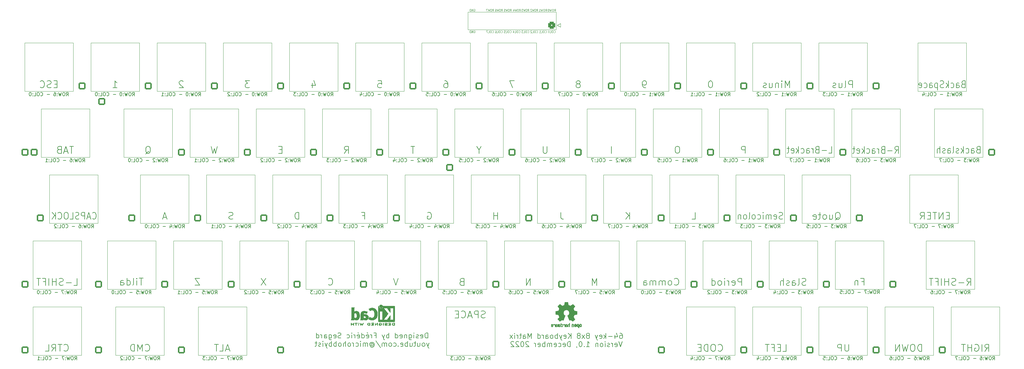
<source format=gbo>
G04 #@! TF.GenerationSoftware,KiCad,Pcbnew,(6.0.9)*
G04 #@! TF.CreationDate,2022-12-02T20:03:16-05:00*
G04 #@! TF.ProjectId,Part 7 - Keyboard Basic,50617274-2037-4202-9d20-4b6579626f61,rev?*
G04 #@! TF.SameCoordinates,Original*
G04 #@! TF.FileFunction,Legend,Bot*
G04 #@! TF.FilePolarity,Positive*
%FSLAX46Y46*%
G04 Gerber Fmt 4.6, Leading zero omitted, Abs format (unit mm)*
G04 Created by KiCad (PCBNEW (6.0.9)) date 2022-12-02 20:03:16*
%MOMM*%
%LPD*%
G01*
G04 APERTURE LIST*
G04 Aperture macros list*
%AMRoundRect*
0 Rectangle with rounded corners*
0 $1 Rounding radius*
0 $2 $3 $4 $5 $6 $7 $8 $9 X,Y pos of 4 corners*
0 Add a 4 corners polygon primitive as box body*
4,1,4,$2,$3,$4,$5,$6,$7,$8,$9,$2,$3,0*
0 Add four circle primitives for the rounded corners*
1,1,$1+$1,$2,$3*
1,1,$1+$1,$4,$5*
1,1,$1+$1,$6,$7*
1,1,$1+$1,$8,$9*
0 Add four rect primitives between the rounded corners*
20,1,$1+$1,$2,$3,$4,$5,0*
20,1,$1+$1,$4,$5,$6,$7,0*
20,1,$1+$1,$6,$7,$8,$9,0*
20,1,$1+$1,$8,$9,$2,$3,0*%
G04 Aperture macros list end*
%ADD10C,0.100000*%
%ADD11C,0.150000*%
%ADD12C,0.120000*%
%ADD13C,0.010000*%
%ADD14RoundRect,0.200000X0.800000X-0.800000X0.800000X0.800000X-0.800000X0.800000X-0.800000X-0.800000X0*%
%ADD15O,2.000000X2.000000*%
%ADD16C,4.400000*%
%ADD17C,2.100000*%
%ADD18C,2.600000*%
%ADD19RoundRect,0.200000X-0.800000X-0.800000X0.800000X-0.800000X0.800000X0.800000X-0.800000X0.800000X0*%
%ADD20C,3.450000*%
%ADD21RoundRect,0.450000X0.600000X-0.600000X0.600000X0.600000X-0.600000X0.600000X-0.600000X-0.600000X0*%
G04 APERTURE END LIST*
D10*
X83050000Y-110447107D02*
X97020000Y-110447107D01*
X97020000Y-110447107D02*
X97020000Y-124417107D01*
X97020000Y-124417107D02*
X83050000Y-124417107D01*
X83050000Y-124417107D02*
X83050000Y-110447107D01*
X225930000Y-91397107D02*
X239900000Y-91397107D01*
X239900000Y-91397107D02*
X239900000Y-105367107D01*
X239900000Y-105367107D02*
X225930000Y-105367107D01*
X225930000Y-105367107D02*
X225930000Y-91397107D01*
X230690000Y-53297107D02*
X244660000Y-53297107D01*
X244660000Y-53297107D02*
X244660000Y-67267107D01*
X244660000Y-67267107D02*
X230690000Y-67267107D01*
X230690000Y-67267107D02*
X230690000Y-53297107D01*
X294980000Y-91397107D02*
X308950000Y-91397107D01*
X308950000Y-91397107D02*
X308950000Y-105367107D01*
X308950000Y-105367107D02*
X294980000Y-105367107D01*
X294980000Y-105367107D02*
X294980000Y-91397107D01*
X144960000Y-72347107D02*
X158930000Y-72347107D01*
X158930000Y-72347107D02*
X158930000Y-86317107D01*
X158930000Y-86317107D02*
X144960000Y-86317107D01*
X144960000Y-86317107D02*
X144960000Y-72347107D01*
X299750000Y-110447107D02*
X313720000Y-110447107D01*
X313720000Y-110447107D02*
X313720000Y-124417107D01*
X313720000Y-124417107D02*
X299750000Y-124417107D01*
X299750000Y-124417107D02*
X299750000Y-110447107D01*
X297370000Y-53297107D02*
X311340000Y-53297107D01*
X311340000Y-53297107D02*
X311340000Y-67267107D01*
X311340000Y-67267107D02*
X297370000Y-67267107D01*
X297370000Y-67267107D02*
X297370000Y-53297107D01*
X73530000Y-91397107D02*
X87500000Y-91397107D01*
X87500000Y-91397107D02*
X87500000Y-105367107D01*
X87500000Y-105367107D02*
X73530000Y-105367107D01*
X73530000Y-105367107D02*
X73530000Y-91397107D01*
X192590000Y-53297107D02*
X206560000Y-53297107D01*
X206560000Y-53297107D02*
X206560000Y-67267107D01*
X206560000Y-67267107D02*
X192590000Y-67267107D01*
X192590000Y-67267107D02*
X192590000Y-53297107D01*
X47340000Y-91397107D02*
X61310000Y-91397107D01*
X61310000Y-91397107D02*
X61310000Y-105367107D01*
X61310000Y-105367107D02*
X47340000Y-105367107D01*
X47340000Y-105367107D02*
X47340000Y-91397107D01*
X287840000Y-129497107D02*
X301810000Y-129497107D01*
X301810000Y-129497107D02*
X301810000Y-143467107D01*
X301810000Y-143467107D02*
X287840000Y-143467107D01*
X287840000Y-143467107D02*
X287840000Y-129497107D01*
X244980000Y-91397107D02*
X258950000Y-91397107D01*
X258950000Y-91397107D02*
X258950000Y-105367107D01*
X258950000Y-105367107D02*
X244980000Y-105367107D01*
X244980000Y-105367107D02*
X244980000Y-91397107D01*
X121150000Y-110447107D02*
X135120000Y-110447107D01*
X135120000Y-110447107D02*
X135120000Y-124417107D01*
X135120000Y-124417107D02*
X121150000Y-124417107D01*
X121150000Y-124417107D02*
X121150000Y-110447107D01*
X97340000Y-53297107D02*
X111310000Y-53297107D01*
X111310000Y-53297107D02*
X111310000Y-67267107D01*
X111310000Y-67267107D02*
X97340000Y-67267107D01*
X97340000Y-67267107D02*
X97340000Y-53297107D01*
X194495000Y-48725107D02*
X193479000Y-48217107D01*
X116390000Y-53297107D02*
X130360000Y-53297107D01*
X130360000Y-53297107D02*
X130360000Y-67267107D01*
X130360000Y-67267107D02*
X116390000Y-67267107D01*
X116390000Y-67267107D02*
X116390000Y-53297107D01*
X211640000Y-53297107D02*
X225610000Y-53297107D01*
X225610000Y-53297107D02*
X225610000Y-67267107D01*
X225610000Y-67267107D02*
X211640000Y-67267107D01*
X211640000Y-67267107D02*
X211640000Y-53297107D01*
X306890000Y-129497107D02*
X320860000Y-129497107D01*
X320860000Y-129497107D02*
X320860000Y-143467107D01*
X320860000Y-143467107D02*
X306890000Y-143467107D01*
X306890000Y-143467107D02*
X306890000Y-129497107D01*
X92580000Y-91397107D02*
X106550000Y-91397107D01*
X106550000Y-91397107D02*
X106550000Y-105367107D01*
X106550000Y-105367107D02*
X92580000Y-105367107D01*
X92580000Y-105367107D02*
X92580000Y-91397107D01*
X66390000Y-129497107D02*
X80360000Y-129497107D01*
X80360000Y-129497107D02*
X80360000Y-143467107D01*
X80360000Y-143467107D02*
X66390000Y-143467107D01*
X66390000Y-143467107D02*
X66390000Y-129497107D01*
X40190000Y-53297107D02*
X54160000Y-53297107D01*
X54160000Y-53297107D02*
X54160000Y-67267107D01*
X54160000Y-67267107D02*
X40190000Y-67267107D01*
X40190000Y-67267107D02*
X40190000Y-53297107D01*
X164020000Y-72347107D02*
X177990000Y-72347107D01*
X177990000Y-72347107D02*
X177990000Y-86317107D01*
X177990000Y-86317107D02*
X164020000Y-86317107D01*
X164020000Y-86317107D02*
X164020000Y-72347107D01*
X78290000Y-53297107D02*
X92260000Y-53297107D01*
X92260000Y-53297107D02*
X92260000Y-67267107D01*
X92260000Y-67267107D02*
X78290000Y-67267107D01*
X78290000Y-67267107D02*
X78290000Y-53297107D01*
X197350000Y-110447107D02*
X211320000Y-110447107D01*
X211320000Y-110447107D02*
X211320000Y-124417107D01*
X211320000Y-124417107D02*
X197350000Y-124417107D01*
X197350000Y-124417107D02*
X197350000Y-110447107D01*
X125920000Y-72347107D02*
X139890000Y-72347107D01*
X139890000Y-72347107D02*
X139890000Y-86317107D01*
X139890000Y-86317107D02*
X125920000Y-86317107D01*
X125920000Y-86317107D02*
X125920000Y-72347107D01*
X178300000Y-110447107D02*
X192270000Y-110447107D01*
X192270000Y-110447107D02*
X192270000Y-124417107D01*
X192270000Y-124417107D02*
X178300000Y-124417107D01*
X178300000Y-124417107D02*
X178300000Y-110447107D01*
X249740000Y-53297107D02*
X263710000Y-53297107D01*
X263710000Y-53297107D02*
X263710000Y-67267107D01*
X263710000Y-67267107D02*
X249740000Y-67267107D01*
X249740000Y-67267107D02*
X249740000Y-53297107D01*
X273550000Y-110447107D02*
X287520000Y-110447107D01*
X287520000Y-110447107D02*
X287520000Y-124417107D01*
X287520000Y-124417107D02*
X273550000Y-124417107D01*
X273550000Y-124417107D02*
X273550000Y-110447107D01*
X187830000Y-91397107D02*
X201800000Y-91397107D01*
X201800000Y-91397107D02*
X201800000Y-105367107D01*
X201800000Y-105367107D02*
X187830000Y-105367107D01*
X187830000Y-105367107D02*
X187830000Y-91397107D01*
X106870000Y-72347107D02*
X120840000Y-72347107D01*
X120840000Y-72347107D02*
X120840000Y-86317107D01*
X120840000Y-86317107D02*
X106870000Y-86317107D01*
X106870000Y-86317107D02*
X106870000Y-72347107D01*
X135440000Y-53297107D02*
X149410000Y-53297107D01*
X149410000Y-53297107D02*
X149410000Y-67267107D01*
X149410000Y-67267107D02*
X135440000Y-67267107D01*
X135440000Y-67267107D02*
X135440000Y-53297107D01*
X254500000Y-110447107D02*
X268470000Y-110447107D01*
X268470000Y-110447107D02*
X268470000Y-124417107D01*
X268470000Y-124417107D02*
X254500000Y-124417107D01*
X254500000Y-124417107D02*
X254500000Y-110447107D01*
X168780000Y-91397107D02*
X182750000Y-91397107D01*
X182750000Y-91397107D02*
X182750000Y-105367107D01*
X182750000Y-105367107D02*
X168780000Y-105367107D01*
X168780000Y-105367107D02*
X168780000Y-91397107D01*
X64000000Y-110447107D02*
X77970000Y-110447107D01*
X77970000Y-110447107D02*
X77970000Y-124417107D01*
X77970000Y-124417107D02*
X64000000Y-124417107D01*
X64000000Y-124417107D02*
X64000000Y-110447107D01*
X154490000Y-53297107D02*
X168460000Y-53297107D01*
X168460000Y-53297107D02*
X168460000Y-67267107D01*
X168460000Y-67267107D02*
X154490000Y-67267107D01*
X154490000Y-67267107D02*
X154490000Y-53297107D01*
X161630000Y-129497107D02*
X175600000Y-129497107D01*
X175600000Y-129497107D02*
X175600000Y-143467107D01*
X175600000Y-143467107D02*
X161630000Y-143467107D01*
X161630000Y-143467107D02*
X161630000Y-129497107D01*
X249740000Y-129497107D02*
X263710000Y-129497107D01*
X263710000Y-129497107D02*
X263710000Y-143467107D01*
X263710000Y-143467107D02*
X249740000Y-143467107D01*
X249740000Y-143467107D02*
X249740000Y-129497107D01*
X130680000Y-91397107D02*
X144650000Y-91397107D01*
X144650000Y-91397107D02*
X144650000Y-105367107D01*
X144650000Y-105367107D02*
X130680000Y-105367107D01*
X130680000Y-105367107D02*
X130680000Y-91397107D01*
X268790000Y-53297107D02*
X282760000Y-53297107D01*
X282760000Y-53297107D02*
X282760000Y-67267107D01*
X282760000Y-67267107D02*
X268790000Y-67267107D01*
X268790000Y-67267107D02*
X268790000Y-53297107D01*
X183060000Y-72347107D02*
X197030000Y-72347107D01*
X197030000Y-72347107D02*
X197030000Y-86317107D01*
X197030000Y-86317107D02*
X183060000Y-86317107D01*
X183060000Y-86317107D02*
X183060000Y-72347107D01*
X193479000Y-48217107D02*
X194495000Y-47709107D01*
X167825000Y-44407107D02*
X193225000Y-44407107D01*
X193225000Y-44407107D02*
X193225000Y-49487107D01*
X193225000Y-49487107D02*
X167825000Y-49487107D01*
X167825000Y-49487107D02*
X167825000Y-44407107D01*
X173540000Y-53297107D02*
X187510000Y-53297107D01*
X187510000Y-53297107D02*
X187510000Y-67267107D01*
X187510000Y-67267107D02*
X173540000Y-67267107D01*
X173540000Y-67267107D02*
X173540000Y-53297107D01*
X264030000Y-91397107D02*
X278000000Y-91397107D01*
X278000000Y-91397107D02*
X278000000Y-105367107D01*
X278000000Y-105367107D02*
X264030000Y-105367107D01*
X264030000Y-105367107D02*
X264030000Y-91397107D01*
X90200000Y-129497107D02*
X104170000Y-129497107D01*
X104170000Y-129497107D02*
X104170000Y-143467107D01*
X104170000Y-143467107D02*
X90200000Y-143467107D01*
X90200000Y-143467107D02*
X90200000Y-129497107D01*
X268790000Y-129497107D02*
X282760000Y-129497107D01*
X282760000Y-129497107D02*
X282760000Y-143467107D01*
X282760000Y-143467107D02*
X268790000Y-143467107D01*
X268790000Y-143467107D02*
X268790000Y-129497107D01*
X278320000Y-72347107D02*
X292290000Y-72347107D01*
X292290000Y-72347107D02*
X292290000Y-86317107D01*
X292290000Y-86317107D02*
X278320000Y-86317107D01*
X278320000Y-86317107D02*
X278320000Y-72347107D01*
X216400000Y-110447107D02*
X230370000Y-110447107D01*
X230370000Y-110447107D02*
X230370000Y-124417107D01*
X230370000Y-124417107D02*
X216400000Y-124417107D01*
X216400000Y-124417107D02*
X216400000Y-110447107D01*
X259270000Y-72347107D02*
X273240000Y-72347107D01*
X273240000Y-72347107D02*
X273240000Y-86317107D01*
X273240000Y-86317107D02*
X259270000Y-86317107D01*
X259270000Y-86317107D02*
X259270000Y-72347107D01*
X221170000Y-72347107D02*
X235140000Y-72347107D01*
X235140000Y-72347107D02*
X235140000Y-86317107D01*
X235140000Y-86317107D02*
X221170000Y-86317107D01*
X221170000Y-86317107D02*
X221170000Y-72347107D01*
X302130000Y-72347107D02*
X316100000Y-72347107D01*
X316100000Y-72347107D02*
X316100000Y-86317107D01*
X316100000Y-86317107D02*
X302130000Y-86317107D01*
X302130000Y-86317107D02*
X302130000Y-72347107D01*
X42570000Y-110447107D02*
X56540000Y-110447107D01*
X56540000Y-110447107D02*
X56540000Y-124417107D01*
X56540000Y-124417107D02*
X42570000Y-124417107D01*
X42570000Y-124417107D02*
X42570000Y-110447107D01*
X240220000Y-72347107D02*
X254190000Y-72347107D01*
X254190000Y-72347107D02*
X254190000Y-86317107D01*
X254190000Y-86317107D02*
X240220000Y-86317107D01*
X240220000Y-86317107D02*
X240220000Y-72347107D01*
X44960000Y-72347107D02*
X58920000Y-72347107D01*
X58920000Y-72347107D02*
X58920000Y-86317107D01*
X58920000Y-86317107D02*
X44960000Y-86317107D01*
X44960000Y-86317107D02*
X44960000Y-72347107D01*
X111630000Y-91397107D02*
X125600000Y-91397107D01*
X125600000Y-91397107D02*
X125600000Y-105367107D01*
X125600000Y-105367107D02*
X111630000Y-105367107D01*
X111630000Y-105367107D02*
X111630000Y-91397107D01*
X206880000Y-91397107D02*
X220850000Y-91397107D01*
X220850000Y-91397107D02*
X220850000Y-105367107D01*
X220850000Y-105367107D02*
X206880000Y-105367107D01*
X206880000Y-105367107D02*
X206880000Y-91397107D01*
X42570000Y-129497107D02*
X56540000Y-129497107D01*
X56540000Y-129497107D02*
X56540000Y-143467107D01*
X56540000Y-143467107D02*
X42570000Y-143467107D01*
X42570000Y-143467107D02*
X42570000Y-129497107D01*
X202120000Y-72347107D02*
X216090000Y-72347107D01*
X216090000Y-72347107D02*
X216090000Y-86317107D01*
X216090000Y-86317107D02*
X202120000Y-86317107D01*
X202120000Y-86317107D02*
X202120000Y-72347107D01*
X194495000Y-47709107D02*
X194495000Y-48725107D01*
X230690000Y-129497107D02*
X244660000Y-129497107D01*
X244660000Y-129497107D02*
X244660000Y-143467107D01*
X244660000Y-143467107D02*
X230690000Y-143467107D01*
X230690000Y-143467107D02*
X230690000Y-129497107D01*
X149730000Y-91397107D02*
X163700000Y-91397107D01*
X163700000Y-91397107D02*
X163700000Y-105367107D01*
X163700000Y-105367107D02*
X149730000Y-105367107D01*
X149730000Y-105367107D02*
X149730000Y-91397107D01*
X68770000Y-72347107D02*
X82740000Y-72347107D01*
X82740000Y-72347107D02*
X82740000Y-86317107D01*
X82740000Y-86317107D02*
X68770000Y-86317107D01*
X68770000Y-86317107D02*
X68770000Y-72347107D01*
X102100000Y-110447107D02*
X116070000Y-110447107D01*
X116070000Y-110447107D02*
X116070000Y-124417107D01*
X116070000Y-124417107D02*
X102100000Y-124417107D01*
X102100000Y-124417107D02*
X102100000Y-110447107D01*
X59240000Y-53297107D02*
X73210000Y-53297107D01*
X73210000Y-53297107D02*
X73210000Y-67267107D01*
X73210000Y-67267107D02*
X59240000Y-67267107D01*
X59240000Y-67267107D02*
X59240000Y-53297107D01*
X235450000Y-110447107D02*
X249420000Y-110447107D01*
X249420000Y-110447107D02*
X249420000Y-124417107D01*
X249420000Y-124417107D02*
X235450000Y-124417107D01*
X235450000Y-124417107D02*
X235450000Y-110447107D01*
X140200000Y-110447107D02*
X154170000Y-110447107D01*
X154170000Y-110447107D02*
X154170000Y-124417107D01*
X154170000Y-124417107D02*
X140200000Y-124417107D01*
X140200000Y-124417107D02*
X140200000Y-110447107D01*
X87810000Y-72347107D02*
X101780000Y-72347107D01*
X101780000Y-72347107D02*
X101780000Y-86317107D01*
X101780000Y-86317107D02*
X87810000Y-86317107D01*
X87810000Y-86317107D02*
X87810000Y-72347107D01*
X159250000Y-110447107D02*
X173220000Y-110447107D01*
X173220000Y-110447107D02*
X173220000Y-124417107D01*
X173220000Y-124417107D02*
X159250000Y-124417107D01*
X159250000Y-124417107D02*
X159250000Y-110447107D01*
D11*
X85599809Y-106708487D02*
X85933142Y-106232297D01*
X86171238Y-106708487D02*
X86171238Y-105708487D01*
X85790285Y-105708487D01*
X85695047Y-105756107D01*
X85647428Y-105803726D01*
X85599809Y-105898964D01*
X85599809Y-106041821D01*
X85647428Y-106137059D01*
X85695047Y-106184678D01*
X85790285Y-106232297D01*
X86171238Y-106232297D01*
X84980761Y-105708487D02*
X84790285Y-105708487D01*
X84695047Y-105756107D01*
X84599809Y-105851345D01*
X84552190Y-106041821D01*
X84552190Y-106375154D01*
X84599809Y-106565630D01*
X84695047Y-106660868D01*
X84790285Y-106708487D01*
X84980761Y-106708487D01*
X85076000Y-106660868D01*
X85171238Y-106565630D01*
X85218857Y-106375154D01*
X85218857Y-106041821D01*
X85171238Y-105851345D01*
X85076000Y-105756107D01*
X84980761Y-105708487D01*
X84218857Y-105708487D02*
X83980761Y-106708487D01*
X83790285Y-105994202D01*
X83599809Y-106708487D01*
X83361714Y-105708487D01*
X82980761Y-106613249D02*
X82933142Y-106660868D01*
X82980761Y-106708487D01*
X83028380Y-106660868D01*
X82980761Y-106613249D01*
X82980761Y-106708487D01*
X82980761Y-106089440D02*
X82933142Y-106137059D01*
X82980761Y-106184678D01*
X83028380Y-106137059D01*
X82980761Y-106089440D01*
X82980761Y-106184678D01*
X82076000Y-106041821D02*
X82076000Y-106708487D01*
X82314095Y-105660868D02*
X82552190Y-106375154D01*
X81933142Y-106375154D01*
X80790285Y-106327535D02*
X80028380Y-106327535D01*
X78218857Y-106613249D02*
X78266476Y-106660868D01*
X78409333Y-106708487D01*
X78504571Y-106708487D01*
X78647428Y-106660868D01*
X78742666Y-106565630D01*
X78790285Y-106470392D01*
X78837904Y-106279916D01*
X78837904Y-106137059D01*
X78790285Y-105946583D01*
X78742666Y-105851345D01*
X78647428Y-105756107D01*
X78504571Y-105708487D01*
X78409333Y-105708487D01*
X78266476Y-105756107D01*
X78218857Y-105803726D01*
X77599809Y-105708487D02*
X77409333Y-105708487D01*
X77314095Y-105756107D01*
X77218857Y-105851345D01*
X77171238Y-106041821D01*
X77171238Y-106375154D01*
X77218857Y-106565630D01*
X77314095Y-106660868D01*
X77409333Y-106708487D01*
X77599809Y-106708487D01*
X77695047Y-106660868D01*
X77790285Y-106565630D01*
X77837904Y-106375154D01*
X77837904Y-106041821D01*
X77790285Y-105851345D01*
X77695047Y-105756107D01*
X77599809Y-105708487D01*
X76266476Y-106708487D02*
X76742666Y-106708487D01*
X76742666Y-105708487D01*
X75933142Y-106613249D02*
X75885523Y-106660868D01*
X75933142Y-106708487D01*
X75980761Y-106660868D01*
X75933142Y-106613249D01*
X75933142Y-106708487D01*
X75933142Y-106089440D02*
X75885523Y-106137059D01*
X75933142Y-106184678D01*
X75980761Y-106137059D01*
X75933142Y-106089440D01*
X75933142Y-106184678D01*
X75266476Y-105708487D02*
X75171238Y-105708487D01*
X75076000Y-105756107D01*
X75028380Y-105803726D01*
X74980761Y-105898964D01*
X74933142Y-106089440D01*
X74933142Y-106327535D01*
X74980761Y-106518011D01*
X75028380Y-106613249D01*
X75076000Y-106660868D01*
X75171238Y-106708487D01*
X75266476Y-106708487D01*
X75361714Y-106660868D01*
X75409333Y-106613249D01*
X75456952Y-106518011D01*
X75504571Y-106327535D01*
X75504571Y-106089440D01*
X75456952Y-105898964D01*
X75409333Y-105803726D01*
X75361714Y-105756107D01*
X75266476Y-105708487D01*
X71248809Y-68608487D02*
X71582142Y-68132297D01*
X71820238Y-68608487D02*
X71820238Y-67608487D01*
X71439285Y-67608487D01*
X71344047Y-67656107D01*
X71296428Y-67703726D01*
X71248809Y-67798964D01*
X71248809Y-67941821D01*
X71296428Y-68037059D01*
X71344047Y-68084678D01*
X71439285Y-68132297D01*
X71820238Y-68132297D01*
X70629761Y-67608487D02*
X70439285Y-67608487D01*
X70344047Y-67656107D01*
X70248809Y-67751345D01*
X70201190Y-67941821D01*
X70201190Y-68275154D01*
X70248809Y-68465630D01*
X70344047Y-68560868D01*
X70439285Y-68608487D01*
X70629761Y-68608487D01*
X70725000Y-68560868D01*
X70820238Y-68465630D01*
X70867857Y-68275154D01*
X70867857Y-67941821D01*
X70820238Y-67751345D01*
X70725000Y-67656107D01*
X70629761Y-67608487D01*
X69867857Y-67608487D02*
X69629761Y-68608487D01*
X69439285Y-67894202D01*
X69248809Y-68608487D01*
X69010714Y-67608487D01*
X68629761Y-68513249D02*
X68582142Y-68560868D01*
X68629761Y-68608487D01*
X68677380Y-68560868D01*
X68629761Y-68513249D01*
X68629761Y-68608487D01*
X68629761Y-67989440D02*
X68582142Y-68037059D01*
X68629761Y-68084678D01*
X68677380Y-68037059D01*
X68629761Y-67989440D01*
X68629761Y-68084678D01*
X67963095Y-67608487D02*
X67867857Y-67608487D01*
X67772619Y-67656107D01*
X67725000Y-67703726D01*
X67677380Y-67798964D01*
X67629761Y-67989440D01*
X67629761Y-68227535D01*
X67677380Y-68418011D01*
X67725000Y-68513249D01*
X67772619Y-68560868D01*
X67867857Y-68608487D01*
X67963095Y-68608487D01*
X68058333Y-68560868D01*
X68105952Y-68513249D01*
X68153571Y-68418011D01*
X68201190Y-68227535D01*
X68201190Y-67989440D01*
X68153571Y-67798964D01*
X68105952Y-67703726D01*
X68058333Y-67656107D01*
X67963095Y-67608487D01*
X66439285Y-68227535D02*
X65677380Y-68227535D01*
X63867857Y-68513249D02*
X63915476Y-68560868D01*
X64058333Y-68608487D01*
X64153571Y-68608487D01*
X64296428Y-68560868D01*
X64391666Y-68465630D01*
X64439285Y-68370392D01*
X64486904Y-68179916D01*
X64486904Y-68037059D01*
X64439285Y-67846583D01*
X64391666Y-67751345D01*
X64296428Y-67656107D01*
X64153571Y-67608487D01*
X64058333Y-67608487D01*
X63915476Y-67656107D01*
X63867857Y-67703726D01*
X63248809Y-67608487D02*
X63058333Y-67608487D01*
X62963095Y-67656107D01*
X62867857Y-67751345D01*
X62820238Y-67941821D01*
X62820238Y-68275154D01*
X62867857Y-68465630D01*
X62963095Y-68560868D01*
X63058333Y-68608487D01*
X63248809Y-68608487D01*
X63344047Y-68560868D01*
X63439285Y-68465630D01*
X63486904Y-68275154D01*
X63486904Y-67941821D01*
X63439285Y-67751345D01*
X63344047Y-67656107D01*
X63248809Y-67608487D01*
X61915476Y-68608487D02*
X62391666Y-68608487D01*
X62391666Y-67608487D01*
X61582142Y-68513249D02*
X61534523Y-68560868D01*
X61582142Y-68608487D01*
X61629761Y-68560868D01*
X61582142Y-68513249D01*
X61582142Y-68608487D01*
X61582142Y-67989440D02*
X61534523Y-68037059D01*
X61582142Y-68084678D01*
X61629761Y-68037059D01*
X61582142Y-67989440D01*
X61582142Y-68084678D01*
X60915476Y-67608487D02*
X60820238Y-67608487D01*
X60725000Y-67656107D01*
X60677380Y-67703726D01*
X60629761Y-67798964D01*
X60582142Y-67989440D01*
X60582142Y-68227535D01*
X60629761Y-68418011D01*
X60677380Y-68513249D01*
X60725000Y-68560868D01*
X60820238Y-68608487D01*
X60915476Y-68608487D01*
X61010714Y-68560868D01*
X61058333Y-68513249D01*
X61105952Y-68418011D01*
X61153571Y-68227535D01*
X61153571Y-67989440D01*
X61105952Y-67798964D01*
X61058333Y-67703726D01*
X61010714Y-67656107D01*
X60915476Y-67608487D01*
X195073809Y-87658487D02*
X195407142Y-87182297D01*
X195645238Y-87658487D02*
X195645238Y-86658487D01*
X195264285Y-86658487D01*
X195169047Y-86706107D01*
X195121428Y-86753726D01*
X195073809Y-86848964D01*
X195073809Y-86991821D01*
X195121428Y-87087059D01*
X195169047Y-87134678D01*
X195264285Y-87182297D01*
X195645238Y-87182297D01*
X194454761Y-86658487D02*
X194264285Y-86658487D01*
X194169047Y-86706107D01*
X194073809Y-86801345D01*
X194026190Y-86991821D01*
X194026190Y-87325154D01*
X194073809Y-87515630D01*
X194169047Y-87610868D01*
X194264285Y-87658487D01*
X194454761Y-87658487D01*
X194550000Y-87610868D01*
X194645238Y-87515630D01*
X194692857Y-87325154D01*
X194692857Y-86991821D01*
X194645238Y-86801345D01*
X194550000Y-86706107D01*
X194454761Y-86658487D01*
X193692857Y-86658487D02*
X193454761Y-87658487D01*
X193264285Y-86944202D01*
X193073809Y-87658487D01*
X192835714Y-86658487D01*
X192454761Y-87563249D02*
X192407142Y-87610868D01*
X192454761Y-87658487D01*
X192502380Y-87610868D01*
X192454761Y-87563249D01*
X192454761Y-87658487D01*
X192454761Y-87039440D02*
X192407142Y-87087059D01*
X192454761Y-87134678D01*
X192502380Y-87087059D01*
X192454761Y-87039440D01*
X192454761Y-87134678D01*
X192026190Y-86753726D02*
X191978571Y-86706107D01*
X191883333Y-86658487D01*
X191645238Y-86658487D01*
X191550000Y-86706107D01*
X191502380Y-86753726D01*
X191454761Y-86848964D01*
X191454761Y-86944202D01*
X191502380Y-87087059D01*
X192073809Y-87658487D01*
X191454761Y-87658487D01*
X190264285Y-87277535D02*
X189502380Y-87277535D01*
X187692857Y-87563249D02*
X187740476Y-87610868D01*
X187883333Y-87658487D01*
X187978571Y-87658487D01*
X188121428Y-87610868D01*
X188216666Y-87515630D01*
X188264285Y-87420392D01*
X188311904Y-87229916D01*
X188311904Y-87087059D01*
X188264285Y-86896583D01*
X188216666Y-86801345D01*
X188121428Y-86706107D01*
X187978571Y-86658487D01*
X187883333Y-86658487D01*
X187740476Y-86706107D01*
X187692857Y-86753726D01*
X187073809Y-86658487D02*
X186883333Y-86658487D01*
X186788095Y-86706107D01*
X186692857Y-86801345D01*
X186645238Y-86991821D01*
X186645238Y-87325154D01*
X186692857Y-87515630D01*
X186788095Y-87610868D01*
X186883333Y-87658487D01*
X187073809Y-87658487D01*
X187169047Y-87610868D01*
X187264285Y-87515630D01*
X187311904Y-87325154D01*
X187311904Y-86991821D01*
X187264285Y-86801345D01*
X187169047Y-86706107D01*
X187073809Y-86658487D01*
X185740476Y-87658487D02*
X186216666Y-87658487D01*
X186216666Y-86658487D01*
X185407142Y-87563249D02*
X185359523Y-87610868D01*
X185407142Y-87658487D01*
X185454761Y-87610868D01*
X185407142Y-87563249D01*
X185407142Y-87658487D01*
X185407142Y-87039440D02*
X185359523Y-87087059D01*
X185407142Y-87134678D01*
X185454761Y-87087059D01*
X185407142Y-87039440D01*
X185407142Y-87134678D01*
X184502380Y-86658487D02*
X184692857Y-86658487D01*
X184788095Y-86706107D01*
X184835714Y-86753726D01*
X184930952Y-86896583D01*
X184978571Y-87087059D01*
X184978571Y-87468011D01*
X184930952Y-87563249D01*
X184883333Y-87610868D01*
X184788095Y-87658487D01*
X184597619Y-87658487D01*
X184502380Y-87610868D01*
X184454761Y-87563249D01*
X184407142Y-87468011D01*
X184407142Y-87229916D01*
X184454761Y-87134678D01*
X184502380Y-87087059D01*
X184597619Y-87039440D01*
X184788095Y-87039440D01*
X184883333Y-87087059D01*
X184930952Y-87134678D01*
X184978571Y-87229916D01*
X223648809Y-68608487D02*
X223982142Y-68132297D01*
X224220238Y-68608487D02*
X224220238Y-67608487D01*
X223839285Y-67608487D01*
X223744047Y-67656107D01*
X223696428Y-67703726D01*
X223648809Y-67798964D01*
X223648809Y-67941821D01*
X223696428Y-68037059D01*
X223744047Y-68084678D01*
X223839285Y-68132297D01*
X224220238Y-68132297D01*
X223029761Y-67608487D02*
X222839285Y-67608487D01*
X222744047Y-67656107D01*
X222648809Y-67751345D01*
X222601190Y-67941821D01*
X222601190Y-68275154D01*
X222648809Y-68465630D01*
X222744047Y-68560868D01*
X222839285Y-68608487D01*
X223029761Y-68608487D01*
X223125000Y-68560868D01*
X223220238Y-68465630D01*
X223267857Y-68275154D01*
X223267857Y-67941821D01*
X223220238Y-67751345D01*
X223125000Y-67656107D01*
X223029761Y-67608487D01*
X222267857Y-67608487D02*
X222029761Y-68608487D01*
X221839285Y-67894202D01*
X221648809Y-68608487D01*
X221410714Y-67608487D01*
X221029761Y-68513249D02*
X220982142Y-68560868D01*
X221029761Y-68608487D01*
X221077380Y-68560868D01*
X221029761Y-68513249D01*
X221029761Y-68608487D01*
X221029761Y-67989440D02*
X220982142Y-68037059D01*
X221029761Y-68084678D01*
X221077380Y-68037059D01*
X221029761Y-67989440D01*
X221029761Y-68084678D01*
X220029761Y-68608487D02*
X220601190Y-68608487D01*
X220315476Y-68608487D02*
X220315476Y-67608487D01*
X220410714Y-67751345D01*
X220505952Y-67846583D01*
X220601190Y-67894202D01*
X218839285Y-68227535D02*
X218077380Y-68227535D01*
X216267857Y-68513249D02*
X216315476Y-68560868D01*
X216458333Y-68608487D01*
X216553571Y-68608487D01*
X216696428Y-68560868D01*
X216791666Y-68465630D01*
X216839285Y-68370392D01*
X216886904Y-68179916D01*
X216886904Y-68037059D01*
X216839285Y-67846583D01*
X216791666Y-67751345D01*
X216696428Y-67656107D01*
X216553571Y-67608487D01*
X216458333Y-67608487D01*
X216315476Y-67656107D01*
X216267857Y-67703726D01*
X215648809Y-67608487D02*
X215458333Y-67608487D01*
X215363095Y-67656107D01*
X215267857Y-67751345D01*
X215220238Y-67941821D01*
X215220238Y-68275154D01*
X215267857Y-68465630D01*
X215363095Y-68560868D01*
X215458333Y-68608487D01*
X215648809Y-68608487D01*
X215744047Y-68560868D01*
X215839285Y-68465630D01*
X215886904Y-68275154D01*
X215886904Y-67941821D01*
X215839285Y-67751345D01*
X215744047Y-67656107D01*
X215648809Y-67608487D01*
X214315476Y-68608487D02*
X214791666Y-68608487D01*
X214791666Y-67608487D01*
X213982142Y-68513249D02*
X213934523Y-68560868D01*
X213982142Y-68608487D01*
X214029761Y-68560868D01*
X213982142Y-68513249D01*
X213982142Y-68608487D01*
X213982142Y-67989440D02*
X213934523Y-68037059D01*
X213982142Y-68084678D01*
X214029761Y-68037059D01*
X213982142Y-67989440D01*
X213982142Y-68084678D01*
X213315476Y-67608487D02*
X213220238Y-67608487D01*
X213125000Y-67656107D01*
X213077380Y-67703726D01*
X213029761Y-67798964D01*
X212982142Y-67989440D01*
X212982142Y-68227535D01*
X213029761Y-68418011D01*
X213077380Y-68513249D01*
X213125000Y-68560868D01*
X213220238Y-68608487D01*
X213315476Y-68608487D01*
X213410714Y-68560868D01*
X213458333Y-68513249D01*
X213505952Y-68418011D01*
X213553571Y-68227535D01*
X213553571Y-67989440D01*
X213505952Y-67798964D01*
X213458333Y-67703726D01*
X213410714Y-67656107D01*
X213315476Y-67608487D01*
X172793333Y-132592630D02*
X172507619Y-132687868D01*
X172031428Y-132687868D01*
X171840952Y-132592630D01*
X171745714Y-132497392D01*
X171650476Y-132306916D01*
X171650476Y-132116440D01*
X171745714Y-131925964D01*
X171840952Y-131830726D01*
X172031428Y-131735487D01*
X172412380Y-131640249D01*
X172602857Y-131545011D01*
X172698095Y-131449773D01*
X172793333Y-131259297D01*
X172793333Y-131068821D01*
X172698095Y-130878345D01*
X172602857Y-130783107D01*
X172412380Y-130687868D01*
X171936190Y-130687868D01*
X171650476Y-130783107D01*
X170793333Y-132687868D02*
X170793333Y-130687868D01*
X170031428Y-130687868D01*
X169840952Y-130783107D01*
X169745714Y-130878345D01*
X169650476Y-131068821D01*
X169650476Y-131354535D01*
X169745714Y-131545011D01*
X169840952Y-131640249D01*
X170031428Y-131735487D01*
X170793333Y-131735487D01*
X168888571Y-132116440D02*
X167936190Y-132116440D01*
X169079047Y-132687868D02*
X168412380Y-130687868D01*
X167745714Y-132687868D01*
X165936190Y-132497392D02*
X166031428Y-132592630D01*
X166317142Y-132687868D01*
X166507619Y-132687868D01*
X166793333Y-132592630D01*
X166983809Y-132402154D01*
X167079047Y-132211678D01*
X167174285Y-131830726D01*
X167174285Y-131545011D01*
X167079047Y-131164059D01*
X166983809Y-130973583D01*
X166793333Y-130783107D01*
X166507619Y-130687868D01*
X166317142Y-130687868D01*
X166031428Y-130783107D01*
X165936190Y-130878345D01*
X165079047Y-131640249D02*
X164412380Y-131640249D01*
X164126666Y-132687868D02*
X165079047Y-132687868D01*
X165079047Y-130687868D01*
X164126666Y-130687868D01*
D12*
X174832142Y-50336392D02*
X174860714Y-50364964D01*
X174946428Y-50393535D01*
X175003571Y-50393535D01*
X175089285Y-50364964D01*
X175146428Y-50307821D01*
X175175000Y-50250678D01*
X175203571Y-50136392D01*
X175203571Y-50050678D01*
X175175000Y-49936392D01*
X175146428Y-49879249D01*
X175089285Y-49822107D01*
X175003571Y-49793535D01*
X174946428Y-49793535D01*
X174860714Y-49822107D01*
X174832142Y-49850678D01*
X174460714Y-49793535D02*
X174346428Y-49793535D01*
X174289285Y-49822107D01*
X174232142Y-49879249D01*
X174203571Y-49993535D01*
X174203571Y-50193535D01*
X174232142Y-50307821D01*
X174289285Y-50364964D01*
X174346428Y-50393535D01*
X174460714Y-50393535D01*
X174517857Y-50364964D01*
X174575000Y-50307821D01*
X174603571Y-50193535D01*
X174603571Y-49993535D01*
X174575000Y-49879249D01*
X174517857Y-49822107D01*
X174460714Y-49793535D01*
X173660714Y-50393535D02*
X173946428Y-50393535D01*
X173946428Y-49793535D01*
X173517857Y-49793535D02*
X173117857Y-49793535D01*
X173375000Y-50393535D01*
D11*
X56897809Y-87658487D02*
X57231142Y-87182297D01*
X57469238Y-87658487D02*
X57469238Y-86658487D01*
X57088285Y-86658487D01*
X56993047Y-86706107D01*
X56945428Y-86753726D01*
X56897809Y-86848964D01*
X56897809Y-86991821D01*
X56945428Y-87087059D01*
X56993047Y-87134678D01*
X57088285Y-87182297D01*
X57469238Y-87182297D01*
X56278761Y-86658487D02*
X56088285Y-86658487D01*
X55993047Y-86706107D01*
X55897809Y-86801345D01*
X55850190Y-86991821D01*
X55850190Y-87325154D01*
X55897809Y-87515630D01*
X55993047Y-87610868D01*
X56088285Y-87658487D01*
X56278761Y-87658487D01*
X56374000Y-87610868D01*
X56469238Y-87515630D01*
X56516857Y-87325154D01*
X56516857Y-86991821D01*
X56469238Y-86801345D01*
X56374000Y-86706107D01*
X56278761Y-86658487D01*
X55516857Y-86658487D02*
X55278761Y-87658487D01*
X55088285Y-86944202D01*
X54897809Y-87658487D01*
X54659714Y-86658487D01*
X54278761Y-87563249D02*
X54231142Y-87610868D01*
X54278761Y-87658487D01*
X54326380Y-87610868D01*
X54278761Y-87563249D01*
X54278761Y-87658487D01*
X54278761Y-87039440D02*
X54231142Y-87087059D01*
X54278761Y-87134678D01*
X54326380Y-87087059D01*
X54278761Y-87039440D01*
X54278761Y-87134678D01*
X53374000Y-86658487D02*
X53564476Y-86658487D01*
X53659714Y-86706107D01*
X53707333Y-86753726D01*
X53802571Y-86896583D01*
X53850190Y-87087059D01*
X53850190Y-87468011D01*
X53802571Y-87563249D01*
X53754952Y-87610868D01*
X53659714Y-87658487D01*
X53469238Y-87658487D01*
X53374000Y-87610868D01*
X53326380Y-87563249D01*
X53278761Y-87468011D01*
X53278761Y-87229916D01*
X53326380Y-87134678D01*
X53374000Y-87087059D01*
X53469238Y-87039440D01*
X53659714Y-87039440D01*
X53754952Y-87087059D01*
X53802571Y-87134678D01*
X53850190Y-87229916D01*
X52088285Y-87277535D02*
X51326380Y-87277535D01*
X49516857Y-87563249D02*
X49564476Y-87610868D01*
X49707333Y-87658487D01*
X49802571Y-87658487D01*
X49945428Y-87610868D01*
X50040666Y-87515630D01*
X50088285Y-87420392D01*
X50135904Y-87229916D01*
X50135904Y-87087059D01*
X50088285Y-86896583D01*
X50040666Y-86801345D01*
X49945428Y-86706107D01*
X49802571Y-86658487D01*
X49707333Y-86658487D01*
X49564476Y-86706107D01*
X49516857Y-86753726D01*
X48897809Y-86658487D02*
X48707333Y-86658487D01*
X48612095Y-86706107D01*
X48516857Y-86801345D01*
X48469238Y-86991821D01*
X48469238Y-87325154D01*
X48516857Y-87515630D01*
X48612095Y-87610868D01*
X48707333Y-87658487D01*
X48897809Y-87658487D01*
X48993047Y-87610868D01*
X49088285Y-87515630D01*
X49135904Y-87325154D01*
X49135904Y-86991821D01*
X49088285Y-86801345D01*
X48993047Y-86706107D01*
X48897809Y-86658487D01*
X47564476Y-87658487D02*
X48040666Y-87658487D01*
X48040666Y-86658487D01*
X47231142Y-87563249D02*
X47183523Y-87610868D01*
X47231142Y-87658487D01*
X47278761Y-87610868D01*
X47231142Y-87563249D01*
X47231142Y-87658487D01*
X47231142Y-87039440D02*
X47183523Y-87087059D01*
X47231142Y-87134678D01*
X47278761Y-87087059D01*
X47231142Y-87039440D01*
X47231142Y-87134678D01*
X46231142Y-87658487D02*
X46802571Y-87658487D01*
X46516857Y-87658487D02*
X46516857Y-86658487D01*
X46612095Y-86801345D01*
X46707333Y-86896583D01*
X46802571Y-86944202D01*
X81048762Y-103656845D02*
X80096381Y-103656845D01*
X81239238Y-104228273D02*
X80572572Y-102228273D01*
X79905905Y-104228273D01*
X280798809Y-144808487D02*
X281132142Y-144332297D01*
X281370238Y-144808487D02*
X281370238Y-143808487D01*
X280989285Y-143808487D01*
X280894047Y-143856107D01*
X280846428Y-143903726D01*
X280798809Y-143998964D01*
X280798809Y-144141821D01*
X280846428Y-144237059D01*
X280894047Y-144284678D01*
X280989285Y-144332297D01*
X281370238Y-144332297D01*
X280179761Y-143808487D02*
X279989285Y-143808487D01*
X279894047Y-143856107D01*
X279798809Y-143951345D01*
X279751190Y-144141821D01*
X279751190Y-144475154D01*
X279798809Y-144665630D01*
X279894047Y-144760868D01*
X279989285Y-144808487D01*
X280179761Y-144808487D01*
X280275000Y-144760868D01*
X280370238Y-144665630D01*
X280417857Y-144475154D01*
X280417857Y-144141821D01*
X280370238Y-143951345D01*
X280275000Y-143856107D01*
X280179761Y-143808487D01*
X279417857Y-143808487D02*
X279179761Y-144808487D01*
X278989285Y-144094202D01*
X278798809Y-144808487D01*
X278560714Y-143808487D01*
X278179761Y-144713249D02*
X278132142Y-144760868D01*
X278179761Y-144808487D01*
X278227380Y-144760868D01*
X278179761Y-144713249D01*
X278179761Y-144808487D01*
X278179761Y-144189440D02*
X278132142Y-144237059D01*
X278179761Y-144284678D01*
X278227380Y-144237059D01*
X278179761Y-144189440D01*
X278179761Y-144284678D01*
X277275000Y-143808487D02*
X277465476Y-143808487D01*
X277560714Y-143856107D01*
X277608333Y-143903726D01*
X277703571Y-144046583D01*
X277751190Y-144237059D01*
X277751190Y-144618011D01*
X277703571Y-144713249D01*
X277655952Y-144760868D01*
X277560714Y-144808487D01*
X277370238Y-144808487D01*
X277275000Y-144760868D01*
X277227380Y-144713249D01*
X277179761Y-144618011D01*
X277179761Y-144379916D01*
X277227380Y-144284678D01*
X277275000Y-144237059D01*
X277370238Y-144189440D01*
X277560714Y-144189440D01*
X277655952Y-144237059D01*
X277703571Y-144284678D01*
X277751190Y-144379916D01*
X275989285Y-144427535D02*
X275227380Y-144427535D01*
X273417857Y-144713249D02*
X273465476Y-144760868D01*
X273608333Y-144808487D01*
X273703571Y-144808487D01*
X273846428Y-144760868D01*
X273941666Y-144665630D01*
X273989285Y-144570392D01*
X274036904Y-144379916D01*
X274036904Y-144237059D01*
X273989285Y-144046583D01*
X273941666Y-143951345D01*
X273846428Y-143856107D01*
X273703571Y-143808487D01*
X273608333Y-143808487D01*
X273465476Y-143856107D01*
X273417857Y-143903726D01*
X272798809Y-143808487D02*
X272608333Y-143808487D01*
X272513095Y-143856107D01*
X272417857Y-143951345D01*
X272370238Y-144141821D01*
X272370238Y-144475154D01*
X272417857Y-144665630D01*
X272513095Y-144760868D01*
X272608333Y-144808487D01*
X272798809Y-144808487D01*
X272894047Y-144760868D01*
X272989285Y-144665630D01*
X273036904Y-144475154D01*
X273036904Y-144141821D01*
X272989285Y-143951345D01*
X272894047Y-143856107D01*
X272798809Y-143808487D01*
X271465476Y-144808487D02*
X271941666Y-144808487D01*
X271941666Y-143808487D01*
X271132142Y-144713249D02*
X271084523Y-144760868D01*
X271132142Y-144808487D01*
X271179761Y-144760868D01*
X271132142Y-144713249D01*
X271132142Y-144808487D01*
X271132142Y-144189440D02*
X271084523Y-144237059D01*
X271132142Y-144284678D01*
X271179761Y-144237059D01*
X271132142Y-144189440D01*
X271132142Y-144284678D01*
X270179761Y-143808487D02*
X270655952Y-143808487D01*
X270703571Y-144284678D01*
X270655952Y-144237059D01*
X270560714Y-144189440D01*
X270322619Y-144189440D01*
X270227380Y-144237059D01*
X270179761Y-144284678D01*
X270132142Y-144379916D01*
X270132142Y-144618011D01*
X270179761Y-144713249D01*
X270227380Y-144760868D01*
X270322619Y-144808487D01*
X270560714Y-144808487D01*
X270655952Y-144760868D01*
X270703571Y-144713249D01*
X99823809Y-87658487D02*
X100157142Y-87182297D01*
X100395238Y-87658487D02*
X100395238Y-86658487D01*
X100014285Y-86658487D01*
X99919047Y-86706107D01*
X99871428Y-86753726D01*
X99823809Y-86848964D01*
X99823809Y-86991821D01*
X99871428Y-87087059D01*
X99919047Y-87134678D01*
X100014285Y-87182297D01*
X100395238Y-87182297D01*
X99204761Y-86658487D02*
X99014285Y-86658487D01*
X98919047Y-86706107D01*
X98823809Y-86801345D01*
X98776190Y-86991821D01*
X98776190Y-87325154D01*
X98823809Y-87515630D01*
X98919047Y-87610868D01*
X99014285Y-87658487D01*
X99204761Y-87658487D01*
X99300000Y-87610868D01*
X99395238Y-87515630D01*
X99442857Y-87325154D01*
X99442857Y-86991821D01*
X99395238Y-86801345D01*
X99300000Y-86706107D01*
X99204761Y-86658487D01*
X98442857Y-86658487D02*
X98204761Y-87658487D01*
X98014285Y-86944202D01*
X97823809Y-87658487D01*
X97585714Y-86658487D01*
X97204761Y-87563249D02*
X97157142Y-87610868D01*
X97204761Y-87658487D01*
X97252380Y-87610868D01*
X97204761Y-87563249D01*
X97204761Y-87658487D01*
X97204761Y-87039440D02*
X97157142Y-87087059D01*
X97204761Y-87134678D01*
X97252380Y-87087059D01*
X97204761Y-87039440D01*
X97204761Y-87134678D01*
X96776190Y-86753726D02*
X96728571Y-86706107D01*
X96633333Y-86658487D01*
X96395238Y-86658487D01*
X96300000Y-86706107D01*
X96252380Y-86753726D01*
X96204761Y-86848964D01*
X96204761Y-86944202D01*
X96252380Y-87087059D01*
X96823809Y-87658487D01*
X96204761Y-87658487D01*
X95014285Y-87277535D02*
X94252380Y-87277535D01*
X92442857Y-87563249D02*
X92490476Y-87610868D01*
X92633333Y-87658487D01*
X92728571Y-87658487D01*
X92871428Y-87610868D01*
X92966666Y-87515630D01*
X93014285Y-87420392D01*
X93061904Y-87229916D01*
X93061904Y-87087059D01*
X93014285Y-86896583D01*
X92966666Y-86801345D01*
X92871428Y-86706107D01*
X92728571Y-86658487D01*
X92633333Y-86658487D01*
X92490476Y-86706107D01*
X92442857Y-86753726D01*
X91823809Y-86658487D02*
X91633333Y-86658487D01*
X91538095Y-86706107D01*
X91442857Y-86801345D01*
X91395238Y-86991821D01*
X91395238Y-87325154D01*
X91442857Y-87515630D01*
X91538095Y-87610868D01*
X91633333Y-87658487D01*
X91823809Y-87658487D01*
X91919047Y-87610868D01*
X92014285Y-87515630D01*
X92061904Y-87325154D01*
X92061904Y-86991821D01*
X92014285Y-86801345D01*
X91919047Y-86706107D01*
X91823809Y-86658487D01*
X90490476Y-87658487D02*
X90966666Y-87658487D01*
X90966666Y-86658487D01*
X90157142Y-87563249D02*
X90109523Y-87610868D01*
X90157142Y-87658487D01*
X90204761Y-87610868D01*
X90157142Y-87563249D01*
X90157142Y-87658487D01*
X90157142Y-87039440D02*
X90109523Y-87087059D01*
X90157142Y-87134678D01*
X90204761Y-87087059D01*
X90157142Y-87039440D01*
X90157142Y-87134678D01*
X89157142Y-87658487D02*
X89728571Y-87658487D01*
X89442857Y-87658487D02*
X89442857Y-86658487D01*
X89538095Y-86801345D01*
X89633333Y-86896583D01*
X89728571Y-86944202D01*
X104991666Y-64266868D02*
X103753571Y-64266868D01*
X104420238Y-65028773D01*
X104134523Y-65028773D01*
X103944047Y-65124011D01*
X103848809Y-65219249D01*
X103753571Y-65409726D01*
X103753571Y-65885916D01*
X103848809Y-66076392D01*
X103944047Y-66171630D01*
X104134523Y-66266868D01*
X104705952Y-66266868D01*
X104896428Y-66171630D01*
X104991666Y-66076392D01*
X298459904Y-142339868D02*
X298459904Y-140339868D01*
X297983714Y-140339868D01*
X297698000Y-140435107D01*
X297507523Y-140625583D01*
X297412285Y-140816059D01*
X297317047Y-141197011D01*
X297317047Y-141482726D01*
X297412285Y-141863678D01*
X297507523Y-142054154D01*
X297698000Y-142244630D01*
X297983714Y-142339868D01*
X298459904Y-142339868D01*
X296078952Y-140339868D02*
X295698000Y-140339868D01*
X295507523Y-140435107D01*
X295317047Y-140625583D01*
X295221809Y-141006535D01*
X295221809Y-141673202D01*
X295317047Y-142054154D01*
X295507523Y-142244630D01*
X295698000Y-142339868D01*
X296078952Y-142339868D01*
X296269428Y-142244630D01*
X296459904Y-142054154D01*
X296555142Y-141673202D01*
X296555142Y-141006535D01*
X296459904Y-140625583D01*
X296269428Y-140435107D01*
X296078952Y-140339868D01*
X294555142Y-140339868D02*
X294078952Y-142339868D01*
X293698000Y-140911297D01*
X293317047Y-142339868D01*
X292840857Y-140339868D01*
X292078952Y-142339868D02*
X292078952Y-140339868D01*
X290936095Y-142339868D01*
X290936095Y-140339868D01*
X142749809Y-106708487D02*
X143083142Y-106232297D01*
X143321238Y-106708487D02*
X143321238Y-105708487D01*
X142940285Y-105708487D01*
X142845047Y-105756107D01*
X142797428Y-105803726D01*
X142749809Y-105898964D01*
X142749809Y-106041821D01*
X142797428Y-106137059D01*
X142845047Y-106184678D01*
X142940285Y-106232297D01*
X143321238Y-106232297D01*
X142130761Y-105708487D02*
X141940285Y-105708487D01*
X141845047Y-105756107D01*
X141749809Y-105851345D01*
X141702190Y-106041821D01*
X141702190Y-106375154D01*
X141749809Y-106565630D01*
X141845047Y-106660868D01*
X141940285Y-106708487D01*
X142130761Y-106708487D01*
X142226000Y-106660868D01*
X142321238Y-106565630D01*
X142368857Y-106375154D01*
X142368857Y-106041821D01*
X142321238Y-105851345D01*
X142226000Y-105756107D01*
X142130761Y-105708487D01*
X141368857Y-105708487D02*
X141130761Y-106708487D01*
X140940285Y-105994202D01*
X140749809Y-106708487D01*
X140511714Y-105708487D01*
X140130761Y-106613249D02*
X140083142Y-106660868D01*
X140130761Y-106708487D01*
X140178380Y-106660868D01*
X140130761Y-106613249D01*
X140130761Y-106708487D01*
X140130761Y-106089440D02*
X140083142Y-106137059D01*
X140130761Y-106184678D01*
X140178380Y-106137059D01*
X140130761Y-106089440D01*
X140130761Y-106184678D01*
X139226000Y-106041821D02*
X139226000Y-106708487D01*
X139464095Y-105660868D02*
X139702190Y-106375154D01*
X139083142Y-106375154D01*
X137940285Y-106327535D02*
X137178380Y-106327535D01*
X135368857Y-106613249D02*
X135416476Y-106660868D01*
X135559333Y-106708487D01*
X135654571Y-106708487D01*
X135797428Y-106660868D01*
X135892666Y-106565630D01*
X135940285Y-106470392D01*
X135987904Y-106279916D01*
X135987904Y-106137059D01*
X135940285Y-105946583D01*
X135892666Y-105851345D01*
X135797428Y-105756107D01*
X135654571Y-105708487D01*
X135559333Y-105708487D01*
X135416476Y-105756107D01*
X135368857Y-105803726D01*
X134749809Y-105708487D02*
X134559333Y-105708487D01*
X134464095Y-105756107D01*
X134368857Y-105851345D01*
X134321238Y-106041821D01*
X134321238Y-106375154D01*
X134368857Y-106565630D01*
X134464095Y-106660868D01*
X134559333Y-106708487D01*
X134749809Y-106708487D01*
X134845047Y-106660868D01*
X134940285Y-106565630D01*
X134987904Y-106375154D01*
X134987904Y-106041821D01*
X134940285Y-105851345D01*
X134845047Y-105756107D01*
X134749809Y-105708487D01*
X133416476Y-106708487D02*
X133892666Y-106708487D01*
X133892666Y-105708487D01*
X133083142Y-106613249D02*
X133035523Y-106660868D01*
X133083142Y-106708487D01*
X133130761Y-106660868D01*
X133083142Y-106613249D01*
X133083142Y-106708487D01*
X133083142Y-106089440D02*
X133035523Y-106137059D01*
X133083142Y-106184678D01*
X133130761Y-106137059D01*
X133083142Y-106089440D01*
X133083142Y-106184678D01*
X132702190Y-105708487D02*
X132083142Y-105708487D01*
X132416476Y-106089440D01*
X132273619Y-106089440D01*
X132178380Y-106137059D01*
X132130761Y-106184678D01*
X132083142Y-106279916D01*
X132083142Y-106518011D01*
X132130761Y-106613249D01*
X132178380Y-106660868D01*
X132273619Y-106708487D01*
X132559333Y-106708487D01*
X132654571Y-106660868D01*
X132702190Y-106613249D01*
X209424809Y-125758487D02*
X209758142Y-125282297D01*
X209996238Y-125758487D02*
X209996238Y-124758487D01*
X209615285Y-124758487D01*
X209520047Y-124806107D01*
X209472428Y-124853726D01*
X209424809Y-124948964D01*
X209424809Y-125091821D01*
X209472428Y-125187059D01*
X209520047Y-125234678D01*
X209615285Y-125282297D01*
X209996238Y-125282297D01*
X208805761Y-124758487D02*
X208615285Y-124758487D01*
X208520047Y-124806107D01*
X208424809Y-124901345D01*
X208377190Y-125091821D01*
X208377190Y-125425154D01*
X208424809Y-125615630D01*
X208520047Y-125710868D01*
X208615285Y-125758487D01*
X208805761Y-125758487D01*
X208901000Y-125710868D01*
X208996238Y-125615630D01*
X209043857Y-125425154D01*
X209043857Y-125091821D01*
X208996238Y-124901345D01*
X208901000Y-124806107D01*
X208805761Y-124758487D01*
X208043857Y-124758487D02*
X207805761Y-125758487D01*
X207615285Y-125044202D01*
X207424809Y-125758487D01*
X207186714Y-124758487D01*
X206805761Y-125663249D02*
X206758142Y-125710868D01*
X206805761Y-125758487D01*
X206853380Y-125710868D01*
X206805761Y-125663249D01*
X206805761Y-125758487D01*
X206805761Y-125139440D02*
X206758142Y-125187059D01*
X206805761Y-125234678D01*
X206853380Y-125187059D01*
X206805761Y-125139440D01*
X206805761Y-125234678D01*
X205853380Y-124758487D02*
X206329571Y-124758487D01*
X206377190Y-125234678D01*
X206329571Y-125187059D01*
X206234333Y-125139440D01*
X205996238Y-125139440D01*
X205901000Y-125187059D01*
X205853380Y-125234678D01*
X205805761Y-125329916D01*
X205805761Y-125568011D01*
X205853380Y-125663249D01*
X205901000Y-125710868D01*
X205996238Y-125758487D01*
X206234333Y-125758487D01*
X206329571Y-125710868D01*
X206377190Y-125663249D01*
X204615285Y-125377535D02*
X203853380Y-125377535D01*
X202043857Y-125663249D02*
X202091476Y-125710868D01*
X202234333Y-125758487D01*
X202329571Y-125758487D01*
X202472428Y-125710868D01*
X202567666Y-125615630D01*
X202615285Y-125520392D01*
X202662904Y-125329916D01*
X202662904Y-125187059D01*
X202615285Y-124996583D01*
X202567666Y-124901345D01*
X202472428Y-124806107D01*
X202329571Y-124758487D01*
X202234333Y-124758487D01*
X202091476Y-124806107D01*
X202043857Y-124853726D01*
X201424809Y-124758487D02*
X201234333Y-124758487D01*
X201139095Y-124806107D01*
X201043857Y-124901345D01*
X200996238Y-125091821D01*
X200996238Y-125425154D01*
X201043857Y-125615630D01*
X201139095Y-125710868D01*
X201234333Y-125758487D01*
X201424809Y-125758487D01*
X201520047Y-125710868D01*
X201615285Y-125615630D01*
X201662904Y-125425154D01*
X201662904Y-125091821D01*
X201615285Y-124901345D01*
X201520047Y-124806107D01*
X201424809Y-124758487D01*
X200091476Y-125758487D02*
X200567666Y-125758487D01*
X200567666Y-124758487D01*
X199758142Y-125663249D02*
X199710523Y-125710868D01*
X199758142Y-125758487D01*
X199805761Y-125710868D01*
X199758142Y-125663249D01*
X199758142Y-125758487D01*
X199758142Y-125139440D02*
X199710523Y-125187059D01*
X199758142Y-125234678D01*
X199805761Y-125187059D01*
X199758142Y-125139440D01*
X199758142Y-125234678D01*
X199377190Y-124758487D02*
X198710523Y-124758487D01*
X199139095Y-125758487D01*
X137438973Y-103180654D02*
X138105640Y-103180654D01*
X138105640Y-104228273D02*
X138105640Y-102228273D01*
X137153259Y-102228273D01*
X152521428Y-83189868D02*
X151378571Y-83189868D01*
X151950000Y-85189868D02*
X151950000Y-83189868D01*
X90607485Y-121259312D02*
X89274152Y-121259312D01*
X90607485Y-123259312D01*
X89274152Y-123259312D01*
X80773809Y-87658487D02*
X81107142Y-87182297D01*
X81345238Y-87658487D02*
X81345238Y-86658487D01*
X80964285Y-86658487D01*
X80869047Y-86706107D01*
X80821428Y-86753726D01*
X80773809Y-86848964D01*
X80773809Y-86991821D01*
X80821428Y-87087059D01*
X80869047Y-87134678D01*
X80964285Y-87182297D01*
X81345238Y-87182297D01*
X80154761Y-86658487D02*
X79964285Y-86658487D01*
X79869047Y-86706107D01*
X79773809Y-86801345D01*
X79726190Y-86991821D01*
X79726190Y-87325154D01*
X79773809Y-87515630D01*
X79869047Y-87610868D01*
X79964285Y-87658487D01*
X80154761Y-87658487D01*
X80250000Y-87610868D01*
X80345238Y-87515630D01*
X80392857Y-87325154D01*
X80392857Y-86991821D01*
X80345238Y-86801345D01*
X80250000Y-86706107D01*
X80154761Y-86658487D01*
X79392857Y-86658487D02*
X79154761Y-87658487D01*
X78964285Y-86944202D01*
X78773809Y-87658487D01*
X78535714Y-86658487D01*
X78154761Y-87563249D02*
X78107142Y-87610868D01*
X78154761Y-87658487D01*
X78202380Y-87610868D01*
X78154761Y-87563249D01*
X78154761Y-87658487D01*
X78154761Y-87039440D02*
X78107142Y-87087059D01*
X78154761Y-87134678D01*
X78202380Y-87087059D01*
X78154761Y-87039440D01*
X78154761Y-87134678D01*
X77726190Y-86753726D02*
X77678571Y-86706107D01*
X77583333Y-86658487D01*
X77345238Y-86658487D01*
X77250000Y-86706107D01*
X77202380Y-86753726D01*
X77154761Y-86848964D01*
X77154761Y-86944202D01*
X77202380Y-87087059D01*
X77773809Y-87658487D01*
X77154761Y-87658487D01*
X75964285Y-87277535D02*
X75202380Y-87277535D01*
X73392857Y-87563249D02*
X73440476Y-87610868D01*
X73583333Y-87658487D01*
X73678571Y-87658487D01*
X73821428Y-87610868D01*
X73916666Y-87515630D01*
X73964285Y-87420392D01*
X74011904Y-87229916D01*
X74011904Y-87087059D01*
X73964285Y-86896583D01*
X73916666Y-86801345D01*
X73821428Y-86706107D01*
X73678571Y-86658487D01*
X73583333Y-86658487D01*
X73440476Y-86706107D01*
X73392857Y-86753726D01*
X72773809Y-86658487D02*
X72583333Y-86658487D01*
X72488095Y-86706107D01*
X72392857Y-86801345D01*
X72345238Y-86991821D01*
X72345238Y-87325154D01*
X72392857Y-87515630D01*
X72488095Y-87610868D01*
X72583333Y-87658487D01*
X72773809Y-87658487D01*
X72869047Y-87610868D01*
X72964285Y-87515630D01*
X73011904Y-87325154D01*
X73011904Y-86991821D01*
X72964285Y-86801345D01*
X72869047Y-86706107D01*
X72773809Y-86658487D01*
X71440476Y-87658487D02*
X71916666Y-87658487D01*
X71916666Y-86658487D01*
X71107142Y-87563249D02*
X71059523Y-87610868D01*
X71107142Y-87658487D01*
X71154761Y-87610868D01*
X71107142Y-87563249D01*
X71107142Y-87658487D01*
X71107142Y-87039440D02*
X71059523Y-87087059D01*
X71107142Y-87134678D01*
X71154761Y-87087059D01*
X71107142Y-87039440D01*
X71107142Y-87134678D01*
X70440476Y-86658487D02*
X70345238Y-86658487D01*
X70250000Y-86706107D01*
X70202380Y-86753726D01*
X70154761Y-86848964D01*
X70107142Y-87039440D01*
X70107142Y-87277535D01*
X70154761Y-87468011D01*
X70202380Y-87563249D01*
X70250000Y-87610868D01*
X70345238Y-87658487D01*
X70440476Y-87658487D01*
X70535714Y-87610868D01*
X70583333Y-87563249D01*
X70630952Y-87468011D01*
X70678571Y-87277535D01*
X70678571Y-87039440D01*
X70630952Y-86848964D01*
X70583333Y-86753726D01*
X70535714Y-86706107D01*
X70440476Y-86658487D01*
X258401756Y-104133035D02*
X258151756Y-104228273D01*
X257735090Y-104228273D01*
X257568423Y-104133035D01*
X257485090Y-104037797D01*
X257401756Y-103847321D01*
X257401756Y-103656845D01*
X257485090Y-103466369D01*
X257568423Y-103371131D01*
X257735090Y-103275892D01*
X258068423Y-103180654D01*
X258235090Y-103085416D01*
X258318423Y-102990178D01*
X258401756Y-102799702D01*
X258401756Y-102609226D01*
X258318423Y-102418750D01*
X258235090Y-102323512D01*
X258068423Y-102228273D01*
X257651756Y-102228273D01*
X257401756Y-102323512D01*
X255985090Y-104133035D02*
X256151756Y-104228273D01*
X256485090Y-104228273D01*
X256651756Y-104133035D01*
X256735090Y-103942559D01*
X256735090Y-103180654D01*
X256651756Y-102990178D01*
X256485090Y-102894940D01*
X256151756Y-102894940D01*
X255985090Y-102990178D01*
X255901756Y-103180654D01*
X255901756Y-103371131D01*
X256735090Y-103561607D01*
X255151756Y-104228273D02*
X255151756Y-102894940D01*
X255151756Y-103085416D02*
X255068423Y-102990178D01*
X254901756Y-102894940D01*
X254651756Y-102894940D01*
X254485090Y-102990178D01*
X254401756Y-103180654D01*
X254401756Y-104228273D01*
X254401756Y-103180654D02*
X254318423Y-102990178D01*
X254151756Y-102894940D01*
X253901756Y-102894940D01*
X253735090Y-102990178D01*
X253651756Y-103180654D01*
X253651756Y-104228273D01*
X252818423Y-104228273D02*
X252818423Y-102894940D01*
X252818423Y-102228273D02*
X252901756Y-102323512D01*
X252818423Y-102418750D01*
X252735090Y-102323512D01*
X252818423Y-102228273D01*
X252818423Y-102418750D01*
X251235090Y-104133035D02*
X251401756Y-104228273D01*
X251735090Y-104228273D01*
X251901756Y-104133035D01*
X251985090Y-104037797D01*
X252068423Y-103847321D01*
X252068423Y-103275892D01*
X251985090Y-103085416D01*
X251901756Y-102990178D01*
X251735090Y-102894940D01*
X251401756Y-102894940D01*
X251235090Y-102990178D01*
X250235090Y-104228273D02*
X250401756Y-104133035D01*
X250485090Y-104037797D01*
X250568423Y-103847321D01*
X250568423Y-103275892D01*
X250485090Y-103085416D01*
X250401756Y-102990178D01*
X250235090Y-102894940D01*
X249985090Y-102894940D01*
X249818423Y-102990178D01*
X249735090Y-103085416D01*
X249651756Y-103275892D01*
X249651756Y-103847321D01*
X249735090Y-104037797D01*
X249818423Y-104133035D01*
X249985090Y-104228273D01*
X250235090Y-104228273D01*
X248651756Y-104228273D02*
X248818423Y-104133035D01*
X248901756Y-103942559D01*
X248901756Y-102228273D01*
X247735090Y-104228273D02*
X247901756Y-104133035D01*
X247985090Y-104037797D01*
X248068423Y-103847321D01*
X248068423Y-103275892D01*
X247985090Y-103085416D01*
X247901756Y-102990178D01*
X247735090Y-102894940D01*
X247485090Y-102894940D01*
X247318423Y-102990178D01*
X247235090Y-103085416D01*
X247151756Y-103275892D01*
X247151756Y-103847321D01*
X247235090Y-104037797D01*
X247318423Y-104133035D01*
X247485090Y-104228273D01*
X247735090Y-104228273D01*
X246401756Y-102894940D02*
X246401756Y-104228273D01*
X246401756Y-103085416D02*
X246318423Y-102990178D01*
X246151756Y-102894940D01*
X245901756Y-102894940D01*
X245735090Y-102990178D01*
X245651756Y-103180654D01*
X245651756Y-104228273D01*
D12*
X185029047Y-44170535D02*
X185212380Y-43884821D01*
X185343333Y-44170535D02*
X185343333Y-43570535D01*
X185133809Y-43570535D01*
X185081428Y-43599107D01*
X185055238Y-43627678D01*
X185029047Y-43684821D01*
X185029047Y-43770535D01*
X185055238Y-43827678D01*
X185081428Y-43856249D01*
X185133809Y-43884821D01*
X185343333Y-43884821D01*
X184688571Y-43570535D02*
X184583809Y-43570535D01*
X184531428Y-43599107D01*
X184479047Y-43656249D01*
X184452857Y-43770535D01*
X184452857Y-43970535D01*
X184479047Y-44084821D01*
X184531428Y-44141964D01*
X184583809Y-44170535D01*
X184688571Y-44170535D01*
X184740952Y-44141964D01*
X184793333Y-44084821D01*
X184819523Y-43970535D01*
X184819523Y-43770535D01*
X184793333Y-43656249D01*
X184740952Y-43599107D01*
X184688571Y-43570535D01*
X184269523Y-43570535D02*
X184138571Y-44170535D01*
X184033809Y-43741964D01*
X183929047Y-44170535D01*
X183798095Y-43570535D01*
X183640952Y-43570535D02*
X183300476Y-43570535D01*
X183483809Y-43799107D01*
X183405238Y-43799107D01*
X183352857Y-43827678D01*
X183326666Y-43856249D01*
X183300476Y-43913392D01*
X183300476Y-44056249D01*
X183326666Y-44113392D01*
X183352857Y-44141964D01*
X183405238Y-44170535D01*
X183562380Y-44170535D01*
X183614761Y-44141964D01*
X183640952Y-44113392D01*
D11*
X118873809Y-87658487D02*
X119207142Y-87182297D01*
X119445238Y-87658487D02*
X119445238Y-86658487D01*
X119064285Y-86658487D01*
X118969047Y-86706107D01*
X118921428Y-86753726D01*
X118873809Y-86848964D01*
X118873809Y-86991821D01*
X118921428Y-87087059D01*
X118969047Y-87134678D01*
X119064285Y-87182297D01*
X119445238Y-87182297D01*
X118254761Y-86658487D02*
X118064285Y-86658487D01*
X117969047Y-86706107D01*
X117873809Y-86801345D01*
X117826190Y-86991821D01*
X117826190Y-87325154D01*
X117873809Y-87515630D01*
X117969047Y-87610868D01*
X118064285Y-87658487D01*
X118254761Y-87658487D01*
X118350000Y-87610868D01*
X118445238Y-87515630D01*
X118492857Y-87325154D01*
X118492857Y-86991821D01*
X118445238Y-86801345D01*
X118350000Y-86706107D01*
X118254761Y-86658487D01*
X117492857Y-86658487D02*
X117254761Y-87658487D01*
X117064285Y-86944202D01*
X116873809Y-87658487D01*
X116635714Y-86658487D01*
X116254761Y-87563249D02*
X116207142Y-87610868D01*
X116254761Y-87658487D01*
X116302380Y-87610868D01*
X116254761Y-87563249D01*
X116254761Y-87658487D01*
X116254761Y-87039440D02*
X116207142Y-87087059D01*
X116254761Y-87134678D01*
X116302380Y-87087059D01*
X116254761Y-87039440D01*
X116254761Y-87134678D01*
X115826190Y-86753726D02*
X115778571Y-86706107D01*
X115683333Y-86658487D01*
X115445238Y-86658487D01*
X115350000Y-86706107D01*
X115302380Y-86753726D01*
X115254761Y-86848964D01*
X115254761Y-86944202D01*
X115302380Y-87087059D01*
X115873809Y-87658487D01*
X115254761Y-87658487D01*
X114064285Y-87277535D02*
X113302380Y-87277535D01*
X111492857Y-87563249D02*
X111540476Y-87610868D01*
X111683333Y-87658487D01*
X111778571Y-87658487D01*
X111921428Y-87610868D01*
X112016666Y-87515630D01*
X112064285Y-87420392D01*
X112111904Y-87229916D01*
X112111904Y-87087059D01*
X112064285Y-86896583D01*
X112016666Y-86801345D01*
X111921428Y-86706107D01*
X111778571Y-86658487D01*
X111683333Y-86658487D01*
X111540476Y-86706107D01*
X111492857Y-86753726D01*
X110873809Y-86658487D02*
X110683333Y-86658487D01*
X110588095Y-86706107D01*
X110492857Y-86801345D01*
X110445238Y-86991821D01*
X110445238Y-87325154D01*
X110492857Y-87515630D01*
X110588095Y-87610868D01*
X110683333Y-87658487D01*
X110873809Y-87658487D01*
X110969047Y-87610868D01*
X111064285Y-87515630D01*
X111111904Y-87325154D01*
X111111904Y-86991821D01*
X111064285Y-86801345D01*
X110969047Y-86706107D01*
X110873809Y-86658487D01*
X109540476Y-87658487D02*
X110016666Y-87658487D01*
X110016666Y-86658487D01*
X109207142Y-87563249D02*
X109159523Y-87610868D01*
X109207142Y-87658487D01*
X109254761Y-87610868D01*
X109207142Y-87563249D01*
X109207142Y-87658487D01*
X109207142Y-87039440D02*
X109159523Y-87087059D01*
X109207142Y-87134678D01*
X109254761Y-87087059D01*
X109207142Y-87039440D01*
X109207142Y-87134678D01*
X108778571Y-86753726D02*
X108730952Y-86706107D01*
X108635714Y-86658487D01*
X108397619Y-86658487D01*
X108302380Y-86706107D01*
X108254761Y-86753726D01*
X108207142Y-86848964D01*
X108207142Y-86944202D01*
X108254761Y-87087059D01*
X108826190Y-87658487D01*
X108207142Y-87658487D01*
X161799809Y-106708487D02*
X162133142Y-106232297D01*
X162371238Y-106708487D02*
X162371238Y-105708487D01*
X161990285Y-105708487D01*
X161895047Y-105756107D01*
X161847428Y-105803726D01*
X161799809Y-105898964D01*
X161799809Y-106041821D01*
X161847428Y-106137059D01*
X161895047Y-106184678D01*
X161990285Y-106232297D01*
X162371238Y-106232297D01*
X161180761Y-105708487D02*
X160990285Y-105708487D01*
X160895047Y-105756107D01*
X160799809Y-105851345D01*
X160752190Y-106041821D01*
X160752190Y-106375154D01*
X160799809Y-106565630D01*
X160895047Y-106660868D01*
X160990285Y-106708487D01*
X161180761Y-106708487D01*
X161276000Y-106660868D01*
X161371238Y-106565630D01*
X161418857Y-106375154D01*
X161418857Y-106041821D01*
X161371238Y-105851345D01*
X161276000Y-105756107D01*
X161180761Y-105708487D01*
X160418857Y-105708487D02*
X160180761Y-106708487D01*
X159990285Y-105994202D01*
X159799809Y-106708487D01*
X159561714Y-105708487D01*
X159180761Y-106613249D02*
X159133142Y-106660868D01*
X159180761Y-106708487D01*
X159228380Y-106660868D01*
X159180761Y-106613249D01*
X159180761Y-106708487D01*
X159180761Y-106089440D02*
X159133142Y-106137059D01*
X159180761Y-106184678D01*
X159228380Y-106137059D01*
X159180761Y-106089440D01*
X159180761Y-106184678D01*
X158276000Y-106041821D02*
X158276000Y-106708487D01*
X158514095Y-105660868D02*
X158752190Y-106375154D01*
X158133142Y-106375154D01*
X156990285Y-106327535D02*
X156228380Y-106327535D01*
X154418857Y-106613249D02*
X154466476Y-106660868D01*
X154609333Y-106708487D01*
X154704571Y-106708487D01*
X154847428Y-106660868D01*
X154942666Y-106565630D01*
X154990285Y-106470392D01*
X155037904Y-106279916D01*
X155037904Y-106137059D01*
X154990285Y-105946583D01*
X154942666Y-105851345D01*
X154847428Y-105756107D01*
X154704571Y-105708487D01*
X154609333Y-105708487D01*
X154466476Y-105756107D01*
X154418857Y-105803726D01*
X153799809Y-105708487D02*
X153609333Y-105708487D01*
X153514095Y-105756107D01*
X153418857Y-105851345D01*
X153371238Y-106041821D01*
X153371238Y-106375154D01*
X153418857Y-106565630D01*
X153514095Y-106660868D01*
X153609333Y-106708487D01*
X153799809Y-106708487D01*
X153895047Y-106660868D01*
X153990285Y-106565630D01*
X154037904Y-106375154D01*
X154037904Y-106041821D01*
X153990285Y-105851345D01*
X153895047Y-105756107D01*
X153799809Y-105708487D01*
X152466476Y-106708487D02*
X152942666Y-106708487D01*
X152942666Y-105708487D01*
X152133142Y-106613249D02*
X152085523Y-106660868D01*
X152133142Y-106708487D01*
X152180761Y-106660868D01*
X152133142Y-106613249D01*
X152133142Y-106708487D01*
X152133142Y-106089440D02*
X152085523Y-106137059D01*
X152133142Y-106184678D01*
X152180761Y-106137059D01*
X152133142Y-106089440D01*
X152133142Y-106184678D01*
X151228380Y-106041821D02*
X151228380Y-106708487D01*
X151466476Y-105660868D02*
X151704571Y-106375154D01*
X151085523Y-106375154D01*
X314720539Y-84115339D02*
X314470539Y-84210577D01*
X314387206Y-84305816D01*
X314303872Y-84496292D01*
X314303872Y-84782006D01*
X314387206Y-84972482D01*
X314470539Y-85067720D01*
X314637206Y-85162958D01*
X315303872Y-85162958D01*
X315303872Y-83162958D01*
X314720539Y-83162958D01*
X314553872Y-83258197D01*
X314470539Y-83353435D01*
X314387206Y-83543911D01*
X314387206Y-83734387D01*
X314470539Y-83924863D01*
X314553872Y-84020101D01*
X314720539Y-84115339D01*
X315303872Y-84115339D01*
X312803872Y-85162958D02*
X312803872Y-84115339D01*
X312887206Y-83924863D01*
X313053872Y-83829625D01*
X313387206Y-83829625D01*
X313553872Y-83924863D01*
X312803872Y-85067720D02*
X312970539Y-85162958D01*
X313387206Y-85162958D01*
X313553872Y-85067720D01*
X313637206Y-84877244D01*
X313637206Y-84686768D01*
X313553872Y-84496292D01*
X313387206Y-84401054D01*
X312970539Y-84401054D01*
X312803872Y-84305816D01*
X311220539Y-85067720D02*
X311387206Y-85162958D01*
X311720539Y-85162958D01*
X311887206Y-85067720D01*
X311970539Y-84972482D01*
X312053872Y-84782006D01*
X312053872Y-84210577D01*
X311970539Y-84020101D01*
X311887206Y-83924863D01*
X311720539Y-83829625D01*
X311387206Y-83829625D01*
X311220539Y-83924863D01*
X310470539Y-85162958D02*
X310470539Y-83162958D01*
X310303872Y-84401054D02*
X309803872Y-85162958D01*
X309803872Y-83829625D02*
X310470539Y-84591530D01*
X309137206Y-85067720D02*
X308970539Y-85162958D01*
X308637206Y-85162958D01*
X308470539Y-85067720D01*
X308387206Y-84877244D01*
X308387206Y-84782006D01*
X308470539Y-84591530D01*
X308637206Y-84496292D01*
X308887206Y-84496292D01*
X309053872Y-84401054D01*
X309137206Y-84210577D01*
X309137206Y-84115339D01*
X309053872Y-83924863D01*
X308887206Y-83829625D01*
X308637206Y-83829625D01*
X308470539Y-83924863D01*
X307387206Y-85162958D02*
X307553872Y-85067720D01*
X307637206Y-84877244D01*
X307637206Y-83162958D01*
X305970539Y-85162958D02*
X305970539Y-84115339D01*
X306053872Y-83924863D01*
X306220539Y-83829625D01*
X306553872Y-83829625D01*
X306720539Y-83924863D01*
X305970539Y-85067720D02*
X306137206Y-85162958D01*
X306553872Y-85162958D01*
X306720539Y-85067720D01*
X306803872Y-84877244D01*
X306803872Y-84686768D01*
X306720539Y-84496292D01*
X306553872Y-84401054D01*
X306137206Y-84401054D01*
X305970539Y-84305816D01*
X305220539Y-85067720D02*
X305053872Y-85162958D01*
X304720539Y-85162958D01*
X304553872Y-85067720D01*
X304470539Y-84877244D01*
X304470539Y-84782006D01*
X304553872Y-84591530D01*
X304720539Y-84496292D01*
X304970539Y-84496292D01*
X305137206Y-84401054D01*
X305220539Y-84210577D01*
X305220539Y-84115339D01*
X305137206Y-83924863D01*
X304970539Y-83829625D01*
X304720539Y-83829625D01*
X304553872Y-83924863D01*
X303720539Y-85162958D02*
X303720539Y-83162958D01*
X302970539Y-85162958D02*
X302970539Y-84115339D01*
X303053872Y-83924863D01*
X303220539Y-83829625D01*
X303470539Y-83829625D01*
X303637206Y-83924863D01*
X303720539Y-84020101D01*
X311793809Y-125758487D02*
X312127142Y-125282297D01*
X312365238Y-125758487D02*
X312365238Y-124758487D01*
X311984285Y-124758487D01*
X311889047Y-124806107D01*
X311841428Y-124853726D01*
X311793809Y-124948964D01*
X311793809Y-125091821D01*
X311841428Y-125187059D01*
X311889047Y-125234678D01*
X311984285Y-125282297D01*
X312365238Y-125282297D01*
X311174761Y-124758487D02*
X310984285Y-124758487D01*
X310889047Y-124806107D01*
X310793809Y-124901345D01*
X310746190Y-125091821D01*
X310746190Y-125425154D01*
X310793809Y-125615630D01*
X310889047Y-125710868D01*
X310984285Y-125758487D01*
X311174761Y-125758487D01*
X311270000Y-125710868D01*
X311365238Y-125615630D01*
X311412857Y-125425154D01*
X311412857Y-125091821D01*
X311365238Y-124901345D01*
X311270000Y-124806107D01*
X311174761Y-124758487D01*
X310412857Y-124758487D02*
X310174761Y-125758487D01*
X309984285Y-125044202D01*
X309793809Y-125758487D01*
X309555714Y-124758487D01*
X309174761Y-125663249D02*
X309127142Y-125710868D01*
X309174761Y-125758487D01*
X309222380Y-125710868D01*
X309174761Y-125663249D01*
X309174761Y-125758487D01*
X309174761Y-125139440D02*
X309127142Y-125187059D01*
X309174761Y-125234678D01*
X309222380Y-125187059D01*
X309174761Y-125139440D01*
X309174761Y-125234678D01*
X308793809Y-124758487D02*
X308127142Y-124758487D01*
X308555714Y-125758487D01*
X306984285Y-125377535D02*
X306222380Y-125377535D01*
X304412857Y-125663249D02*
X304460476Y-125710868D01*
X304603333Y-125758487D01*
X304698571Y-125758487D01*
X304841428Y-125710868D01*
X304936666Y-125615630D01*
X304984285Y-125520392D01*
X305031904Y-125329916D01*
X305031904Y-125187059D01*
X304984285Y-124996583D01*
X304936666Y-124901345D01*
X304841428Y-124806107D01*
X304698571Y-124758487D01*
X304603333Y-124758487D01*
X304460476Y-124806107D01*
X304412857Y-124853726D01*
X303793809Y-124758487D02*
X303603333Y-124758487D01*
X303508095Y-124806107D01*
X303412857Y-124901345D01*
X303365238Y-125091821D01*
X303365238Y-125425154D01*
X303412857Y-125615630D01*
X303508095Y-125710868D01*
X303603333Y-125758487D01*
X303793809Y-125758487D01*
X303889047Y-125710868D01*
X303984285Y-125615630D01*
X304031904Y-125425154D01*
X304031904Y-125091821D01*
X303984285Y-124901345D01*
X303889047Y-124806107D01*
X303793809Y-124758487D01*
X302460476Y-125758487D02*
X302936666Y-125758487D01*
X302936666Y-124758487D01*
X302127142Y-125663249D02*
X302079523Y-125710868D01*
X302127142Y-125758487D01*
X302174761Y-125710868D01*
X302127142Y-125663249D01*
X302127142Y-125758487D01*
X302127142Y-125139440D02*
X302079523Y-125187059D01*
X302127142Y-125234678D01*
X302174761Y-125187059D01*
X302127142Y-125139440D01*
X302127142Y-125234678D01*
X301222380Y-124758487D02*
X301412857Y-124758487D01*
X301508095Y-124806107D01*
X301555714Y-124853726D01*
X301650952Y-124996583D01*
X301698571Y-125187059D01*
X301698571Y-125568011D01*
X301650952Y-125663249D01*
X301603333Y-125710868D01*
X301508095Y-125758487D01*
X301317619Y-125758487D01*
X301222380Y-125710868D01*
X301174761Y-125663249D01*
X301127142Y-125568011D01*
X301127142Y-125329916D01*
X301174761Y-125234678D01*
X301222380Y-125187059D01*
X301317619Y-125139440D01*
X301508095Y-125139440D01*
X301603333Y-125187059D01*
X301650952Y-125234678D01*
X301698571Y-125329916D01*
X276099809Y-106708487D02*
X276433142Y-106232297D01*
X276671238Y-106708487D02*
X276671238Y-105708487D01*
X276290285Y-105708487D01*
X276195047Y-105756107D01*
X276147428Y-105803726D01*
X276099809Y-105898964D01*
X276099809Y-106041821D01*
X276147428Y-106137059D01*
X276195047Y-106184678D01*
X276290285Y-106232297D01*
X276671238Y-106232297D01*
X275480761Y-105708487D02*
X275290285Y-105708487D01*
X275195047Y-105756107D01*
X275099809Y-105851345D01*
X275052190Y-106041821D01*
X275052190Y-106375154D01*
X275099809Y-106565630D01*
X275195047Y-106660868D01*
X275290285Y-106708487D01*
X275480761Y-106708487D01*
X275576000Y-106660868D01*
X275671238Y-106565630D01*
X275718857Y-106375154D01*
X275718857Y-106041821D01*
X275671238Y-105851345D01*
X275576000Y-105756107D01*
X275480761Y-105708487D01*
X274718857Y-105708487D02*
X274480761Y-106708487D01*
X274290285Y-105994202D01*
X274099809Y-106708487D01*
X273861714Y-105708487D01*
X273480761Y-106613249D02*
X273433142Y-106660868D01*
X273480761Y-106708487D01*
X273528380Y-106660868D01*
X273480761Y-106613249D01*
X273480761Y-106708487D01*
X273480761Y-106089440D02*
X273433142Y-106137059D01*
X273480761Y-106184678D01*
X273528380Y-106137059D01*
X273480761Y-106089440D01*
X273480761Y-106184678D01*
X273099809Y-105708487D02*
X272480761Y-105708487D01*
X272814095Y-106089440D01*
X272671238Y-106089440D01*
X272576000Y-106137059D01*
X272528380Y-106184678D01*
X272480761Y-106279916D01*
X272480761Y-106518011D01*
X272528380Y-106613249D01*
X272576000Y-106660868D01*
X272671238Y-106708487D01*
X272956952Y-106708487D01*
X273052190Y-106660868D01*
X273099809Y-106613249D01*
X271290285Y-106327535D02*
X270528380Y-106327535D01*
X268718857Y-106613249D02*
X268766476Y-106660868D01*
X268909333Y-106708487D01*
X269004571Y-106708487D01*
X269147428Y-106660868D01*
X269242666Y-106565630D01*
X269290285Y-106470392D01*
X269337904Y-106279916D01*
X269337904Y-106137059D01*
X269290285Y-105946583D01*
X269242666Y-105851345D01*
X269147428Y-105756107D01*
X269004571Y-105708487D01*
X268909333Y-105708487D01*
X268766476Y-105756107D01*
X268718857Y-105803726D01*
X268099809Y-105708487D02*
X267909333Y-105708487D01*
X267814095Y-105756107D01*
X267718857Y-105851345D01*
X267671238Y-106041821D01*
X267671238Y-106375154D01*
X267718857Y-106565630D01*
X267814095Y-106660868D01*
X267909333Y-106708487D01*
X268099809Y-106708487D01*
X268195047Y-106660868D01*
X268290285Y-106565630D01*
X268337904Y-106375154D01*
X268337904Y-106041821D01*
X268290285Y-105851345D01*
X268195047Y-105756107D01*
X268099809Y-105708487D01*
X266766476Y-106708487D02*
X267242666Y-106708487D01*
X267242666Y-105708487D01*
X266433142Y-106613249D02*
X266385523Y-106660868D01*
X266433142Y-106708487D01*
X266480761Y-106660868D01*
X266433142Y-106613249D01*
X266433142Y-106708487D01*
X266433142Y-106089440D02*
X266385523Y-106137059D01*
X266433142Y-106184678D01*
X266480761Y-106137059D01*
X266433142Y-106089440D01*
X266433142Y-106184678D01*
X265480761Y-105708487D02*
X265956952Y-105708487D01*
X266004571Y-106184678D01*
X265956952Y-106137059D01*
X265861714Y-106089440D01*
X265623619Y-106089440D01*
X265528380Y-106137059D01*
X265480761Y-106184678D01*
X265433142Y-106279916D01*
X265433142Y-106518011D01*
X265480761Y-106613249D01*
X265528380Y-106660868D01*
X265623619Y-106708487D01*
X265861714Y-106708487D01*
X265956952Y-106660868D01*
X266004571Y-106613249D01*
X281169047Y-122214249D02*
X281835714Y-122214249D01*
X281835714Y-123261868D02*
X281835714Y-121261868D01*
X280883333Y-121261868D01*
X280121428Y-121928535D02*
X280121428Y-123261868D01*
X280121428Y-122119011D02*
X280026190Y-122023773D01*
X279835714Y-121928535D01*
X279550000Y-121928535D01*
X279359523Y-122023773D01*
X279264285Y-122214249D01*
X279264285Y-123261868D01*
X204940666Y-123289868D02*
X204940666Y-121289868D01*
X204274000Y-122718440D01*
X203607333Y-121289868D01*
X203607333Y-123289868D01*
X261748809Y-68608487D02*
X262082142Y-68132297D01*
X262320238Y-68608487D02*
X262320238Y-67608487D01*
X261939285Y-67608487D01*
X261844047Y-67656107D01*
X261796428Y-67703726D01*
X261748809Y-67798964D01*
X261748809Y-67941821D01*
X261796428Y-68037059D01*
X261844047Y-68084678D01*
X261939285Y-68132297D01*
X262320238Y-68132297D01*
X261129761Y-67608487D02*
X260939285Y-67608487D01*
X260844047Y-67656107D01*
X260748809Y-67751345D01*
X260701190Y-67941821D01*
X260701190Y-68275154D01*
X260748809Y-68465630D01*
X260844047Y-68560868D01*
X260939285Y-68608487D01*
X261129761Y-68608487D01*
X261225000Y-68560868D01*
X261320238Y-68465630D01*
X261367857Y-68275154D01*
X261367857Y-67941821D01*
X261320238Y-67751345D01*
X261225000Y-67656107D01*
X261129761Y-67608487D01*
X260367857Y-67608487D02*
X260129761Y-68608487D01*
X259939285Y-67894202D01*
X259748809Y-68608487D01*
X259510714Y-67608487D01*
X259129761Y-68513249D02*
X259082142Y-68560868D01*
X259129761Y-68608487D01*
X259177380Y-68560868D01*
X259129761Y-68513249D01*
X259129761Y-68608487D01*
X259129761Y-67989440D02*
X259082142Y-68037059D01*
X259129761Y-68084678D01*
X259177380Y-68037059D01*
X259129761Y-67989440D01*
X259129761Y-68084678D01*
X258129761Y-68608487D02*
X258701190Y-68608487D01*
X258415476Y-68608487D02*
X258415476Y-67608487D01*
X258510714Y-67751345D01*
X258605952Y-67846583D01*
X258701190Y-67894202D01*
X256939285Y-68227535D02*
X256177380Y-68227535D01*
X254367857Y-68513249D02*
X254415476Y-68560868D01*
X254558333Y-68608487D01*
X254653571Y-68608487D01*
X254796428Y-68560868D01*
X254891666Y-68465630D01*
X254939285Y-68370392D01*
X254986904Y-68179916D01*
X254986904Y-68037059D01*
X254939285Y-67846583D01*
X254891666Y-67751345D01*
X254796428Y-67656107D01*
X254653571Y-67608487D01*
X254558333Y-67608487D01*
X254415476Y-67656107D01*
X254367857Y-67703726D01*
X253748809Y-67608487D02*
X253558333Y-67608487D01*
X253463095Y-67656107D01*
X253367857Y-67751345D01*
X253320238Y-67941821D01*
X253320238Y-68275154D01*
X253367857Y-68465630D01*
X253463095Y-68560868D01*
X253558333Y-68608487D01*
X253748809Y-68608487D01*
X253844047Y-68560868D01*
X253939285Y-68465630D01*
X253986904Y-68275154D01*
X253986904Y-67941821D01*
X253939285Y-67751345D01*
X253844047Y-67656107D01*
X253748809Y-67608487D01*
X252415476Y-68608487D02*
X252891666Y-68608487D01*
X252891666Y-67608487D01*
X252082142Y-68513249D02*
X252034523Y-68560868D01*
X252082142Y-68608487D01*
X252129761Y-68560868D01*
X252082142Y-68513249D01*
X252082142Y-68608487D01*
X252082142Y-67989440D02*
X252034523Y-68037059D01*
X252082142Y-68084678D01*
X252129761Y-68037059D01*
X252082142Y-67989440D01*
X252082142Y-68084678D01*
X251653571Y-67703726D02*
X251605952Y-67656107D01*
X251510714Y-67608487D01*
X251272619Y-67608487D01*
X251177380Y-67656107D01*
X251129761Y-67703726D01*
X251082142Y-67798964D01*
X251082142Y-67894202D01*
X251129761Y-68037059D01*
X251701190Y-68608487D01*
X251082142Y-68608487D01*
X194547260Y-102228273D02*
X194547260Y-103656845D01*
X194642498Y-103942559D01*
X194832975Y-104133035D01*
X195118689Y-104228273D01*
X195309165Y-104228273D01*
X49555952Y-65219249D02*
X48889285Y-65219249D01*
X48603571Y-66266868D02*
X49555952Y-66266868D01*
X49555952Y-64266868D01*
X48603571Y-64266868D01*
X47841666Y-66171630D02*
X47555952Y-66266868D01*
X47079761Y-66266868D01*
X46889285Y-66171630D01*
X46794047Y-66076392D01*
X46698809Y-65885916D01*
X46698809Y-65695440D01*
X46794047Y-65504964D01*
X46889285Y-65409726D01*
X47079761Y-65314487D01*
X47460714Y-65219249D01*
X47651190Y-65124011D01*
X47746428Y-65028773D01*
X47841666Y-64838297D01*
X47841666Y-64647821D01*
X47746428Y-64457345D01*
X47651190Y-64362107D01*
X47460714Y-64266868D01*
X46984523Y-64266868D01*
X46698809Y-64362107D01*
X44698809Y-66076392D02*
X44794047Y-66171630D01*
X45079761Y-66266868D01*
X45270238Y-66266868D01*
X45555952Y-66171630D01*
X45746428Y-65981154D01*
X45841666Y-65790678D01*
X45936904Y-65409726D01*
X45936904Y-65124011D01*
X45841666Y-64743059D01*
X45746428Y-64552583D01*
X45555952Y-64362107D01*
X45270238Y-64266868D01*
X45079761Y-64266868D01*
X44794047Y-64362107D01*
X44698809Y-64457345D01*
X306960809Y-106708487D02*
X307294142Y-106232297D01*
X307532238Y-106708487D02*
X307532238Y-105708487D01*
X307151285Y-105708487D01*
X307056047Y-105756107D01*
X307008428Y-105803726D01*
X306960809Y-105898964D01*
X306960809Y-106041821D01*
X307008428Y-106137059D01*
X307056047Y-106184678D01*
X307151285Y-106232297D01*
X307532238Y-106232297D01*
X306341761Y-105708487D02*
X306151285Y-105708487D01*
X306056047Y-105756107D01*
X305960809Y-105851345D01*
X305913190Y-106041821D01*
X305913190Y-106375154D01*
X305960809Y-106565630D01*
X306056047Y-106660868D01*
X306151285Y-106708487D01*
X306341761Y-106708487D01*
X306437000Y-106660868D01*
X306532238Y-106565630D01*
X306579857Y-106375154D01*
X306579857Y-106041821D01*
X306532238Y-105851345D01*
X306437000Y-105756107D01*
X306341761Y-105708487D01*
X305579857Y-105708487D02*
X305341761Y-106708487D01*
X305151285Y-105994202D01*
X304960809Y-106708487D01*
X304722714Y-105708487D01*
X304341761Y-106613249D02*
X304294142Y-106660868D01*
X304341761Y-106708487D01*
X304389380Y-106660868D01*
X304341761Y-106613249D01*
X304341761Y-106708487D01*
X304341761Y-106089440D02*
X304294142Y-106137059D01*
X304341761Y-106184678D01*
X304389380Y-106137059D01*
X304341761Y-106089440D01*
X304341761Y-106184678D01*
X303960809Y-105708487D02*
X303294142Y-105708487D01*
X303722714Y-106708487D01*
X302151285Y-106327535D02*
X301389380Y-106327535D01*
X299579857Y-106613249D02*
X299627476Y-106660868D01*
X299770333Y-106708487D01*
X299865571Y-106708487D01*
X300008428Y-106660868D01*
X300103666Y-106565630D01*
X300151285Y-106470392D01*
X300198904Y-106279916D01*
X300198904Y-106137059D01*
X300151285Y-105946583D01*
X300103666Y-105851345D01*
X300008428Y-105756107D01*
X299865571Y-105708487D01*
X299770333Y-105708487D01*
X299627476Y-105756107D01*
X299579857Y-105803726D01*
X298960809Y-105708487D02*
X298770333Y-105708487D01*
X298675095Y-105756107D01*
X298579857Y-105851345D01*
X298532238Y-106041821D01*
X298532238Y-106375154D01*
X298579857Y-106565630D01*
X298675095Y-106660868D01*
X298770333Y-106708487D01*
X298960809Y-106708487D01*
X299056047Y-106660868D01*
X299151285Y-106565630D01*
X299198904Y-106375154D01*
X299198904Y-106041821D01*
X299151285Y-105851345D01*
X299056047Y-105756107D01*
X298960809Y-105708487D01*
X297627476Y-106708487D02*
X298103666Y-106708487D01*
X298103666Y-105708487D01*
X297294142Y-106613249D02*
X297246523Y-106660868D01*
X297294142Y-106708487D01*
X297341761Y-106660868D01*
X297294142Y-106613249D01*
X297294142Y-106708487D01*
X297294142Y-106089440D02*
X297246523Y-106137059D01*
X297294142Y-106184678D01*
X297341761Y-106137059D01*
X297294142Y-106089440D01*
X297294142Y-106184678D01*
X296913190Y-105708487D02*
X296246523Y-105708487D01*
X296675095Y-106708487D01*
X171000000Y-84237487D02*
X171000000Y-85189868D01*
X171666666Y-83189868D02*
X171000000Y-84237487D01*
X170333333Y-83189868D01*
X161094047Y-64266868D02*
X161475000Y-64266868D01*
X161665476Y-64362107D01*
X161760714Y-64457345D01*
X161951190Y-64743059D01*
X162046428Y-65124011D01*
X162046428Y-65885916D01*
X161951190Y-66076392D01*
X161855952Y-66171630D01*
X161665476Y-66266868D01*
X161284523Y-66266868D01*
X161094047Y-66171630D01*
X160998809Y-66076392D01*
X160903571Y-65885916D01*
X160903571Y-65409726D01*
X160998809Y-65219249D01*
X161094047Y-65124011D01*
X161284523Y-65028773D01*
X161665476Y-65028773D01*
X161855952Y-65124011D01*
X161951190Y-65219249D01*
X162046428Y-65409726D01*
X59437809Y-106708487D02*
X59771142Y-106232297D01*
X60009238Y-106708487D02*
X60009238Y-105708487D01*
X59628285Y-105708487D01*
X59533047Y-105756107D01*
X59485428Y-105803726D01*
X59437809Y-105898964D01*
X59437809Y-106041821D01*
X59485428Y-106137059D01*
X59533047Y-106184678D01*
X59628285Y-106232297D01*
X60009238Y-106232297D01*
X58818761Y-105708487D02*
X58628285Y-105708487D01*
X58533047Y-105756107D01*
X58437809Y-105851345D01*
X58390190Y-106041821D01*
X58390190Y-106375154D01*
X58437809Y-106565630D01*
X58533047Y-106660868D01*
X58628285Y-106708487D01*
X58818761Y-106708487D01*
X58914000Y-106660868D01*
X59009238Y-106565630D01*
X59056857Y-106375154D01*
X59056857Y-106041821D01*
X59009238Y-105851345D01*
X58914000Y-105756107D01*
X58818761Y-105708487D01*
X58056857Y-105708487D02*
X57818761Y-106708487D01*
X57628285Y-105994202D01*
X57437809Y-106708487D01*
X57199714Y-105708487D01*
X56818761Y-106613249D02*
X56771142Y-106660868D01*
X56818761Y-106708487D01*
X56866380Y-106660868D01*
X56818761Y-106613249D01*
X56818761Y-106708487D01*
X56818761Y-106089440D02*
X56771142Y-106137059D01*
X56818761Y-106184678D01*
X56866380Y-106137059D01*
X56818761Y-106089440D01*
X56818761Y-106184678D01*
X55914000Y-105708487D02*
X56104476Y-105708487D01*
X56199714Y-105756107D01*
X56247333Y-105803726D01*
X56342571Y-105946583D01*
X56390190Y-106137059D01*
X56390190Y-106518011D01*
X56342571Y-106613249D01*
X56294952Y-106660868D01*
X56199714Y-106708487D01*
X56009238Y-106708487D01*
X55914000Y-106660868D01*
X55866380Y-106613249D01*
X55818761Y-106518011D01*
X55818761Y-106279916D01*
X55866380Y-106184678D01*
X55914000Y-106137059D01*
X56009238Y-106089440D01*
X56199714Y-106089440D01*
X56294952Y-106137059D01*
X56342571Y-106184678D01*
X56390190Y-106279916D01*
X54628285Y-106327535D02*
X53866380Y-106327535D01*
X52056857Y-106613249D02*
X52104476Y-106660868D01*
X52247333Y-106708487D01*
X52342571Y-106708487D01*
X52485428Y-106660868D01*
X52580666Y-106565630D01*
X52628285Y-106470392D01*
X52675904Y-106279916D01*
X52675904Y-106137059D01*
X52628285Y-105946583D01*
X52580666Y-105851345D01*
X52485428Y-105756107D01*
X52342571Y-105708487D01*
X52247333Y-105708487D01*
X52104476Y-105756107D01*
X52056857Y-105803726D01*
X51437809Y-105708487D02*
X51247333Y-105708487D01*
X51152095Y-105756107D01*
X51056857Y-105851345D01*
X51009238Y-106041821D01*
X51009238Y-106375154D01*
X51056857Y-106565630D01*
X51152095Y-106660868D01*
X51247333Y-106708487D01*
X51437809Y-106708487D01*
X51533047Y-106660868D01*
X51628285Y-106565630D01*
X51675904Y-106375154D01*
X51675904Y-106041821D01*
X51628285Y-105851345D01*
X51533047Y-105756107D01*
X51437809Y-105708487D01*
X50104476Y-106708487D02*
X50580666Y-106708487D01*
X50580666Y-105708487D01*
X49771142Y-106613249D02*
X49723523Y-106660868D01*
X49771142Y-106708487D01*
X49818761Y-106660868D01*
X49771142Y-106613249D01*
X49771142Y-106708487D01*
X49771142Y-106089440D02*
X49723523Y-106137059D01*
X49771142Y-106184678D01*
X49818761Y-106137059D01*
X49771142Y-106089440D01*
X49771142Y-106184678D01*
X49342571Y-105803726D02*
X49294952Y-105756107D01*
X49199714Y-105708487D01*
X48961619Y-105708487D01*
X48866380Y-105756107D01*
X48818761Y-105803726D01*
X48771142Y-105898964D01*
X48771142Y-105994202D01*
X48818761Y-106137059D01*
X49390190Y-106708487D01*
X48771142Y-106708487D01*
X114174809Y-125758487D02*
X114508142Y-125282297D01*
X114746238Y-125758487D02*
X114746238Y-124758487D01*
X114365285Y-124758487D01*
X114270047Y-124806107D01*
X114222428Y-124853726D01*
X114174809Y-124948964D01*
X114174809Y-125091821D01*
X114222428Y-125187059D01*
X114270047Y-125234678D01*
X114365285Y-125282297D01*
X114746238Y-125282297D01*
X113555761Y-124758487D02*
X113365285Y-124758487D01*
X113270047Y-124806107D01*
X113174809Y-124901345D01*
X113127190Y-125091821D01*
X113127190Y-125425154D01*
X113174809Y-125615630D01*
X113270047Y-125710868D01*
X113365285Y-125758487D01*
X113555761Y-125758487D01*
X113651000Y-125710868D01*
X113746238Y-125615630D01*
X113793857Y-125425154D01*
X113793857Y-125091821D01*
X113746238Y-124901345D01*
X113651000Y-124806107D01*
X113555761Y-124758487D01*
X112793857Y-124758487D02*
X112555761Y-125758487D01*
X112365285Y-125044202D01*
X112174809Y-125758487D01*
X111936714Y-124758487D01*
X111555761Y-125663249D02*
X111508142Y-125710868D01*
X111555761Y-125758487D01*
X111603380Y-125710868D01*
X111555761Y-125663249D01*
X111555761Y-125758487D01*
X111555761Y-125139440D02*
X111508142Y-125187059D01*
X111555761Y-125234678D01*
X111603380Y-125187059D01*
X111555761Y-125139440D01*
X111555761Y-125234678D01*
X110603380Y-124758487D02*
X111079571Y-124758487D01*
X111127190Y-125234678D01*
X111079571Y-125187059D01*
X110984333Y-125139440D01*
X110746238Y-125139440D01*
X110651000Y-125187059D01*
X110603380Y-125234678D01*
X110555761Y-125329916D01*
X110555761Y-125568011D01*
X110603380Y-125663249D01*
X110651000Y-125710868D01*
X110746238Y-125758487D01*
X110984333Y-125758487D01*
X111079571Y-125710868D01*
X111127190Y-125663249D01*
X109365285Y-125377535D02*
X108603380Y-125377535D01*
X106793857Y-125663249D02*
X106841476Y-125710868D01*
X106984333Y-125758487D01*
X107079571Y-125758487D01*
X107222428Y-125710868D01*
X107317666Y-125615630D01*
X107365285Y-125520392D01*
X107412904Y-125329916D01*
X107412904Y-125187059D01*
X107365285Y-124996583D01*
X107317666Y-124901345D01*
X107222428Y-124806107D01*
X107079571Y-124758487D01*
X106984333Y-124758487D01*
X106841476Y-124806107D01*
X106793857Y-124853726D01*
X106174809Y-124758487D02*
X105984333Y-124758487D01*
X105889095Y-124806107D01*
X105793857Y-124901345D01*
X105746238Y-125091821D01*
X105746238Y-125425154D01*
X105793857Y-125615630D01*
X105889095Y-125710868D01*
X105984333Y-125758487D01*
X106174809Y-125758487D01*
X106270047Y-125710868D01*
X106365285Y-125615630D01*
X106412904Y-125425154D01*
X106412904Y-125091821D01*
X106365285Y-124901345D01*
X106270047Y-124806107D01*
X106174809Y-124758487D01*
X104841476Y-125758487D02*
X105317666Y-125758487D01*
X105317666Y-124758487D01*
X104508142Y-125663249D02*
X104460523Y-125710868D01*
X104508142Y-125758487D01*
X104555761Y-125710868D01*
X104508142Y-125663249D01*
X104508142Y-125758487D01*
X104508142Y-125139440D02*
X104460523Y-125187059D01*
X104508142Y-125234678D01*
X104555761Y-125187059D01*
X104508142Y-125139440D01*
X104508142Y-125234678D01*
X104079571Y-124853726D02*
X104031952Y-124806107D01*
X103936714Y-124758487D01*
X103698619Y-124758487D01*
X103603380Y-124806107D01*
X103555761Y-124853726D01*
X103508142Y-124948964D01*
X103508142Y-125044202D01*
X103555761Y-125187059D01*
X104127190Y-125758487D01*
X103508142Y-125758487D01*
X123699809Y-106708487D02*
X124033142Y-106232297D01*
X124271238Y-106708487D02*
X124271238Y-105708487D01*
X123890285Y-105708487D01*
X123795047Y-105756107D01*
X123747428Y-105803726D01*
X123699809Y-105898964D01*
X123699809Y-106041821D01*
X123747428Y-106137059D01*
X123795047Y-106184678D01*
X123890285Y-106232297D01*
X124271238Y-106232297D01*
X123080761Y-105708487D02*
X122890285Y-105708487D01*
X122795047Y-105756107D01*
X122699809Y-105851345D01*
X122652190Y-106041821D01*
X122652190Y-106375154D01*
X122699809Y-106565630D01*
X122795047Y-106660868D01*
X122890285Y-106708487D01*
X123080761Y-106708487D01*
X123176000Y-106660868D01*
X123271238Y-106565630D01*
X123318857Y-106375154D01*
X123318857Y-106041821D01*
X123271238Y-105851345D01*
X123176000Y-105756107D01*
X123080761Y-105708487D01*
X122318857Y-105708487D02*
X122080761Y-106708487D01*
X121890285Y-105994202D01*
X121699809Y-106708487D01*
X121461714Y-105708487D01*
X121080761Y-106613249D02*
X121033142Y-106660868D01*
X121080761Y-106708487D01*
X121128380Y-106660868D01*
X121080761Y-106613249D01*
X121080761Y-106708487D01*
X121080761Y-106089440D02*
X121033142Y-106137059D01*
X121080761Y-106184678D01*
X121128380Y-106137059D01*
X121080761Y-106089440D01*
X121080761Y-106184678D01*
X120176000Y-106041821D02*
X120176000Y-106708487D01*
X120414095Y-105660868D02*
X120652190Y-106375154D01*
X120033142Y-106375154D01*
X118890285Y-106327535D02*
X118128380Y-106327535D01*
X116318857Y-106613249D02*
X116366476Y-106660868D01*
X116509333Y-106708487D01*
X116604571Y-106708487D01*
X116747428Y-106660868D01*
X116842666Y-106565630D01*
X116890285Y-106470392D01*
X116937904Y-106279916D01*
X116937904Y-106137059D01*
X116890285Y-105946583D01*
X116842666Y-105851345D01*
X116747428Y-105756107D01*
X116604571Y-105708487D01*
X116509333Y-105708487D01*
X116366476Y-105756107D01*
X116318857Y-105803726D01*
X115699809Y-105708487D02*
X115509333Y-105708487D01*
X115414095Y-105756107D01*
X115318857Y-105851345D01*
X115271238Y-106041821D01*
X115271238Y-106375154D01*
X115318857Y-106565630D01*
X115414095Y-106660868D01*
X115509333Y-106708487D01*
X115699809Y-106708487D01*
X115795047Y-106660868D01*
X115890285Y-106565630D01*
X115937904Y-106375154D01*
X115937904Y-106041821D01*
X115890285Y-105851345D01*
X115795047Y-105756107D01*
X115699809Y-105708487D01*
X114366476Y-106708487D02*
X114842666Y-106708487D01*
X114842666Y-105708487D01*
X114033142Y-106613249D02*
X113985523Y-106660868D01*
X114033142Y-106708487D01*
X114080761Y-106660868D01*
X114033142Y-106613249D01*
X114033142Y-106708487D01*
X114033142Y-106089440D02*
X113985523Y-106137059D01*
X114033142Y-106184678D01*
X114080761Y-106137059D01*
X114033142Y-106089440D01*
X114033142Y-106184678D01*
X113604571Y-105803726D02*
X113556952Y-105756107D01*
X113461714Y-105708487D01*
X113223619Y-105708487D01*
X113128380Y-105756107D01*
X113080761Y-105803726D01*
X113033142Y-105898964D01*
X113033142Y-105994202D01*
X113080761Y-106137059D01*
X113652190Y-106708487D01*
X113033142Y-106708487D01*
X209100000Y-85189868D02*
X209100000Y-83189868D01*
X122994047Y-64933535D02*
X122994047Y-66266868D01*
X123470238Y-64171630D02*
X123946428Y-65600202D01*
X122708333Y-65600202D01*
X173603809Y-144849487D02*
X173937142Y-144373297D01*
X174175238Y-144849487D02*
X174175238Y-143849487D01*
X173794285Y-143849487D01*
X173699047Y-143897107D01*
X173651428Y-143944726D01*
X173603809Y-144039964D01*
X173603809Y-144182821D01*
X173651428Y-144278059D01*
X173699047Y-144325678D01*
X173794285Y-144373297D01*
X174175238Y-144373297D01*
X172984761Y-143849487D02*
X172794285Y-143849487D01*
X172699047Y-143897107D01*
X172603809Y-143992345D01*
X172556190Y-144182821D01*
X172556190Y-144516154D01*
X172603809Y-144706630D01*
X172699047Y-144801868D01*
X172794285Y-144849487D01*
X172984761Y-144849487D01*
X173080000Y-144801868D01*
X173175238Y-144706630D01*
X173222857Y-144516154D01*
X173222857Y-144182821D01*
X173175238Y-143992345D01*
X173080000Y-143897107D01*
X172984761Y-143849487D01*
X172222857Y-143849487D02*
X171984761Y-144849487D01*
X171794285Y-144135202D01*
X171603809Y-144849487D01*
X171365714Y-143849487D01*
X170984761Y-144754249D02*
X170937142Y-144801868D01*
X170984761Y-144849487D01*
X171032380Y-144801868D01*
X170984761Y-144754249D01*
X170984761Y-144849487D01*
X170984761Y-144230440D02*
X170937142Y-144278059D01*
X170984761Y-144325678D01*
X171032380Y-144278059D01*
X170984761Y-144230440D01*
X170984761Y-144325678D01*
X170080000Y-143849487D02*
X170270476Y-143849487D01*
X170365714Y-143897107D01*
X170413333Y-143944726D01*
X170508571Y-144087583D01*
X170556190Y-144278059D01*
X170556190Y-144659011D01*
X170508571Y-144754249D01*
X170460952Y-144801868D01*
X170365714Y-144849487D01*
X170175238Y-144849487D01*
X170080000Y-144801868D01*
X170032380Y-144754249D01*
X169984761Y-144659011D01*
X169984761Y-144420916D01*
X170032380Y-144325678D01*
X170080000Y-144278059D01*
X170175238Y-144230440D01*
X170365714Y-144230440D01*
X170460952Y-144278059D01*
X170508571Y-144325678D01*
X170556190Y-144420916D01*
X168794285Y-144468535D02*
X168032380Y-144468535D01*
X166222857Y-144754249D02*
X166270476Y-144801868D01*
X166413333Y-144849487D01*
X166508571Y-144849487D01*
X166651428Y-144801868D01*
X166746666Y-144706630D01*
X166794285Y-144611392D01*
X166841904Y-144420916D01*
X166841904Y-144278059D01*
X166794285Y-144087583D01*
X166746666Y-143992345D01*
X166651428Y-143897107D01*
X166508571Y-143849487D01*
X166413333Y-143849487D01*
X166270476Y-143897107D01*
X166222857Y-143944726D01*
X165603809Y-143849487D02*
X165413333Y-143849487D01*
X165318095Y-143897107D01*
X165222857Y-143992345D01*
X165175238Y-144182821D01*
X165175238Y-144516154D01*
X165222857Y-144706630D01*
X165318095Y-144801868D01*
X165413333Y-144849487D01*
X165603809Y-144849487D01*
X165699047Y-144801868D01*
X165794285Y-144706630D01*
X165841904Y-144516154D01*
X165841904Y-144182821D01*
X165794285Y-143992345D01*
X165699047Y-143897107D01*
X165603809Y-143849487D01*
X164270476Y-144849487D02*
X164746666Y-144849487D01*
X164746666Y-143849487D01*
X163937142Y-144754249D02*
X163889523Y-144801868D01*
X163937142Y-144849487D01*
X163984761Y-144801868D01*
X163937142Y-144754249D01*
X163937142Y-144849487D01*
X163937142Y-144230440D02*
X163889523Y-144278059D01*
X163937142Y-144325678D01*
X163984761Y-144278059D01*
X163937142Y-144230440D01*
X163937142Y-144325678D01*
X163556190Y-143849487D02*
X162937142Y-143849487D01*
X163270476Y-144230440D01*
X163127619Y-144230440D01*
X163032380Y-144278059D01*
X162984761Y-144325678D01*
X162937142Y-144420916D01*
X162937142Y-144659011D01*
X162984761Y-144754249D01*
X163032380Y-144801868D01*
X163127619Y-144849487D01*
X163413333Y-144849487D01*
X163508571Y-144801868D01*
X163556190Y-144754249D01*
X219005952Y-66266868D02*
X218625000Y-66266868D01*
X218434523Y-66171630D01*
X218339285Y-66076392D01*
X218148809Y-65790678D01*
X218053571Y-65409726D01*
X218053571Y-64647821D01*
X218148809Y-64457345D01*
X218244047Y-64362107D01*
X218434523Y-64266868D01*
X218815476Y-64266868D01*
X219005952Y-64362107D01*
X219101190Y-64457345D01*
X219196428Y-64647821D01*
X219196428Y-65124011D01*
X219101190Y-65314487D01*
X219005952Y-65409726D01*
X218815476Y-65504964D01*
X218434523Y-65504964D01*
X218244047Y-65409726D01*
X218148809Y-65314487D01*
X218053571Y-65124011D01*
X54611809Y-144808487D02*
X54945142Y-144332297D01*
X55183238Y-144808487D02*
X55183238Y-143808487D01*
X54802285Y-143808487D01*
X54707047Y-143856107D01*
X54659428Y-143903726D01*
X54611809Y-143998964D01*
X54611809Y-144141821D01*
X54659428Y-144237059D01*
X54707047Y-144284678D01*
X54802285Y-144332297D01*
X55183238Y-144332297D01*
X53992761Y-143808487D02*
X53802285Y-143808487D01*
X53707047Y-143856107D01*
X53611809Y-143951345D01*
X53564190Y-144141821D01*
X53564190Y-144475154D01*
X53611809Y-144665630D01*
X53707047Y-144760868D01*
X53802285Y-144808487D01*
X53992761Y-144808487D01*
X54088000Y-144760868D01*
X54183238Y-144665630D01*
X54230857Y-144475154D01*
X54230857Y-144141821D01*
X54183238Y-143951345D01*
X54088000Y-143856107D01*
X53992761Y-143808487D01*
X53230857Y-143808487D02*
X52992761Y-144808487D01*
X52802285Y-144094202D01*
X52611809Y-144808487D01*
X52373714Y-143808487D01*
X51992761Y-144713249D02*
X51945142Y-144760868D01*
X51992761Y-144808487D01*
X52040380Y-144760868D01*
X51992761Y-144713249D01*
X51992761Y-144808487D01*
X51992761Y-144189440D02*
X51945142Y-144237059D01*
X51992761Y-144284678D01*
X52040380Y-144237059D01*
X51992761Y-144189440D01*
X51992761Y-144284678D01*
X51611809Y-143808487D02*
X50945142Y-143808487D01*
X51373714Y-144808487D01*
X49802285Y-144427535D02*
X49040380Y-144427535D01*
X47230857Y-144713249D02*
X47278476Y-144760868D01*
X47421333Y-144808487D01*
X47516571Y-144808487D01*
X47659428Y-144760868D01*
X47754666Y-144665630D01*
X47802285Y-144570392D01*
X47849904Y-144379916D01*
X47849904Y-144237059D01*
X47802285Y-144046583D01*
X47754666Y-143951345D01*
X47659428Y-143856107D01*
X47516571Y-143808487D01*
X47421333Y-143808487D01*
X47278476Y-143856107D01*
X47230857Y-143903726D01*
X46611809Y-143808487D02*
X46421333Y-143808487D01*
X46326095Y-143856107D01*
X46230857Y-143951345D01*
X46183238Y-144141821D01*
X46183238Y-144475154D01*
X46230857Y-144665630D01*
X46326095Y-144760868D01*
X46421333Y-144808487D01*
X46611809Y-144808487D01*
X46707047Y-144760868D01*
X46802285Y-144665630D01*
X46849904Y-144475154D01*
X46849904Y-144141821D01*
X46802285Y-143951345D01*
X46707047Y-143856107D01*
X46611809Y-143808487D01*
X45278476Y-144808487D02*
X45754666Y-144808487D01*
X45754666Y-143808487D01*
X44945142Y-144713249D02*
X44897523Y-144760868D01*
X44945142Y-144808487D01*
X44992761Y-144760868D01*
X44945142Y-144713249D01*
X44945142Y-144808487D01*
X44945142Y-144189440D02*
X44897523Y-144237059D01*
X44945142Y-144284678D01*
X44992761Y-144237059D01*
X44945142Y-144189440D01*
X44945142Y-144284678D01*
X43945142Y-144808487D02*
X44516571Y-144808487D01*
X44230857Y-144808487D02*
X44230857Y-143808487D01*
X44326095Y-143951345D01*
X44421333Y-144046583D01*
X44516571Y-144094202D01*
D12*
X190072142Y-50336392D02*
X190100714Y-50364964D01*
X190186428Y-50393535D01*
X190243571Y-50393535D01*
X190329285Y-50364964D01*
X190386428Y-50307821D01*
X190415000Y-50250678D01*
X190443571Y-50136392D01*
X190443571Y-50050678D01*
X190415000Y-49936392D01*
X190386428Y-49879249D01*
X190329285Y-49822107D01*
X190243571Y-49793535D01*
X190186428Y-49793535D01*
X190100714Y-49822107D01*
X190072142Y-49850678D01*
X189700714Y-49793535D02*
X189586428Y-49793535D01*
X189529285Y-49822107D01*
X189472142Y-49879249D01*
X189443571Y-49993535D01*
X189443571Y-50193535D01*
X189472142Y-50307821D01*
X189529285Y-50364964D01*
X189586428Y-50393535D01*
X189700714Y-50393535D01*
X189757857Y-50364964D01*
X189815000Y-50307821D01*
X189843571Y-50193535D01*
X189843571Y-49993535D01*
X189815000Y-49879249D01*
X189757857Y-49822107D01*
X189700714Y-49793535D01*
X188900714Y-50393535D02*
X189186428Y-50393535D01*
X189186428Y-49793535D01*
X188386428Y-50393535D02*
X188729285Y-50393535D01*
X188557857Y-50393535D02*
X188557857Y-49793535D01*
X188615000Y-49879249D01*
X188672142Y-49936392D01*
X188729285Y-49964964D01*
D11*
X228332966Y-83162958D02*
X227952013Y-83162958D01*
X227761537Y-83258197D01*
X227571061Y-83448673D01*
X227475823Y-83829625D01*
X227475823Y-84496292D01*
X227571061Y-84877244D01*
X227761537Y-85067720D01*
X227952013Y-85162958D01*
X228332966Y-85162958D01*
X228523442Y-85067720D01*
X228713918Y-84877244D01*
X228809156Y-84496292D01*
X228809156Y-83829625D01*
X228713918Y-83448673D01*
X228523442Y-83258197D01*
X228332966Y-83162958D01*
X237999809Y-106708487D02*
X238333142Y-106232297D01*
X238571238Y-106708487D02*
X238571238Y-105708487D01*
X238190285Y-105708487D01*
X238095047Y-105756107D01*
X238047428Y-105803726D01*
X237999809Y-105898964D01*
X237999809Y-106041821D01*
X238047428Y-106137059D01*
X238095047Y-106184678D01*
X238190285Y-106232297D01*
X238571238Y-106232297D01*
X237380761Y-105708487D02*
X237190285Y-105708487D01*
X237095047Y-105756107D01*
X236999809Y-105851345D01*
X236952190Y-106041821D01*
X236952190Y-106375154D01*
X236999809Y-106565630D01*
X237095047Y-106660868D01*
X237190285Y-106708487D01*
X237380761Y-106708487D01*
X237476000Y-106660868D01*
X237571238Y-106565630D01*
X237618857Y-106375154D01*
X237618857Y-106041821D01*
X237571238Y-105851345D01*
X237476000Y-105756107D01*
X237380761Y-105708487D01*
X236618857Y-105708487D02*
X236380761Y-106708487D01*
X236190285Y-105994202D01*
X235999809Y-106708487D01*
X235761714Y-105708487D01*
X235380761Y-106613249D02*
X235333142Y-106660868D01*
X235380761Y-106708487D01*
X235428380Y-106660868D01*
X235380761Y-106613249D01*
X235380761Y-106708487D01*
X235380761Y-106089440D02*
X235333142Y-106137059D01*
X235380761Y-106184678D01*
X235428380Y-106137059D01*
X235380761Y-106089440D01*
X235380761Y-106184678D01*
X234999809Y-105708487D02*
X234380761Y-105708487D01*
X234714095Y-106089440D01*
X234571238Y-106089440D01*
X234476000Y-106137059D01*
X234428380Y-106184678D01*
X234380761Y-106279916D01*
X234380761Y-106518011D01*
X234428380Y-106613249D01*
X234476000Y-106660868D01*
X234571238Y-106708487D01*
X234856952Y-106708487D01*
X234952190Y-106660868D01*
X234999809Y-106613249D01*
X233190285Y-106327535D02*
X232428380Y-106327535D01*
X230618857Y-106613249D02*
X230666476Y-106660868D01*
X230809333Y-106708487D01*
X230904571Y-106708487D01*
X231047428Y-106660868D01*
X231142666Y-106565630D01*
X231190285Y-106470392D01*
X231237904Y-106279916D01*
X231237904Y-106137059D01*
X231190285Y-105946583D01*
X231142666Y-105851345D01*
X231047428Y-105756107D01*
X230904571Y-105708487D01*
X230809333Y-105708487D01*
X230666476Y-105756107D01*
X230618857Y-105803726D01*
X229999809Y-105708487D02*
X229809333Y-105708487D01*
X229714095Y-105756107D01*
X229618857Y-105851345D01*
X229571238Y-106041821D01*
X229571238Y-106375154D01*
X229618857Y-106565630D01*
X229714095Y-106660868D01*
X229809333Y-106708487D01*
X229999809Y-106708487D01*
X230095047Y-106660868D01*
X230190285Y-106565630D01*
X230237904Y-106375154D01*
X230237904Y-106041821D01*
X230190285Y-105851345D01*
X230095047Y-105756107D01*
X229999809Y-105708487D01*
X228666476Y-106708487D02*
X229142666Y-106708487D01*
X229142666Y-105708487D01*
X228333142Y-106613249D02*
X228285523Y-106660868D01*
X228333142Y-106708487D01*
X228380761Y-106660868D01*
X228333142Y-106613249D01*
X228333142Y-106708487D01*
X228333142Y-106089440D02*
X228285523Y-106137059D01*
X228333142Y-106184678D01*
X228380761Y-106137059D01*
X228333142Y-106089440D01*
X228333142Y-106184678D01*
X227333142Y-106708487D02*
X227904571Y-106708487D01*
X227618857Y-106708487D02*
X227618857Y-105708487D01*
X227714095Y-105851345D01*
X227809333Y-105946583D01*
X227904571Y-105994202D01*
X176397428Y-104239868D02*
X176397428Y-102239868D01*
X176397428Y-103192249D02*
X175254571Y-103192249D01*
X175254571Y-104239868D02*
X175254571Y-102239868D01*
X171324809Y-125758487D02*
X171658142Y-125282297D01*
X171896238Y-125758487D02*
X171896238Y-124758487D01*
X171515285Y-124758487D01*
X171420047Y-124806107D01*
X171372428Y-124853726D01*
X171324809Y-124948964D01*
X171324809Y-125091821D01*
X171372428Y-125187059D01*
X171420047Y-125234678D01*
X171515285Y-125282297D01*
X171896238Y-125282297D01*
X170705761Y-124758487D02*
X170515285Y-124758487D01*
X170420047Y-124806107D01*
X170324809Y-124901345D01*
X170277190Y-125091821D01*
X170277190Y-125425154D01*
X170324809Y-125615630D01*
X170420047Y-125710868D01*
X170515285Y-125758487D01*
X170705761Y-125758487D01*
X170801000Y-125710868D01*
X170896238Y-125615630D01*
X170943857Y-125425154D01*
X170943857Y-125091821D01*
X170896238Y-124901345D01*
X170801000Y-124806107D01*
X170705761Y-124758487D01*
X169943857Y-124758487D02*
X169705761Y-125758487D01*
X169515285Y-125044202D01*
X169324809Y-125758487D01*
X169086714Y-124758487D01*
X168705761Y-125663249D02*
X168658142Y-125710868D01*
X168705761Y-125758487D01*
X168753380Y-125710868D01*
X168705761Y-125663249D01*
X168705761Y-125758487D01*
X168705761Y-125139440D02*
X168658142Y-125187059D01*
X168705761Y-125234678D01*
X168753380Y-125187059D01*
X168705761Y-125139440D01*
X168705761Y-125234678D01*
X167753380Y-124758487D02*
X168229571Y-124758487D01*
X168277190Y-125234678D01*
X168229571Y-125187059D01*
X168134333Y-125139440D01*
X167896238Y-125139440D01*
X167801000Y-125187059D01*
X167753380Y-125234678D01*
X167705761Y-125329916D01*
X167705761Y-125568011D01*
X167753380Y-125663249D01*
X167801000Y-125710868D01*
X167896238Y-125758487D01*
X168134333Y-125758487D01*
X168229571Y-125710868D01*
X168277190Y-125663249D01*
X166515285Y-125377535D02*
X165753380Y-125377535D01*
X163943857Y-125663249D02*
X163991476Y-125710868D01*
X164134333Y-125758487D01*
X164229571Y-125758487D01*
X164372428Y-125710868D01*
X164467666Y-125615630D01*
X164515285Y-125520392D01*
X164562904Y-125329916D01*
X164562904Y-125187059D01*
X164515285Y-124996583D01*
X164467666Y-124901345D01*
X164372428Y-124806107D01*
X164229571Y-124758487D01*
X164134333Y-124758487D01*
X163991476Y-124806107D01*
X163943857Y-124853726D01*
X163324809Y-124758487D02*
X163134333Y-124758487D01*
X163039095Y-124806107D01*
X162943857Y-124901345D01*
X162896238Y-125091821D01*
X162896238Y-125425154D01*
X162943857Y-125615630D01*
X163039095Y-125710868D01*
X163134333Y-125758487D01*
X163324809Y-125758487D01*
X163420047Y-125710868D01*
X163515285Y-125615630D01*
X163562904Y-125425154D01*
X163562904Y-125091821D01*
X163515285Y-124901345D01*
X163420047Y-124806107D01*
X163324809Y-124758487D01*
X161991476Y-125758487D02*
X162467666Y-125758487D01*
X162467666Y-124758487D01*
X161658142Y-125663249D02*
X161610523Y-125710868D01*
X161658142Y-125758487D01*
X161705761Y-125710868D01*
X161658142Y-125663249D01*
X161658142Y-125758487D01*
X161658142Y-125139440D02*
X161610523Y-125187059D01*
X161658142Y-125234678D01*
X161705761Y-125187059D01*
X161658142Y-125139440D01*
X161658142Y-125234678D01*
X160705761Y-124758487D02*
X161181952Y-124758487D01*
X161229571Y-125234678D01*
X161181952Y-125187059D01*
X161086714Y-125139440D01*
X160848619Y-125139440D01*
X160753380Y-125187059D01*
X160705761Y-125234678D01*
X160658142Y-125329916D01*
X160658142Y-125568011D01*
X160705761Y-125663249D01*
X160753380Y-125710868D01*
X160848619Y-125758487D01*
X161086714Y-125758487D01*
X161181952Y-125710868D01*
X161229571Y-125663249D01*
X310391666Y-65219249D02*
X310141666Y-65314487D01*
X310058333Y-65409726D01*
X309975000Y-65600202D01*
X309975000Y-65885916D01*
X310058333Y-66076392D01*
X310141666Y-66171630D01*
X310308333Y-66266868D01*
X310975000Y-66266868D01*
X310975000Y-64266868D01*
X310391666Y-64266868D01*
X310225000Y-64362107D01*
X310141666Y-64457345D01*
X310058333Y-64647821D01*
X310058333Y-64838297D01*
X310141666Y-65028773D01*
X310225000Y-65124011D01*
X310391666Y-65219249D01*
X310975000Y-65219249D01*
X308475000Y-66266868D02*
X308475000Y-65219249D01*
X308558333Y-65028773D01*
X308725000Y-64933535D01*
X309058333Y-64933535D01*
X309225000Y-65028773D01*
X308475000Y-66171630D02*
X308641666Y-66266868D01*
X309058333Y-66266868D01*
X309225000Y-66171630D01*
X309308333Y-65981154D01*
X309308333Y-65790678D01*
X309225000Y-65600202D01*
X309058333Y-65504964D01*
X308641666Y-65504964D01*
X308475000Y-65409726D01*
X306891666Y-66171630D02*
X307058333Y-66266868D01*
X307391666Y-66266868D01*
X307558333Y-66171630D01*
X307641666Y-66076392D01*
X307725000Y-65885916D01*
X307725000Y-65314487D01*
X307641666Y-65124011D01*
X307558333Y-65028773D01*
X307391666Y-64933535D01*
X307058333Y-64933535D01*
X306891666Y-65028773D01*
X306141666Y-66266868D02*
X306141666Y-64266868D01*
X305975000Y-65504964D02*
X305475000Y-66266868D01*
X305475000Y-64933535D02*
X306141666Y-65695440D01*
X304808333Y-66171630D02*
X304558333Y-66266868D01*
X304141666Y-66266868D01*
X303975000Y-66171630D01*
X303891666Y-66076392D01*
X303808333Y-65885916D01*
X303808333Y-65695440D01*
X303891666Y-65504964D01*
X303975000Y-65409726D01*
X304141666Y-65314487D01*
X304475000Y-65219249D01*
X304641666Y-65124011D01*
X304725000Y-65028773D01*
X304808333Y-64838297D01*
X304808333Y-64647821D01*
X304725000Y-64457345D01*
X304641666Y-64362107D01*
X304475000Y-64266868D01*
X304058333Y-64266868D01*
X303808333Y-64362107D01*
X303058333Y-64933535D02*
X303058333Y-66933535D01*
X303058333Y-65028773D02*
X302891666Y-64933535D01*
X302558333Y-64933535D01*
X302391666Y-65028773D01*
X302308333Y-65124011D01*
X302225000Y-65314487D01*
X302225000Y-65885916D01*
X302308333Y-66076392D01*
X302391666Y-66171630D01*
X302558333Y-66266868D01*
X302891666Y-66266868D01*
X303058333Y-66171630D01*
X300725000Y-66266868D02*
X300725000Y-65219249D01*
X300808333Y-65028773D01*
X300975000Y-64933535D01*
X301308333Y-64933535D01*
X301475000Y-65028773D01*
X300725000Y-66171630D02*
X300891666Y-66266868D01*
X301308333Y-66266868D01*
X301475000Y-66171630D01*
X301558333Y-65981154D01*
X301558333Y-65790678D01*
X301475000Y-65600202D01*
X301308333Y-65504964D01*
X300891666Y-65504964D01*
X300725000Y-65409726D01*
X299141666Y-66171630D02*
X299308333Y-66266868D01*
X299641666Y-66266868D01*
X299808333Y-66171630D01*
X299891666Y-66076392D01*
X299975000Y-65885916D01*
X299975000Y-65314487D01*
X299891666Y-65124011D01*
X299808333Y-65028773D01*
X299641666Y-64933535D01*
X299308333Y-64933535D01*
X299141666Y-65028773D01*
X297725000Y-66171630D02*
X297891666Y-66266868D01*
X298225000Y-66266868D01*
X298391666Y-66171630D01*
X298475000Y-65981154D01*
X298475000Y-65219249D01*
X298391666Y-65028773D01*
X298225000Y-64933535D01*
X297891666Y-64933535D01*
X297725000Y-65028773D01*
X297641666Y-65219249D01*
X297641666Y-65409726D01*
X298475000Y-65600202D01*
X258502761Y-142339868D02*
X259455142Y-142339868D01*
X259455142Y-140339868D01*
X257836095Y-141292249D02*
X257169428Y-141292249D01*
X256883714Y-142339868D02*
X257836095Y-142339868D01*
X257836095Y-140339868D01*
X256883714Y-140339868D01*
X255359904Y-141292249D02*
X256026571Y-141292249D01*
X256026571Y-142339868D02*
X256026571Y-140339868D01*
X255074190Y-140339868D01*
X254598000Y-140339868D02*
X253455142Y-140339868D01*
X254026571Y-142339868D02*
X254026571Y-140339868D01*
D12*
X182452142Y-50336392D02*
X182480714Y-50364964D01*
X182566428Y-50393535D01*
X182623571Y-50393535D01*
X182709285Y-50364964D01*
X182766428Y-50307821D01*
X182795000Y-50250678D01*
X182823571Y-50136392D01*
X182823571Y-50050678D01*
X182795000Y-49936392D01*
X182766428Y-49879249D01*
X182709285Y-49822107D01*
X182623571Y-49793535D01*
X182566428Y-49793535D01*
X182480714Y-49822107D01*
X182452142Y-49850678D01*
X182080714Y-49793535D02*
X181966428Y-49793535D01*
X181909285Y-49822107D01*
X181852142Y-49879249D01*
X181823571Y-49993535D01*
X181823571Y-50193535D01*
X181852142Y-50307821D01*
X181909285Y-50364964D01*
X181966428Y-50393535D01*
X182080714Y-50393535D01*
X182137857Y-50364964D01*
X182195000Y-50307821D01*
X182223571Y-50193535D01*
X182223571Y-49993535D01*
X182195000Y-49879249D01*
X182137857Y-49822107D01*
X182080714Y-49793535D01*
X181280714Y-50393535D02*
X181566428Y-50393535D01*
X181566428Y-49793535D01*
X180823571Y-49993535D02*
X180823571Y-50393535D01*
X180966428Y-49764964D02*
X181109285Y-50193535D01*
X180737857Y-50193535D01*
X192712142Y-44170535D02*
X192912142Y-43884821D01*
X193055000Y-44170535D02*
X193055000Y-43570535D01*
X192826428Y-43570535D01*
X192769285Y-43599107D01*
X192740714Y-43627678D01*
X192712142Y-43684821D01*
X192712142Y-43770535D01*
X192740714Y-43827678D01*
X192769285Y-43856249D01*
X192826428Y-43884821D01*
X193055000Y-43884821D01*
X192340714Y-43570535D02*
X192226428Y-43570535D01*
X192169285Y-43599107D01*
X192112142Y-43656249D01*
X192083571Y-43770535D01*
X192083571Y-43970535D01*
X192112142Y-44084821D01*
X192169285Y-44141964D01*
X192226428Y-44170535D01*
X192340714Y-44170535D01*
X192397857Y-44141964D01*
X192455000Y-44084821D01*
X192483571Y-43970535D01*
X192483571Y-43770535D01*
X192455000Y-43656249D01*
X192397857Y-43599107D01*
X192340714Y-43570535D01*
X191883571Y-43570535D02*
X191740714Y-44170535D01*
X191626428Y-43741964D01*
X191512142Y-44170535D01*
X191369285Y-43570535D01*
X191026428Y-43570535D02*
X190969285Y-43570535D01*
X190912142Y-43599107D01*
X190883571Y-43627678D01*
X190855000Y-43684821D01*
X190826428Y-43799107D01*
X190826428Y-43941964D01*
X190855000Y-44056249D01*
X190883571Y-44113392D01*
X190912142Y-44141964D01*
X190969285Y-44170535D01*
X191026428Y-44170535D01*
X191083571Y-44141964D01*
X191112142Y-44113392D01*
X191140714Y-44056249D01*
X191169285Y-43941964D01*
X191169285Y-43799107D01*
X191140714Y-43684821D01*
X191112142Y-43627678D01*
X191083571Y-43599107D01*
X191026428Y-43570535D01*
D11*
X237770238Y-64266868D02*
X237579761Y-64266868D01*
X237389285Y-64362107D01*
X237294047Y-64457345D01*
X237198809Y-64647821D01*
X237103571Y-65028773D01*
X237103571Y-65504964D01*
X237198809Y-65885916D01*
X237294047Y-66076392D01*
X237389285Y-66171630D01*
X237579761Y-66266868D01*
X237770238Y-66266868D01*
X237960714Y-66171630D01*
X238055952Y-66076392D01*
X238151190Y-65885916D01*
X238246428Y-65504964D01*
X238246428Y-65028773D01*
X238151190Y-64647821D01*
X238055952Y-64457345D01*
X237960714Y-64362107D01*
X237770238Y-64266868D01*
X277469223Y-140330095D02*
X277469223Y-141949143D01*
X277373985Y-142139619D01*
X277278747Y-142234857D01*
X277088271Y-142330095D01*
X276707318Y-142330095D01*
X276516842Y-142234857D01*
X276421604Y-142139619D01*
X276326366Y-141949143D01*
X276326366Y-140330095D01*
X275373985Y-142330095D02*
X275373985Y-140330095D01*
X274612080Y-140330095D01*
X274421604Y-140425334D01*
X274326366Y-140520572D01*
X274231128Y-140711048D01*
X274231128Y-140996762D01*
X274326366Y-141187238D01*
X274421604Y-141282476D01*
X274612080Y-141377714D01*
X275373985Y-141377714D01*
X76006990Y-125753936D02*
X76340323Y-125277746D01*
X76578419Y-125753936D02*
X76578419Y-124753936D01*
X76197466Y-124753936D01*
X76102228Y-124801556D01*
X76054609Y-124849175D01*
X76006990Y-124944413D01*
X76006990Y-125087270D01*
X76054609Y-125182508D01*
X76102228Y-125230127D01*
X76197466Y-125277746D01*
X76578419Y-125277746D01*
X75387942Y-124753936D02*
X75197466Y-124753936D01*
X75102228Y-124801556D01*
X75006990Y-124896794D01*
X74959371Y-125087270D01*
X74959371Y-125420603D01*
X75006990Y-125611079D01*
X75102228Y-125706317D01*
X75197466Y-125753936D01*
X75387942Y-125753936D01*
X75483181Y-125706317D01*
X75578419Y-125611079D01*
X75626038Y-125420603D01*
X75626038Y-125087270D01*
X75578419Y-124896794D01*
X75483181Y-124801556D01*
X75387942Y-124753936D01*
X74626038Y-124753936D02*
X74387942Y-125753936D01*
X74197466Y-125039651D01*
X74006990Y-125753936D01*
X73768895Y-124753936D01*
X73387942Y-125658698D02*
X73340323Y-125706317D01*
X73387942Y-125753936D01*
X73435561Y-125706317D01*
X73387942Y-125658698D01*
X73387942Y-125753936D01*
X73387942Y-125134889D02*
X73340323Y-125182508D01*
X73387942Y-125230127D01*
X73435561Y-125182508D01*
X73387942Y-125134889D01*
X73387942Y-125230127D01*
X72435561Y-124753936D02*
X72911752Y-124753936D01*
X72959371Y-125230127D01*
X72911752Y-125182508D01*
X72816514Y-125134889D01*
X72578419Y-125134889D01*
X72483181Y-125182508D01*
X72435561Y-125230127D01*
X72387942Y-125325365D01*
X72387942Y-125563460D01*
X72435561Y-125658698D01*
X72483181Y-125706317D01*
X72578419Y-125753936D01*
X72816514Y-125753936D01*
X72911752Y-125706317D01*
X72959371Y-125658698D01*
X71197466Y-125372984D02*
X70435561Y-125372984D01*
X68626038Y-125658698D02*
X68673657Y-125706317D01*
X68816514Y-125753936D01*
X68911752Y-125753936D01*
X69054609Y-125706317D01*
X69149847Y-125611079D01*
X69197466Y-125515841D01*
X69245085Y-125325365D01*
X69245085Y-125182508D01*
X69197466Y-124992032D01*
X69149847Y-124896794D01*
X69054609Y-124801556D01*
X68911752Y-124753936D01*
X68816514Y-124753936D01*
X68673657Y-124801556D01*
X68626038Y-124849175D01*
X68006990Y-124753936D02*
X67816514Y-124753936D01*
X67721276Y-124801556D01*
X67626038Y-124896794D01*
X67578419Y-125087270D01*
X67578419Y-125420603D01*
X67626038Y-125611079D01*
X67721276Y-125706317D01*
X67816514Y-125753936D01*
X68006990Y-125753936D01*
X68102228Y-125706317D01*
X68197466Y-125611079D01*
X68245085Y-125420603D01*
X68245085Y-125087270D01*
X68197466Y-124896794D01*
X68102228Y-124801556D01*
X68006990Y-124753936D01*
X66673657Y-125753936D02*
X67149847Y-125753936D01*
X67149847Y-124753936D01*
X66340323Y-125658698D02*
X66292704Y-125706317D01*
X66340323Y-125753936D01*
X66387942Y-125706317D01*
X66340323Y-125658698D01*
X66340323Y-125753936D01*
X66340323Y-125134889D02*
X66292704Y-125182508D01*
X66340323Y-125230127D01*
X66387942Y-125182508D01*
X66340323Y-125134889D01*
X66340323Y-125230127D01*
X65673657Y-124753936D02*
X65578419Y-124753936D01*
X65483181Y-124801556D01*
X65435561Y-124849175D01*
X65387942Y-124944413D01*
X65340323Y-125134889D01*
X65340323Y-125372984D01*
X65387942Y-125563460D01*
X65435561Y-125658698D01*
X65483181Y-125706317D01*
X65578419Y-125753936D01*
X65673657Y-125753936D01*
X65768895Y-125706317D01*
X65816514Y-125658698D01*
X65864133Y-125563460D01*
X65911752Y-125372984D01*
X65911752Y-125134889D01*
X65864133Y-124944413D01*
X65816514Y-124849175D01*
X65768895Y-124801556D01*
X65673657Y-124753936D01*
X242698809Y-68608487D02*
X243032142Y-68132297D01*
X243270238Y-68608487D02*
X243270238Y-67608487D01*
X242889285Y-67608487D01*
X242794047Y-67656107D01*
X242746428Y-67703726D01*
X242698809Y-67798964D01*
X242698809Y-67941821D01*
X242746428Y-68037059D01*
X242794047Y-68084678D01*
X242889285Y-68132297D01*
X243270238Y-68132297D01*
X242079761Y-67608487D02*
X241889285Y-67608487D01*
X241794047Y-67656107D01*
X241698809Y-67751345D01*
X241651190Y-67941821D01*
X241651190Y-68275154D01*
X241698809Y-68465630D01*
X241794047Y-68560868D01*
X241889285Y-68608487D01*
X242079761Y-68608487D01*
X242175000Y-68560868D01*
X242270238Y-68465630D01*
X242317857Y-68275154D01*
X242317857Y-67941821D01*
X242270238Y-67751345D01*
X242175000Y-67656107D01*
X242079761Y-67608487D01*
X241317857Y-67608487D02*
X241079761Y-68608487D01*
X240889285Y-67894202D01*
X240698809Y-68608487D01*
X240460714Y-67608487D01*
X240079761Y-68513249D02*
X240032142Y-68560868D01*
X240079761Y-68608487D01*
X240127380Y-68560868D01*
X240079761Y-68513249D01*
X240079761Y-68608487D01*
X240079761Y-67989440D02*
X240032142Y-68037059D01*
X240079761Y-68084678D01*
X240127380Y-68037059D01*
X240079761Y-67989440D01*
X240079761Y-68084678D01*
X239079761Y-68608487D02*
X239651190Y-68608487D01*
X239365476Y-68608487D02*
X239365476Y-67608487D01*
X239460714Y-67751345D01*
X239555952Y-67846583D01*
X239651190Y-67894202D01*
X237889285Y-68227535D02*
X237127380Y-68227535D01*
X235317857Y-68513249D02*
X235365476Y-68560868D01*
X235508333Y-68608487D01*
X235603571Y-68608487D01*
X235746428Y-68560868D01*
X235841666Y-68465630D01*
X235889285Y-68370392D01*
X235936904Y-68179916D01*
X235936904Y-68037059D01*
X235889285Y-67846583D01*
X235841666Y-67751345D01*
X235746428Y-67656107D01*
X235603571Y-67608487D01*
X235508333Y-67608487D01*
X235365476Y-67656107D01*
X235317857Y-67703726D01*
X234698809Y-67608487D02*
X234508333Y-67608487D01*
X234413095Y-67656107D01*
X234317857Y-67751345D01*
X234270238Y-67941821D01*
X234270238Y-68275154D01*
X234317857Y-68465630D01*
X234413095Y-68560868D01*
X234508333Y-68608487D01*
X234698809Y-68608487D01*
X234794047Y-68560868D01*
X234889285Y-68465630D01*
X234936904Y-68275154D01*
X234936904Y-67941821D01*
X234889285Y-67751345D01*
X234794047Y-67656107D01*
X234698809Y-67608487D01*
X233365476Y-68608487D02*
X233841666Y-68608487D01*
X233841666Y-67608487D01*
X233032142Y-68513249D02*
X232984523Y-68560868D01*
X233032142Y-68608487D01*
X233079761Y-68560868D01*
X233032142Y-68513249D01*
X233032142Y-68608487D01*
X233032142Y-67989440D02*
X232984523Y-68037059D01*
X233032142Y-68084678D01*
X233079761Y-68037059D01*
X233032142Y-67989440D01*
X233032142Y-68084678D01*
X232032142Y-68608487D02*
X232603571Y-68608487D01*
X232317857Y-68608487D02*
X232317857Y-67608487D01*
X232413095Y-67751345D01*
X232508333Y-67846583D01*
X232603571Y-67894202D01*
X127671541Y-123068836D02*
X127766779Y-123164074D01*
X128052493Y-123259312D01*
X128242969Y-123259312D01*
X128528684Y-123164074D01*
X128719160Y-122973598D01*
X128814398Y-122783122D01*
X128909636Y-122402170D01*
X128909636Y-122116455D01*
X128814398Y-121735503D01*
X128719160Y-121545027D01*
X128528684Y-121354551D01*
X128242969Y-121259312D01*
X128052493Y-121259312D01*
X127766779Y-121354551D01*
X127671541Y-121449789D01*
X54341285Y-123289868D02*
X55293666Y-123289868D01*
X55293666Y-121289868D01*
X53674619Y-122527964D02*
X52150809Y-122527964D01*
X51293666Y-123194630D02*
X51007952Y-123289868D01*
X50531761Y-123289868D01*
X50341285Y-123194630D01*
X50246047Y-123099392D01*
X50150809Y-122908916D01*
X50150809Y-122718440D01*
X50246047Y-122527964D01*
X50341285Y-122432726D01*
X50531761Y-122337487D01*
X50912714Y-122242249D01*
X51103190Y-122147011D01*
X51198428Y-122051773D01*
X51293666Y-121861297D01*
X51293666Y-121670821D01*
X51198428Y-121480345D01*
X51103190Y-121385107D01*
X50912714Y-121289868D01*
X50436523Y-121289868D01*
X50150809Y-121385107D01*
X49293666Y-123289868D02*
X49293666Y-121289868D01*
X49293666Y-122242249D02*
X48150809Y-122242249D01*
X48150809Y-123289868D02*
X48150809Y-121289868D01*
X47198428Y-123289868D02*
X47198428Y-121289868D01*
X45579380Y-122242249D02*
X46246047Y-122242249D01*
X46246047Y-123289868D02*
X46246047Y-121289868D01*
X45293666Y-121289868D01*
X44817476Y-121289868D02*
X43674619Y-121289868D01*
X44246047Y-123289868D02*
X44246047Y-121289868D01*
X59756466Y-104023992D02*
X59839800Y-104119230D01*
X60089800Y-104214468D01*
X60256466Y-104214468D01*
X60506466Y-104119230D01*
X60673133Y-103928754D01*
X60756466Y-103738278D01*
X60839800Y-103357326D01*
X60839800Y-103071611D01*
X60756466Y-102690659D01*
X60673133Y-102500183D01*
X60506466Y-102309707D01*
X60256466Y-102214468D01*
X60089800Y-102214468D01*
X59839800Y-102309707D01*
X59756466Y-102404945D01*
X59089800Y-103643040D02*
X58256466Y-103643040D01*
X59256466Y-104214468D02*
X58673133Y-102214468D01*
X58089800Y-104214468D01*
X57506466Y-104214468D02*
X57506466Y-102214468D01*
X56839800Y-102214468D01*
X56673133Y-102309707D01*
X56589800Y-102404945D01*
X56506466Y-102595421D01*
X56506466Y-102881135D01*
X56589800Y-103071611D01*
X56673133Y-103166849D01*
X56839800Y-103262087D01*
X57506466Y-103262087D01*
X55839800Y-104119230D02*
X55589800Y-104214468D01*
X55173133Y-104214468D01*
X55006466Y-104119230D01*
X54923133Y-104023992D01*
X54839800Y-103833516D01*
X54839800Y-103643040D01*
X54923133Y-103452564D01*
X55006466Y-103357326D01*
X55173133Y-103262087D01*
X55506466Y-103166849D01*
X55673133Y-103071611D01*
X55756466Y-102976373D01*
X55839800Y-102785897D01*
X55839800Y-102595421D01*
X55756466Y-102404945D01*
X55673133Y-102309707D01*
X55506466Y-102214468D01*
X55089800Y-102214468D01*
X54839800Y-102309707D01*
X53256466Y-104214468D02*
X54089800Y-104214468D01*
X54089800Y-102214468D01*
X52339800Y-102214468D02*
X52006466Y-102214468D01*
X51839800Y-102309707D01*
X51673133Y-102500183D01*
X51589800Y-102881135D01*
X51589800Y-103547802D01*
X51673133Y-103928754D01*
X51839800Y-104119230D01*
X52006466Y-104214468D01*
X52339800Y-104214468D01*
X52506466Y-104119230D01*
X52673133Y-103928754D01*
X52756466Y-103547802D01*
X52756466Y-102881135D01*
X52673133Y-102500183D01*
X52506466Y-102309707D01*
X52339800Y-102214468D01*
X49839800Y-104023992D02*
X49923133Y-104119230D01*
X50173133Y-104214468D01*
X50339800Y-104214468D01*
X50589800Y-104119230D01*
X50756466Y-103928754D01*
X50839800Y-103738278D01*
X50923133Y-103357326D01*
X50923133Y-103071611D01*
X50839800Y-102690659D01*
X50756466Y-102500183D01*
X50589800Y-102309707D01*
X50339800Y-102214468D01*
X50173133Y-102214468D01*
X49923133Y-102309707D01*
X49839800Y-102404945D01*
X49089800Y-104214468D02*
X49089800Y-102214468D01*
X48089800Y-104214468D02*
X48839800Y-103071611D01*
X48089800Y-102214468D02*
X49089800Y-103357326D01*
X166498809Y-68608487D02*
X166832142Y-68132297D01*
X167070238Y-68608487D02*
X167070238Y-67608487D01*
X166689285Y-67608487D01*
X166594047Y-67656107D01*
X166546428Y-67703726D01*
X166498809Y-67798964D01*
X166498809Y-67941821D01*
X166546428Y-68037059D01*
X166594047Y-68084678D01*
X166689285Y-68132297D01*
X167070238Y-68132297D01*
X165879761Y-67608487D02*
X165689285Y-67608487D01*
X165594047Y-67656107D01*
X165498809Y-67751345D01*
X165451190Y-67941821D01*
X165451190Y-68275154D01*
X165498809Y-68465630D01*
X165594047Y-68560868D01*
X165689285Y-68608487D01*
X165879761Y-68608487D01*
X165975000Y-68560868D01*
X166070238Y-68465630D01*
X166117857Y-68275154D01*
X166117857Y-67941821D01*
X166070238Y-67751345D01*
X165975000Y-67656107D01*
X165879761Y-67608487D01*
X165117857Y-67608487D02*
X164879761Y-68608487D01*
X164689285Y-67894202D01*
X164498809Y-68608487D01*
X164260714Y-67608487D01*
X163879761Y-68513249D02*
X163832142Y-68560868D01*
X163879761Y-68608487D01*
X163927380Y-68560868D01*
X163879761Y-68513249D01*
X163879761Y-68608487D01*
X163879761Y-67989440D02*
X163832142Y-68037059D01*
X163879761Y-68084678D01*
X163927380Y-68037059D01*
X163879761Y-67989440D01*
X163879761Y-68084678D01*
X163213095Y-67608487D02*
X163117857Y-67608487D01*
X163022619Y-67656107D01*
X162975000Y-67703726D01*
X162927380Y-67798964D01*
X162879761Y-67989440D01*
X162879761Y-68227535D01*
X162927380Y-68418011D01*
X162975000Y-68513249D01*
X163022619Y-68560868D01*
X163117857Y-68608487D01*
X163213095Y-68608487D01*
X163308333Y-68560868D01*
X163355952Y-68513249D01*
X163403571Y-68418011D01*
X163451190Y-68227535D01*
X163451190Y-67989440D01*
X163403571Y-67798964D01*
X163355952Y-67703726D01*
X163308333Y-67656107D01*
X163213095Y-67608487D01*
X161689285Y-68227535D02*
X160927380Y-68227535D01*
X159117857Y-68513249D02*
X159165476Y-68560868D01*
X159308333Y-68608487D01*
X159403571Y-68608487D01*
X159546428Y-68560868D01*
X159641666Y-68465630D01*
X159689285Y-68370392D01*
X159736904Y-68179916D01*
X159736904Y-68037059D01*
X159689285Y-67846583D01*
X159641666Y-67751345D01*
X159546428Y-67656107D01*
X159403571Y-67608487D01*
X159308333Y-67608487D01*
X159165476Y-67656107D01*
X159117857Y-67703726D01*
X158498809Y-67608487D02*
X158308333Y-67608487D01*
X158213095Y-67656107D01*
X158117857Y-67751345D01*
X158070238Y-67941821D01*
X158070238Y-68275154D01*
X158117857Y-68465630D01*
X158213095Y-68560868D01*
X158308333Y-68608487D01*
X158498809Y-68608487D01*
X158594047Y-68560868D01*
X158689285Y-68465630D01*
X158736904Y-68275154D01*
X158736904Y-67941821D01*
X158689285Y-67751345D01*
X158594047Y-67656107D01*
X158498809Y-67608487D01*
X157165476Y-68608487D02*
X157641666Y-68608487D01*
X157641666Y-67608487D01*
X156832142Y-68513249D02*
X156784523Y-68560868D01*
X156832142Y-68608487D01*
X156879761Y-68560868D01*
X156832142Y-68513249D01*
X156832142Y-68608487D01*
X156832142Y-67989440D02*
X156784523Y-68037059D01*
X156832142Y-68084678D01*
X156879761Y-68037059D01*
X156832142Y-67989440D01*
X156832142Y-68084678D01*
X155879761Y-67608487D02*
X156355952Y-67608487D01*
X156403571Y-68084678D01*
X156355952Y-68037059D01*
X156260714Y-67989440D01*
X156022619Y-67989440D01*
X155927380Y-68037059D01*
X155879761Y-68084678D01*
X155832142Y-68179916D01*
X155832142Y-68418011D01*
X155879761Y-68513249D01*
X155927380Y-68560868D01*
X156022619Y-68608487D01*
X156260714Y-68608487D01*
X156355952Y-68560868D01*
X156403571Y-68513249D01*
X227277841Y-123088914D02*
X227373079Y-123184152D01*
X227658794Y-123279390D01*
X227849270Y-123279390D01*
X228134984Y-123184152D01*
X228325460Y-122993676D01*
X228420699Y-122803200D01*
X228515937Y-122422248D01*
X228515937Y-122136533D01*
X228420699Y-121755581D01*
X228325460Y-121565105D01*
X228134984Y-121374629D01*
X227849270Y-121279390D01*
X227658794Y-121279390D01*
X227373079Y-121374629D01*
X227277841Y-121469867D01*
X226134984Y-123279390D02*
X226325460Y-123184152D01*
X226420699Y-123088914D01*
X226515937Y-122898438D01*
X226515937Y-122327009D01*
X226420699Y-122136533D01*
X226325460Y-122041295D01*
X226134984Y-121946057D01*
X225849270Y-121946057D01*
X225658794Y-122041295D01*
X225563556Y-122136533D01*
X225468318Y-122327009D01*
X225468318Y-122898438D01*
X225563556Y-123088914D01*
X225658794Y-123184152D01*
X225849270Y-123279390D01*
X226134984Y-123279390D01*
X224611175Y-123279390D02*
X224611175Y-121946057D01*
X224611175Y-122136533D02*
X224515937Y-122041295D01*
X224325460Y-121946057D01*
X224039746Y-121946057D01*
X223849270Y-122041295D01*
X223754032Y-122231771D01*
X223754032Y-123279390D01*
X223754032Y-122231771D02*
X223658794Y-122041295D01*
X223468318Y-121946057D01*
X223182603Y-121946057D01*
X222992127Y-122041295D01*
X222896889Y-122231771D01*
X222896889Y-123279390D01*
X221944508Y-123279390D02*
X221944508Y-121946057D01*
X221944508Y-122136533D02*
X221849270Y-122041295D01*
X221658794Y-121946057D01*
X221373079Y-121946057D01*
X221182603Y-122041295D01*
X221087365Y-122231771D01*
X221087365Y-123279390D01*
X221087365Y-122231771D02*
X220992127Y-122041295D01*
X220801651Y-121946057D01*
X220515937Y-121946057D01*
X220325460Y-122041295D01*
X220230222Y-122231771D01*
X220230222Y-123279390D01*
X218420699Y-123279390D02*
X218420699Y-122231771D01*
X218515937Y-122041295D01*
X218706413Y-121946057D01*
X219087365Y-121946057D01*
X219277841Y-122041295D01*
X218420699Y-123184152D02*
X218611175Y-123279390D01*
X219087365Y-123279390D01*
X219277841Y-123184152D01*
X219373079Y-122993676D01*
X219373079Y-122803200D01*
X219277841Y-122612724D01*
X219087365Y-122517486D01*
X218611175Y-122517486D01*
X218420699Y-122422248D01*
X185548809Y-68608487D02*
X185882142Y-68132297D01*
X186120238Y-68608487D02*
X186120238Y-67608487D01*
X185739285Y-67608487D01*
X185644047Y-67656107D01*
X185596428Y-67703726D01*
X185548809Y-67798964D01*
X185548809Y-67941821D01*
X185596428Y-68037059D01*
X185644047Y-68084678D01*
X185739285Y-68132297D01*
X186120238Y-68132297D01*
X184929761Y-67608487D02*
X184739285Y-67608487D01*
X184644047Y-67656107D01*
X184548809Y-67751345D01*
X184501190Y-67941821D01*
X184501190Y-68275154D01*
X184548809Y-68465630D01*
X184644047Y-68560868D01*
X184739285Y-68608487D01*
X184929761Y-68608487D01*
X185025000Y-68560868D01*
X185120238Y-68465630D01*
X185167857Y-68275154D01*
X185167857Y-67941821D01*
X185120238Y-67751345D01*
X185025000Y-67656107D01*
X184929761Y-67608487D01*
X184167857Y-67608487D02*
X183929761Y-68608487D01*
X183739285Y-67894202D01*
X183548809Y-68608487D01*
X183310714Y-67608487D01*
X182929761Y-68513249D02*
X182882142Y-68560868D01*
X182929761Y-68608487D01*
X182977380Y-68560868D01*
X182929761Y-68513249D01*
X182929761Y-68608487D01*
X182929761Y-67989440D02*
X182882142Y-68037059D01*
X182929761Y-68084678D01*
X182977380Y-68037059D01*
X182929761Y-67989440D01*
X182929761Y-68084678D01*
X182263095Y-67608487D02*
X182167857Y-67608487D01*
X182072619Y-67656107D01*
X182025000Y-67703726D01*
X181977380Y-67798964D01*
X181929761Y-67989440D01*
X181929761Y-68227535D01*
X181977380Y-68418011D01*
X182025000Y-68513249D01*
X182072619Y-68560868D01*
X182167857Y-68608487D01*
X182263095Y-68608487D01*
X182358333Y-68560868D01*
X182405952Y-68513249D01*
X182453571Y-68418011D01*
X182501190Y-68227535D01*
X182501190Y-67989440D01*
X182453571Y-67798964D01*
X182405952Y-67703726D01*
X182358333Y-67656107D01*
X182263095Y-67608487D01*
X180739285Y-68227535D02*
X179977380Y-68227535D01*
X178167857Y-68513249D02*
X178215476Y-68560868D01*
X178358333Y-68608487D01*
X178453571Y-68608487D01*
X178596428Y-68560868D01*
X178691666Y-68465630D01*
X178739285Y-68370392D01*
X178786904Y-68179916D01*
X178786904Y-68037059D01*
X178739285Y-67846583D01*
X178691666Y-67751345D01*
X178596428Y-67656107D01*
X178453571Y-67608487D01*
X178358333Y-67608487D01*
X178215476Y-67656107D01*
X178167857Y-67703726D01*
X177548809Y-67608487D02*
X177358333Y-67608487D01*
X177263095Y-67656107D01*
X177167857Y-67751345D01*
X177120238Y-67941821D01*
X177120238Y-68275154D01*
X177167857Y-68465630D01*
X177263095Y-68560868D01*
X177358333Y-68608487D01*
X177548809Y-68608487D01*
X177644047Y-68560868D01*
X177739285Y-68465630D01*
X177786904Y-68275154D01*
X177786904Y-67941821D01*
X177739285Y-67751345D01*
X177644047Y-67656107D01*
X177548809Y-67608487D01*
X176215476Y-68608487D02*
X176691666Y-68608487D01*
X176691666Y-67608487D01*
X175882142Y-68513249D02*
X175834523Y-68560868D01*
X175882142Y-68608487D01*
X175929761Y-68560868D01*
X175882142Y-68513249D01*
X175882142Y-68608487D01*
X175882142Y-67989440D02*
X175834523Y-68037059D01*
X175882142Y-68084678D01*
X175929761Y-68037059D01*
X175882142Y-67989440D01*
X175882142Y-68084678D01*
X174977380Y-67608487D02*
X175167857Y-67608487D01*
X175263095Y-67656107D01*
X175310714Y-67703726D01*
X175405952Y-67846583D01*
X175453571Y-68037059D01*
X175453571Y-68418011D01*
X175405952Y-68513249D01*
X175358333Y-68560868D01*
X175263095Y-68608487D01*
X175072619Y-68608487D01*
X174977380Y-68560868D01*
X174929761Y-68513249D01*
X174882142Y-68418011D01*
X174882142Y-68179916D01*
X174929761Y-68084678D01*
X174977380Y-68037059D01*
X175072619Y-67989440D01*
X175263095Y-67989440D01*
X175358333Y-68037059D01*
X175405952Y-68084678D01*
X175453571Y-68179916D01*
X74969698Y-142133761D02*
X75064936Y-142228999D01*
X75350650Y-142324237D01*
X75541127Y-142324237D01*
X75826841Y-142228999D01*
X76017317Y-142038523D01*
X76112555Y-141848047D01*
X76207793Y-141467095D01*
X76207793Y-141181380D01*
X76112555Y-140800428D01*
X76017317Y-140609952D01*
X75826841Y-140419476D01*
X75541127Y-140324237D01*
X75350650Y-140324237D01*
X75064936Y-140419476D01*
X74969698Y-140514714D01*
X74112555Y-142324237D02*
X74112555Y-140324237D01*
X73445889Y-141752809D01*
X72779222Y-140324237D01*
X72779222Y-142324237D01*
X71826841Y-142324237D02*
X71826841Y-140324237D01*
X71350650Y-140324237D01*
X71064936Y-140419476D01*
X70874460Y-140609952D01*
X70779222Y-140800428D01*
X70683984Y-141181380D01*
X70683984Y-141467095D01*
X70779222Y-141848047D01*
X70874460Y-142038523D01*
X71064936Y-142228999D01*
X71350650Y-142324237D01*
X71826841Y-142324237D01*
D12*
X192612142Y-50336392D02*
X192640714Y-50364964D01*
X192726428Y-50393535D01*
X192783571Y-50393535D01*
X192869285Y-50364964D01*
X192926428Y-50307821D01*
X192955000Y-50250678D01*
X192983571Y-50136392D01*
X192983571Y-50050678D01*
X192955000Y-49936392D01*
X192926428Y-49879249D01*
X192869285Y-49822107D01*
X192783571Y-49793535D01*
X192726428Y-49793535D01*
X192640714Y-49822107D01*
X192612142Y-49850678D01*
X192240714Y-49793535D02*
X192126428Y-49793535D01*
X192069285Y-49822107D01*
X192012142Y-49879249D01*
X191983571Y-49993535D01*
X191983571Y-50193535D01*
X192012142Y-50307821D01*
X192069285Y-50364964D01*
X192126428Y-50393535D01*
X192240714Y-50393535D01*
X192297857Y-50364964D01*
X192355000Y-50307821D01*
X192383571Y-50193535D01*
X192383571Y-49993535D01*
X192355000Y-49879249D01*
X192297857Y-49822107D01*
X192240714Y-49793535D01*
X191440714Y-50393535D02*
X191726428Y-50393535D01*
X191726428Y-49793535D01*
X191126428Y-49793535D02*
X191069285Y-49793535D01*
X191012142Y-49822107D01*
X190983571Y-49850678D01*
X190955000Y-49907821D01*
X190926428Y-50022107D01*
X190926428Y-50164964D01*
X190955000Y-50279249D01*
X190983571Y-50336392D01*
X191012142Y-50364964D01*
X191069285Y-50393535D01*
X191126428Y-50393535D01*
X191183571Y-50364964D01*
X191212142Y-50336392D01*
X191240714Y-50279249D01*
X191269285Y-50164964D01*
X191269285Y-50022107D01*
X191240714Y-49907821D01*
X191212142Y-49850678D01*
X191183571Y-49822107D01*
X191126428Y-49793535D01*
D11*
X318898809Y-144808487D02*
X319232142Y-144332297D01*
X319470238Y-144808487D02*
X319470238Y-143808487D01*
X319089285Y-143808487D01*
X318994047Y-143856107D01*
X318946428Y-143903726D01*
X318898809Y-143998964D01*
X318898809Y-144141821D01*
X318946428Y-144237059D01*
X318994047Y-144284678D01*
X319089285Y-144332297D01*
X319470238Y-144332297D01*
X318279761Y-143808487D02*
X318089285Y-143808487D01*
X317994047Y-143856107D01*
X317898809Y-143951345D01*
X317851190Y-144141821D01*
X317851190Y-144475154D01*
X317898809Y-144665630D01*
X317994047Y-144760868D01*
X318089285Y-144808487D01*
X318279761Y-144808487D01*
X318375000Y-144760868D01*
X318470238Y-144665630D01*
X318517857Y-144475154D01*
X318517857Y-144141821D01*
X318470238Y-143951345D01*
X318375000Y-143856107D01*
X318279761Y-143808487D01*
X317517857Y-143808487D02*
X317279761Y-144808487D01*
X317089285Y-144094202D01*
X316898809Y-144808487D01*
X316660714Y-143808487D01*
X316279761Y-144713249D02*
X316232142Y-144760868D01*
X316279761Y-144808487D01*
X316327380Y-144760868D01*
X316279761Y-144713249D01*
X316279761Y-144808487D01*
X316279761Y-144189440D02*
X316232142Y-144237059D01*
X316279761Y-144284678D01*
X316327380Y-144237059D01*
X316279761Y-144189440D01*
X316279761Y-144284678D01*
X315375000Y-143808487D02*
X315565476Y-143808487D01*
X315660714Y-143856107D01*
X315708333Y-143903726D01*
X315803571Y-144046583D01*
X315851190Y-144237059D01*
X315851190Y-144618011D01*
X315803571Y-144713249D01*
X315755952Y-144760868D01*
X315660714Y-144808487D01*
X315470238Y-144808487D01*
X315375000Y-144760868D01*
X315327380Y-144713249D01*
X315279761Y-144618011D01*
X315279761Y-144379916D01*
X315327380Y-144284678D01*
X315375000Y-144237059D01*
X315470238Y-144189440D01*
X315660714Y-144189440D01*
X315755952Y-144237059D01*
X315803571Y-144284678D01*
X315851190Y-144379916D01*
X314089285Y-144427535D02*
X313327380Y-144427535D01*
X311517857Y-144713249D02*
X311565476Y-144760868D01*
X311708333Y-144808487D01*
X311803571Y-144808487D01*
X311946428Y-144760868D01*
X312041666Y-144665630D01*
X312089285Y-144570392D01*
X312136904Y-144379916D01*
X312136904Y-144237059D01*
X312089285Y-144046583D01*
X312041666Y-143951345D01*
X311946428Y-143856107D01*
X311803571Y-143808487D01*
X311708333Y-143808487D01*
X311565476Y-143856107D01*
X311517857Y-143903726D01*
X310898809Y-143808487D02*
X310708333Y-143808487D01*
X310613095Y-143856107D01*
X310517857Y-143951345D01*
X310470238Y-144141821D01*
X310470238Y-144475154D01*
X310517857Y-144665630D01*
X310613095Y-144760868D01*
X310708333Y-144808487D01*
X310898809Y-144808487D01*
X310994047Y-144760868D01*
X311089285Y-144665630D01*
X311136904Y-144475154D01*
X311136904Y-144141821D01*
X311089285Y-143951345D01*
X310994047Y-143856107D01*
X310898809Y-143808487D01*
X309565476Y-144808487D02*
X310041666Y-144808487D01*
X310041666Y-143808487D01*
X309232142Y-144713249D02*
X309184523Y-144760868D01*
X309232142Y-144808487D01*
X309279761Y-144760868D01*
X309232142Y-144713249D01*
X309232142Y-144808487D01*
X309232142Y-144189440D02*
X309184523Y-144237059D01*
X309232142Y-144284678D01*
X309279761Y-144237059D01*
X309232142Y-144189440D01*
X309232142Y-144284678D01*
X308851190Y-143808487D02*
X308184523Y-143808487D01*
X308613095Y-144808487D01*
X156222364Y-102323512D02*
X156412840Y-102228273D01*
X156698554Y-102228273D01*
X156984269Y-102323512D01*
X157174745Y-102513988D01*
X157269983Y-102704464D01*
X157365221Y-103085416D01*
X157365221Y-103371131D01*
X157269983Y-103752083D01*
X157174745Y-103942559D01*
X156984269Y-104133035D01*
X156698554Y-104228273D01*
X156508078Y-104228273D01*
X156222364Y-104133035D01*
X156127126Y-104037797D01*
X156127126Y-103371131D01*
X156508078Y-103371131D01*
X99131577Y-141752809D02*
X98179196Y-141752809D01*
X99322053Y-142324237D02*
X98655386Y-140324237D01*
X97988719Y-142324237D01*
X96369672Y-142324237D02*
X97322053Y-142324237D01*
X97322053Y-140324237D01*
X95988719Y-140324237D02*
X94845862Y-140324237D01*
X95417291Y-142324237D02*
X95417291Y-140324237D01*
X314326809Y-87658487D02*
X314660142Y-87182297D01*
X314898238Y-87658487D02*
X314898238Y-86658487D01*
X314517285Y-86658487D01*
X314422047Y-86706107D01*
X314374428Y-86753726D01*
X314326809Y-86848964D01*
X314326809Y-86991821D01*
X314374428Y-87087059D01*
X314422047Y-87134678D01*
X314517285Y-87182297D01*
X314898238Y-87182297D01*
X313707761Y-86658487D02*
X313517285Y-86658487D01*
X313422047Y-86706107D01*
X313326809Y-86801345D01*
X313279190Y-86991821D01*
X313279190Y-87325154D01*
X313326809Y-87515630D01*
X313422047Y-87610868D01*
X313517285Y-87658487D01*
X313707761Y-87658487D01*
X313803000Y-87610868D01*
X313898238Y-87515630D01*
X313945857Y-87325154D01*
X313945857Y-86991821D01*
X313898238Y-86801345D01*
X313803000Y-86706107D01*
X313707761Y-86658487D01*
X312945857Y-86658487D02*
X312707761Y-87658487D01*
X312517285Y-86944202D01*
X312326809Y-87658487D01*
X312088714Y-86658487D01*
X311707761Y-87563249D02*
X311660142Y-87610868D01*
X311707761Y-87658487D01*
X311755380Y-87610868D01*
X311707761Y-87563249D01*
X311707761Y-87658487D01*
X311707761Y-87039440D02*
X311660142Y-87087059D01*
X311707761Y-87134678D01*
X311755380Y-87087059D01*
X311707761Y-87039440D01*
X311707761Y-87134678D01*
X311326809Y-86658487D02*
X310707761Y-86658487D01*
X311041095Y-87039440D01*
X310898238Y-87039440D01*
X310803000Y-87087059D01*
X310755380Y-87134678D01*
X310707761Y-87229916D01*
X310707761Y-87468011D01*
X310755380Y-87563249D01*
X310803000Y-87610868D01*
X310898238Y-87658487D01*
X311183952Y-87658487D01*
X311279190Y-87610868D01*
X311326809Y-87563249D01*
X309517285Y-87277535D02*
X308755380Y-87277535D01*
X306945857Y-87563249D02*
X306993476Y-87610868D01*
X307136333Y-87658487D01*
X307231571Y-87658487D01*
X307374428Y-87610868D01*
X307469666Y-87515630D01*
X307517285Y-87420392D01*
X307564904Y-87229916D01*
X307564904Y-87087059D01*
X307517285Y-86896583D01*
X307469666Y-86801345D01*
X307374428Y-86706107D01*
X307231571Y-86658487D01*
X307136333Y-86658487D01*
X306993476Y-86706107D01*
X306945857Y-86753726D01*
X306326809Y-86658487D02*
X306136333Y-86658487D01*
X306041095Y-86706107D01*
X305945857Y-86801345D01*
X305898238Y-86991821D01*
X305898238Y-87325154D01*
X305945857Y-87515630D01*
X306041095Y-87610868D01*
X306136333Y-87658487D01*
X306326809Y-87658487D01*
X306422047Y-87610868D01*
X306517285Y-87515630D01*
X306564904Y-87325154D01*
X306564904Y-86991821D01*
X306517285Y-86801345D01*
X306422047Y-86706107D01*
X306326809Y-86658487D01*
X304993476Y-87658487D02*
X305469666Y-87658487D01*
X305469666Y-86658487D01*
X304660142Y-87563249D02*
X304612523Y-87610868D01*
X304660142Y-87658487D01*
X304707761Y-87610868D01*
X304660142Y-87563249D01*
X304660142Y-87658487D01*
X304660142Y-87039440D02*
X304612523Y-87087059D01*
X304660142Y-87134678D01*
X304707761Y-87087059D01*
X304660142Y-87039440D01*
X304660142Y-87134678D01*
X304279190Y-86658487D02*
X303612523Y-86658487D01*
X304041095Y-87658487D01*
X166031142Y-122242249D02*
X165745428Y-122337487D01*
X165650190Y-122432726D01*
X165554952Y-122623202D01*
X165554952Y-122908916D01*
X165650190Y-123099392D01*
X165745428Y-123194630D01*
X165935904Y-123289868D01*
X166697809Y-123289868D01*
X166697809Y-121289868D01*
X166031142Y-121289868D01*
X165840666Y-121385107D01*
X165745428Y-121480345D01*
X165650190Y-121670821D01*
X165650190Y-121861297D01*
X165745428Y-122051773D01*
X165840666Y-122147011D01*
X166031142Y-122242249D01*
X166697809Y-122242249D01*
X285673809Y-125709487D02*
X286007142Y-125233297D01*
X286245238Y-125709487D02*
X286245238Y-124709487D01*
X285864285Y-124709487D01*
X285769047Y-124757107D01*
X285721428Y-124804726D01*
X285673809Y-124899964D01*
X285673809Y-125042821D01*
X285721428Y-125138059D01*
X285769047Y-125185678D01*
X285864285Y-125233297D01*
X286245238Y-125233297D01*
X285054761Y-124709487D02*
X284864285Y-124709487D01*
X284769047Y-124757107D01*
X284673809Y-124852345D01*
X284626190Y-125042821D01*
X284626190Y-125376154D01*
X284673809Y-125566630D01*
X284769047Y-125661868D01*
X284864285Y-125709487D01*
X285054761Y-125709487D01*
X285150000Y-125661868D01*
X285245238Y-125566630D01*
X285292857Y-125376154D01*
X285292857Y-125042821D01*
X285245238Y-124852345D01*
X285150000Y-124757107D01*
X285054761Y-124709487D01*
X284292857Y-124709487D02*
X284054761Y-125709487D01*
X283864285Y-124995202D01*
X283673809Y-125709487D01*
X283435714Y-124709487D01*
X283054761Y-125614249D02*
X283007142Y-125661868D01*
X283054761Y-125709487D01*
X283102380Y-125661868D01*
X283054761Y-125614249D01*
X283054761Y-125709487D01*
X283054761Y-125090440D02*
X283007142Y-125138059D01*
X283054761Y-125185678D01*
X283102380Y-125138059D01*
X283054761Y-125090440D01*
X283054761Y-125185678D01*
X282673809Y-124709487D02*
X282007142Y-124709487D01*
X282435714Y-125709487D01*
X280864285Y-125328535D02*
X280102380Y-125328535D01*
X278292857Y-125614249D02*
X278340476Y-125661868D01*
X278483333Y-125709487D01*
X278578571Y-125709487D01*
X278721428Y-125661868D01*
X278816666Y-125566630D01*
X278864285Y-125471392D01*
X278911904Y-125280916D01*
X278911904Y-125138059D01*
X278864285Y-124947583D01*
X278816666Y-124852345D01*
X278721428Y-124757107D01*
X278578571Y-124709487D01*
X278483333Y-124709487D01*
X278340476Y-124757107D01*
X278292857Y-124804726D01*
X277673809Y-124709487D02*
X277483333Y-124709487D01*
X277388095Y-124757107D01*
X277292857Y-124852345D01*
X277245238Y-125042821D01*
X277245238Y-125376154D01*
X277292857Y-125566630D01*
X277388095Y-125661868D01*
X277483333Y-125709487D01*
X277673809Y-125709487D01*
X277769047Y-125661868D01*
X277864285Y-125566630D01*
X277911904Y-125376154D01*
X277911904Y-125042821D01*
X277864285Y-124852345D01*
X277769047Y-124757107D01*
X277673809Y-124709487D01*
X276340476Y-125709487D02*
X276816666Y-125709487D01*
X276816666Y-124709487D01*
X276007142Y-125614249D02*
X275959523Y-125661868D01*
X276007142Y-125709487D01*
X276054761Y-125661868D01*
X276007142Y-125614249D01*
X276007142Y-125709487D01*
X276007142Y-125090440D02*
X275959523Y-125138059D01*
X276007142Y-125185678D01*
X276054761Y-125138059D01*
X276007142Y-125090440D01*
X276007142Y-125185678D01*
X275054761Y-124709487D02*
X275530952Y-124709487D01*
X275578571Y-125185678D01*
X275530952Y-125138059D01*
X275435714Y-125090440D01*
X275197619Y-125090440D01*
X275102380Y-125138059D01*
X275054761Y-125185678D01*
X275007142Y-125280916D01*
X275007142Y-125519011D01*
X275054761Y-125614249D01*
X275102380Y-125661868D01*
X275197619Y-125709487D01*
X275435714Y-125709487D01*
X275530952Y-125661868D01*
X275578571Y-125614249D01*
X218949809Y-106708487D02*
X219283142Y-106232297D01*
X219521238Y-106708487D02*
X219521238Y-105708487D01*
X219140285Y-105708487D01*
X219045047Y-105756107D01*
X218997428Y-105803726D01*
X218949809Y-105898964D01*
X218949809Y-106041821D01*
X218997428Y-106137059D01*
X219045047Y-106184678D01*
X219140285Y-106232297D01*
X219521238Y-106232297D01*
X218330761Y-105708487D02*
X218140285Y-105708487D01*
X218045047Y-105756107D01*
X217949809Y-105851345D01*
X217902190Y-106041821D01*
X217902190Y-106375154D01*
X217949809Y-106565630D01*
X218045047Y-106660868D01*
X218140285Y-106708487D01*
X218330761Y-106708487D01*
X218426000Y-106660868D01*
X218521238Y-106565630D01*
X218568857Y-106375154D01*
X218568857Y-106041821D01*
X218521238Y-105851345D01*
X218426000Y-105756107D01*
X218330761Y-105708487D01*
X217568857Y-105708487D02*
X217330761Y-106708487D01*
X217140285Y-105994202D01*
X216949809Y-106708487D01*
X216711714Y-105708487D01*
X216330761Y-106613249D02*
X216283142Y-106660868D01*
X216330761Y-106708487D01*
X216378380Y-106660868D01*
X216330761Y-106613249D01*
X216330761Y-106708487D01*
X216330761Y-106089440D02*
X216283142Y-106137059D01*
X216330761Y-106184678D01*
X216378380Y-106137059D01*
X216330761Y-106089440D01*
X216330761Y-106184678D01*
X215426000Y-106041821D02*
X215426000Y-106708487D01*
X215664095Y-105660868D02*
X215902190Y-106375154D01*
X215283142Y-106375154D01*
X214140285Y-106327535D02*
X213378380Y-106327535D01*
X211568857Y-106613249D02*
X211616476Y-106660868D01*
X211759333Y-106708487D01*
X211854571Y-106708487D01*
X211997428Y-106660868D01*
X212092666Y-106565630D01*
X212140285Y-106470392D01*
X212187904Y-106279916D01*
X212187904Y-106137059D01*
X212140285Y-105946583D01*
X212092666Y-105851345D01*
X211997428Y-105756107D01*
X211854571Y-105708487D01*
X211759333Y-105708487D01*
X211616476Y-105756107D01*
X211568857Y-105803726D01*
X210949809Y-105708487D02*
X210759333Y-105708487D01*
X210664095Y-105756107D01*
X210568857Y-105851345D01*
X210521238Y-106041821D01*
X210521238Y-106375154D01*
X210568857Y-106565630D01*
X210664095Y-106660868D01*
X210759333Y-106708487D01*
X210949809Y-106708487D01*
X211045047Y-106660868D01*
X211140285Y-106565630D01*
X211187904Y-106375154D01*
X211187904Y-106041821D01*
X211140285Y-105851345D01*
X211045047Y-105756107D01*
X210949809Y-105708487D01*
X209616476Y-106708487D02*
X210092666Y-106708487D01*
X210092666Y-105708487D01*
X209283142Y-106613249D02*
X209235523Y-106660868D01*
X209283142Y-106708487D01*
X209330761Y-106660868D01*
X209283142Y-106613249D01*
X209283142Y-106708487D01*
X209283142Y-106089440D02*
X209235523Y-106137059D01*
X209283142Y-106184678D01*
X209330761Y-106137059D01*
X209283142Y-106089440D01*
X209283142Y-106184678D01*
X208902190Y-105708487D02*
X208235523Y-105708487D01*
X208664095Y-106708487D01*
X147759600Y-121259312D02*
X147092934Y-123259312D01*
X146426267Y-121259312D01*
D12*
X177372142Y-50336392D02*
X177400714Y-50364964D01*
X177486428Y-50393535D01*
X177543571Y-50393535D01*
X177629285Y-50364964D01*
X177686428Y-50307821D01*
X177715000Y-50250678D01*
X177743571Y-50136392D01*
X177743571Y-50050678D01*
X177715000Y-49936392D01*
X177686428Y-49879249D01*
X177629285Y-49822107D01*
X177543571Y-49793535D01*
X177486428Y-49793535D01*
X177400714Y-49822107D01*
X177372142Y-49850678D01*
X177000714Y-49793535D02*
X176886428Y-49793535D01*
X176829285Y-49822107D01*
X176772142Y-49879249D01*
X176743571Y-49993535D01*
X176743571Y-50193535D01*
X176772142Y-50307821D01*
X176829285Y-50364964D01*
X176886428Y-50393535D01*
X177000714Y-50393535D01*
X177057857Y-50364964D01*
X177115000Y-50307821D01*
X177143571Y-50193535D01*
X177143571Y-49993535D01*
X177115000Y-49879249D01*
X177057857Y-49822107D01*
X177000714Y-49793535D01*
X176200714Y-50393535D02*
X176486428Y-50393535D01*
X176486428Y-49793535D01*
X175743571Y-49793535D02*
X175857857Y-49793535D01*
X175915000Y-49822107D01*
X175943571Y-49850678D01*
X176000714Y-49936392D01*
X176029285Y-50050678D01*
X176029285Y-50279249D01*
X176000714Y-50336392D01*
X175972142Y-50364964D01*
X175915000Y-50393535D01*
X175800714Y-50393535D01*
X175743571Y-50364964D01*
X175715000Y-50336392D01*
X175686428Y-50279249D01*
X175686428Y-50136392D01*
X175715000Y-50079249D01*
X175743571Y-50050678D01*
X175800714Y-50022107D01*
X175915000Y-50022107D01*
X175972142Y-50050678D01*
X176000714Y-50079249D01*
X176029285Y-50136392D01*
D11*
X156285714Y-138528178D02*
X156285714Y-137028178D01*
X155928571Y-137028178D01*
X155714285Y-137099607D01*
X155571428Y-137242464D01*
X155500000Y-137385321D01*
X155428571Y-137671035D01*
X155428571Y-137885321D01*
X155500000Y-138171035D01*
X155571428Y-138313892D01*
X155714285Y-138456749D01*
X155928571Y-138528178D01*
X156285714Y-138528178D01*
X154214285Y-138456749D02*
X154357142Y-138528178D01*
X154642857Y-138528178D01*
X154785714Y-138456749D01*
X154857142Y-138313892D01*
X154857142Y-137742464D01*
X154785714Y-137599607D01*
X154642857Y-137528178D01*
X154357142Y-137528178D01*
X154214285Y-137599607D01*
X154142857Y-137742464D01*
X154142857Y-137885321D01*
X154857142Y-138028178D01*
X153571428Y-138456749D02*
X153428571Y-138528178D01*
X153142857Y-138528178D01*
X153000000Y-138456749D01*
X152928571Y-138313892D01*
X152928571Y-138242464D01*
X153000000Y-138099607D01*
X153142857Y-138028178D01*
X153357142Y-138028178D01*
X153500000Y-137956749D01*
X153571428Y-137813892D01*
X153571428Y-137742464D01*
X153500000Y-137599607D01*
X153357142Y-137528178D01*
X153142857Y-137528178D01*
X153000000Y-137599607D01*
X152285714Y-138528178D02*
X152285714Y-137528178D01*
X152285714Y-137028178D02*
X152357142Y-137099607D01*
X152285714Y-137171035D01*
X152214285Y-137099607D01*
X152285714Y-137028178D01*
X152285714Y-137171035D01*
X150928571Y-137528178D02*
X150928571Y-138742464D01*
X151000000Y-138885321D01*
X151071428Y-138956749D01*
X151214285Y-139028178D01*
X151428571Y-139028178D01*
X151571428Y-138956749D01*
X150928571Y-138456749D02*
X151071428Y-138528178D01*
X151357142Y-138528178D01*
X151500000Y-138456749D01*
X151571428Y-138385321D01*
X151642857Y-138242464D01*
X151642857Y-137813892D01*
X151571428Y-137671035D01*
X151500000Y-137599607D01*
X151357142Y-137528178D01*
X151071428Y-137528178D01*
X150928571Y-137599607D01*
X150214285Y-137528178D02*
X150214285Y-138528178D01*
X150214285Y-137671035D02*
X150142857Y-137599607D01*
X150000000Y-137528178D01*
X149785714Y-137528178D01*
X149642857Y-137599607D01*
X149571428Y-137742464D01*
X149571428Y-138528178D01*
X148285714Y-138456749D02*
X148428571Y-138528178D01*
X148714285Y-138528178D01*
X148857142Y-138456749D01*
X148928571Y-138313892D01*
X148928571Y-137742464D01*
X148857142Y-137599607D01*
X148714285Y-137528178D01*
X148428571Y-137528178D01*
X148285714Y-137599607D01*
X148214285Y-137742464D01*
X148214285Y-137885321D01*
X148928571Y-138028178D01*
X146928571Y-138528178D02*
X146928571Y-137028178D01*
X146928571Y-138456749D02*
X147071428Y-138528178D01*
X147357142Y-138528178D01*
X147500000Y-138456749D01*
X147571428Y-138385321D01*
X147642857Y-138242464D01*
X147642857Y-137813892D01*
X147571428Y-137671035D01*
X147500000Y-137599607D01*
X147357142Y-137528178D01*
X147071428Y-137528178D01*
X146928571Y-137599607D01*
X145071428Y-138528178D02*
X145071428Y-137028178D01*
X145071428Y-137599607D02*
X144928571Y-137528178D01*
X144642857Y-137528178D01*
X144500000Y-137599607D01*
X144428571Y-137671035D01*
X144357142Y-137813892D01*
X144357142Y-138242464D01*
X144428571Y-138385321D01*
X144500000Y-138456749D01*
X144642857Y-138528178D01*
X144928571Y-138528178D01*
X145071428Y-138456749D01*
X143857142Y-137528178D02*
X143500000Y-138528178D01*
X143142857Y-137528178D02*
X143500000Y-138528178D01*
X143642857Y-138885321D01*
X143714285Y-138956749D01*
X143857142Y-139028178D01*
X140928571Y-137742464D02*
X141428571Y-137742464D01*
X141428571Y-138528178D02*
X141428571Y-137028178D01*
X140714285Y-137028178D01*
X140142857Y-138528178D02*
X140142857Y-137528178D01*
X140142857Y-137813892D02*
X140071428Y-137671035D01*
X140000000Y-137599607D01*
X139857142Y-137528178D01*
X139714285Y-137528178D01*
X138642857Y-138456749D02*
X138785714Y-138528178D01*
X139071428Y-138528178D01*
X139214285Y-138456749D01*
X139285714Y-138313892D01*
X139285714Y-137742464D01*
X139214285Y-137599607D01*
X139071428Y-137528178D01*
X138785714Y-137528178D01*
X138642857Y-137599607D01*
X138571428Y-137742464D01*
X138571428Y-137885321D01*
X139285714Y-138028178D01*
X138785714Y-136956749D02*
X139000000Y-137171035D01*
X137285714Y-138528178D02*
X137285714Y-137028178D01*
X137285714Y-138456749D02*
X137428571Y-138528178D01*
X137714285Y-138528178D01*
X137857142Y-138456749D01*
X137928571Y-138385321D01*
X138000000Y-138242464D01*
X138000000Y-137813892D01*
X137928571Y-137671035D01*
X137857142Y-137599607D01*
X137714285Y-137528178D01*
X137428571Y-137528178D01*
X137285714Y-137599607D01*
X136000000Y-138456749D02*
X136142857Y-138528178D01*
X136428571Y-138528178D01*
X136571428Y-138456749D01*
X136642857Y-138313892D01*
X136642857Y-137742464D01*
X136571428Y-137599607D01*
X136428571Y-137528178D01*
X136142857Y-137528178D01*
X136000000Y-137599607D01*
X135928571Y-137742464D01*
X135928571Y-137885321D01*
X136642857Y-138028178D01*
X136142857Y-136956749D02*
X136357142Y-137171035D01*
X135285714Y-138528178D02*
X135285714Y-137528178D01*
X135285714Y-137813892D02*
X135214285Y-137671035D01*
X135142857Y-137599607D01*
X135000000Y-137528178D01*
X134857142Y-137528178D01*
X134357142Y-138528178D02*
X134357142Y-137528178D01*
X134357142Y-137028178D02*
X134428571Y-137099607D01*
X134357142Y-137171035D01*
X134285714Y-137099607D01*
X134357142Y-137028178D01*
X134357142Y-137171035D01*
X133000000Y-138456749D02*
X133142857Y-138528178D01*
X133428571Y-138528178D01*
X133571428Y-138456749D01*
X133642857Y-138385321D01*
X133714285Y-138242464D01*
X133714285Y-137813892D01*
X133642857Y-137671035D01*
X133571428Y-137599607D01*
X133428571Y-137528178D01*
X133142857Y-137528178D01*
X133000000Y-137599607D01*
X131285714Y-138456749D02*
X131071428Y-138528178D01*
X130714285Y-138528178D01*
X130571428Y-138456749D01*
X130500000Y-138385321D01*
X130428571Y-138242464D01*
X130428571Y-138099607D01*
X130500000Y-137956749D01*
X130571428Y-137885321D01*
X130714285Y-137813892D01*
X131000000Y-137742464D01*
X131142857Y-137671035D01*
X131214285Y-137599607D01*
X131285714Y-137456749D01*
X131285714Y-137313892D01*
X131214285Y-137171035D01*
X131142857Y-137099607D01*
X131000000Y-137028178D01*
X130642857Y-137028178D01*
X130428571Y-137099607D01*
X129214285Y-138456749D02*
X129357142Y-138528178D01*
X129642857Y-138528178D01*
X129785714Y-138456749D01*
X129857142Y-138313892D01*
X129857142Y-137742464D01*
X129785714Y-137599607D01*
X129642857Y-137528178D01*
X129357142Y-137528178D01*
X129214285Y-137599607D01*
X129142857Y-137742464D01*
X129142857Y-137885321D01*
X129857142Y-138028178D01*
X127857142Y-137528178D02*
X127857142Y-138742464D01*
X127928571Y-138885321D01*
X128000000Y-138956749D01*
X128142857Y-139028178D01*
X128357142Y-139028178D01*
X128500000Y-138956749D01*
X127857142Y-138456749D02*
X128000000Y-138528178D01*
X128285714Y-138528178D01*
X128428571Y-138456749D01*
X128500000Y-138385321D01*
X128571428Y-138242464D01*
X128571428Y-137813892D01*
X128500000Y-137671035D01*
X128428571Y-137599607D01*
X128285714Y-137528178D01*
X128000000Y-137528178D01*
X127857142Y-137599607D01*
X126500000Y-138528178D02*
X126500000Y-137742464D01*
X126571428Y-137599607D01*
X126714285Y-137528178D01*
X127000000Y-137528178D01*
X127142857Y-137599607D01*
X126500000Y-138456749D02*
X126642857Y-138528178D01*
X127000000Y-138528178D01*
X127142857Y-138456749D01*
X127214285Y-138313892D01*
X127214285Y-138171035D01*
X127142857Y-138028178D01*
X127000000Y-137956749D01*
X126642857Y-137956749D01*
X126500000Y-137885321D01*
X125785714Y-138528178D02*
X125785714Y-137528178D01*
X125785714Y-137813892D02*
X125714285Y-137671035D01*
X125642857Y-137599607D01*
X125500000Y-137528178D01*
X125357142Y-137528178D01*
X124214285Y-138528178D02*
X124214285Y-137028178D01*
X124214285Y-138456749D02*
X124357142Y-138528178D01*
X124642857Y-138528178D01*
X124785714Y-138456749D01*
X124857142Y-138385321D01*
X124928571Y-138242464D01*
X124928571Y-137813892D01*
X124857142Y-137671035D01*
X124785714Y-137599607D01*
X124642857Y-137528178D01*
X124357142Y-137528178D01*
X124214285Y-137599607D01*
X156642857Y-139943178D02*
X156285714Y-140943178D01*
X155928571Y-139943178D02*
X156285714Y-140943178D01*
X156428571Y-141300321D01*
X156500000Y-141371749D01*
X156642857Y-141443178D01*
X155142857Y-140943178D02*
X155285714Y-140871749D01*
X155357142Y-140800321D01*
X155428571Y-140657464D01*
X155428571Y-140228892D01*
X155357142Y-140086035D01*
X155285714Y-140014607D01*
X155142857Y-139943178D01*
X154928571Y-139943178D01*
X154785714Y-140014607D01*
X154714285Y-140086035D01*
X154642857Y-140228892D01*
X154642857Y-140657464D01*
X154714285Y-140800321D01*
X154785714Y-140871749D01*
X154928571Y-140943178D01*
X155142857Y-140943178D01*
X153357142Y-139943178D02*
X153357142Y-140943178D01*
X154000000Y-139943178D02*
X154000000Y-140728892D01*
X153928571Y-140871749D01*
X153785714Y-140943178D01*
X153571428Y-140943178D01*
X153428571Y-140871749D01*
X153357142Y-140800321D01*
X152857142Y-139943178D02*
X152285714Y-139943178D01*
X152642857Y-139443178D02*
X152642857Y-140728892D01*
X152571428Y-140871749D01*
X152428571Y-140943178D01*
X152285714Y-140943178D01*
X151142857Y-139943178D02*
X151142857Y-140943178D01*
X151785714Y-139943178D02*
X151785714Y-140728892D01*
X151714285Y-140871749D01*
X151571428Y-140943178D01*
X151357142Y-140943178D01*
X151214285Y-140871749D01*
X151142857Y-140800321D01*
X150428571Y-140943178D02*
X150428571Y-139443178D01*
X150428571Y-140014607D02*
X150285714Y-139943178D01*
X150000000Y-139943178D01*
X149857142Y-140014607D01*
X149785714Y-140086035D01*
X149714285Y-140228892D01*
X149714285Y-140657464D01*
X149785714Y-140800321D01*
X149857142Y-140871749D01*
X150000000Y-140943178D01*
X150285714Y-140943178D01*
X150428571Y-140871749D01*
X148500000Y-140871749D02*
X148642857Y-140943178D01*
X148928571Y-140943178D01*
X149071428Y-140871749D01*
X149142857Y-140728892D01*
X149142857Y-140157464D01*
X149071428Y-140014607D01*
X148928571Y-139943178D01*
X148642857Y-139943178D01*
X148500000Y-140014607D01*
X148428571Y-140157464D01*
X148428571Y-140300321D01*
X149142857Y-140443178D01*
X147785714Y-140800321D02*
X147714285Y-140871749D01*
X147785714Y-140943178D01*
X147857142Y-140871749D01*
X147785714Y-140800321D01*
X147785714Y-140943178D01*
X146428571Y-140871749D02*
X146571428Y-140943178D01*
X146857142Y-140943178D01*
X147000000Y-140871749D01*
X147071428Y-140800321D01*
X147142857Y-140657464D01*
X147142857Y-140228892D01*
X147071428Y-140086035D01*
X147000000Y-140014607D01*
X146857142Y-139943178D01*
X146571428Y-139943178D01*
X146428571Y-140014607D01*
X145571428Y-140943178D02*
X145714285Y-140871749D01*
X145785714Y-140800321D01*
X145857142Y-140657464D01*
X145857142Y-140228892D01*
X145785714Y-140086035D01*
X145714285Y-140014607D01*
X145571428Y-139943178D01*
X145357142Y-139943178D01*
X145214285Y-140014607D01*
X145142857Y-140086035D01*
X145071428Y-140228892D01*
X145071428Y-140657464D01*
X145142857Y-140800321D01*
X145214285Y-140871749D01*
X145357142Y-140943178D01*
X145571428Y-140943178D01*
X144428571Y-140943178D02*
X144428571Y-139943178D01*
X144428571Y-140086035D02*
X144357142Y-140014607D01*
X144214285Y-139943178D01*
X144000000Y-139943178D01*
X143857142Y-140014607D01*
X143785714Y-140157464D01*
X143785714Y-140943178D01*
X143785714Y-140157464D02*
X143714285Y-140014607D01*
X143571428Y-139943178D01*
X143357142Y-139943178D01*
X143214285Y-140014607D01*
X143142857Y-140157464D01*
X143142857Y-140943178D01*
X141357142Y-139371749D02*
X142642857Y-141300321D01*
X139928571Y-140228892D02*
X140000000Y-140157464D01*
X140142857Y-140086035D01*
X140285714Y-140086035D01*
X140428571Y-140157464D01*
X140500000Y-140228892D01*
X140571428Y-140371749D01*
X140571428Y-140514607D01*
X140500000Y-140657464D01*
X140428571Y-140728892D01*
X140285714Y-140800321D01*
X140142857Y-140800321D01*
X140000000Y-140728892D01*
X139928571Y-140657464D01*
X139928571Y-140086035D02*
X139928571Y-140657464D01*
X139857142Y-140728892D01*
X139785714Y-140728892D01*
X139642857Y-140657464D01*
X139571428Y-140514607D01*
X139571428Y-140157464D01*
X139714285Y-139943178D01*
X139928571Y-139800321D01*
X140214285Y-139728892D01*
X140500000Y-139800321D01*
X140714285Y-139943178D01*
X140857142Y-140157464D01*
X140928571Y-140443178D01*
X140857142Y-140728892D01*
X140714285Y-140943178D01*
X140500000Y-141086035D01*
X140214285Y-141157464D01*
X139928571Y-141086035D01*
X139714285Y-140943178D01*
X138928571Y-140943178D02*
X138928571Y-139943178D01*
X138928571Y-140086035D02*
X138857142Y-140014607D01*
X138714285Y-139943178D01*
X138500000Y-139943178D01*
X138357142Y-140014607D01*
X138285714Y-140157464D01*
X138285714Y-140943178D01*
X138285714Y-140157464D02*
X138214285Y-140014607D01*
X138071428Y-139943178D01*
X137857142Y-139943178D01*
X137714285Y-140014607D01*
X137642857Y-140157464D01*
X137642857Y-140943178D01*
X136928571Y-140943178D02*
X136928571Y-139943178D01*
X136928571Y-139443178D02*
X137000000Y-139514607D01*
X136928571Y-139586035D01*
X136857142Y-139514607D01*
X136928571Y-139443178D01*
X136928571Y-139586035D01*
X135571428Y-140871749D02*
X135714285Y-140943178D01*
X136000000Y-140943178D01*
X136142857Y-140871749D01*
X136214285Y-140800321D01*
X136285714Y-140657464D01*
X136285714Y-140228892D01*
X136214285Y-140086035D01*
X136142857Y-140014607D01*
X136000000Y-139943178D01*
X135714285Y-139943178D01*
X135571428Y-140014607D01*
X134928571Y-140943178D02*
X134928571Y-139943178D01*
X134928571Y-140228892D02*
X134857142Y-140086035D01*
X134785714Y-140014607D01*
X134642857Y-139943178D01*
X134500000Y-139943178D01*
X133785714Y-140943178D02*
X133928571Y-140871749D01*
X133999999Y-140800321D01*
X134071428Y-140657464D01*
X134071428Y-140228892D01*
X133999999Y-140086035D01*
X133928571Y-140014607D01*
X133785714Y-139943178D01*
X133571428Y-139943178D01*
X133428571Y-140014607D01*
X133357142Y-140086035D01*
X133285714Y-140228892D01*
X133285714Y-140657464D01*
X133357142Y-140800321D01*
X133428571Y-140871749D01*
X133571428Y-140943178D01*
X133785714Y-140943178D01*
X132642857Y-140943178D02*
X132642857Y-139443178D01*
X131999999Y-140943178D02*
X131999999Y-140157464D01*
X132071428Y-140014607D01*
X132214285Y-139943178D01*
X132428571Y-139943178D01*
X132571428Y-140014607D01*
X132642857Y-140086035D01*
X131071428Y-140943178D02*
X131214285Y-140871749D01*
X131285714Y-140800321D01*
X131357142Y-140657464D01*
X131357142Y-140228892D01*
X131285714Y-140086035D01*
X131214285Y-140014607D01*
X131071428Y-139943178D01*
X130857142Y-139943178D01*
X130714285Y-140014607D01*
X130642857Y-140086035D01*
X130571428Y-140228892D01*
X130571428Y-140657464D01*
X130642857Y-140800321D01*
X130714285Y-140871749D01*
X130857142Y-140943178D01*
X131071428Y-140943178D01*
X129928571Y-140943178D02*
X129928571Y-139443178D01*
X129928571Y-140014607D02*
X129785714Y-139943178D01*
X129499999Y-139943178D01*
X129357142Y-140014607D01*
X129285714Y-140086035D01*
X129214285Y-140228892D01*
X129214285Y-140657464D01*
X129285714Y-140800321D01*
X129357142Y-140871749D01*
X129499999Y-140943178D01*
X129785714Y-140943178D01*
X129928571Y-140871749D01*
X128571428Y-140943178D02*
X128571428Y-139443178D01*
X128571428Y-140014607D02*
X128428571Y-139943178D01*
X128142857Y-139943178D01*
X127999999Y-140014607D01*
X127928571Y-140086035D01*
X127857142Y-140228892D01*
X127857142Y-140657464D01*
X127928571Y-140800321D01*
X127999999Y-140871749D01*
X128142857Y-140943178D01*
X128428571Y-140943178D01*
X128571428Y-140871749D01*
X127357142Y-139943178D02*
X126999999Y-140943178D01*
X126642857Y-139943178D02*
X126999999Y-140943178D01*
X127142857Y-141300321D01*
X127214285Y-141371749D01*
X127357142Y-141443178D01*
X126071428Y-140943178D02*
X126071428Y-139943178D01*
X126071428Y-139443178D02*
X126142857Y-139514607D01*
X126071428Y-139586035D01*
X125999999Y-139514607D01*
X126071428Y-139443178D01*
X126071428Y-139586035D01*
X125428571Y-140871749D02*
X125285714Y-140943178D01*
X124999999Y-140943178D01*
X124857142Y-140871749D01*
X124785714Y-140728892D01*
X124785714Y-140657464D01*
X124857142Y-140514607D01*
X124999999Y-140443178D01*
X125214285Y-140443178D01*
X125357142Y-140371749D01*
X125428571Y-140228892D01*
X125428571Y-140157464D01*
X125357142Y-140014607D01*
X125214285Y-139943178D01*
X124999999Y-139943178D01*
X124857142Y-140014607D01*
X124357142Y-139943178D02*
X123785714Y-139943178D01*
X124142857Y-139443178D02*
X124142857Y-140728892D01*
X124071428Y-140871749D01*
X123928571Y-140943178D01*
X123785714Y-140943178D01*
X271687624Y-85162958D02*
X272520957Y-85162958D01*
X272520957Y-83162958D01*
X271104291Y-84401054D02*
X269770957Y-84401054D01*
X268354291Y-84115339D02*
X268104291Y-84210577D01*
X268020957Y-84305816D01*
X267937624Y-84496292D01*
X267937624Y-84782006D01*
X268020957Y-84972482D01*
X268104291Y-85067720D01*
X268270957Y-85162958D01*
X268937624Y-85162958D01*
X268937624Y-83162958D01*
X268354291Y-83162958D01*
X268187624Y-83258197D01*
X268104291Y-83353435D01*
X268020957Y-83543911D01*
X268020957Y-83734387D01*
X268104291Y-83924863D01*
X268187624Y-84020101D01*
X268354291Y-84115339D01*
X268937624Y-84115339D01*
X267187624Y-85162958D02*
X267187624Y-83829625D01*
X267187624Y-84210577D02*
X267104291Y-84020101D01*
X267020957Y-83924863D01*
X266854291Y-83829625D01*
X266687624Y-83829625D01*
X265354291Y-85162958D02*
X265354291Y-84115339D01*
X265437624Y-83924863D01*
X265604291Y-83829625D01*
X265937624Y-83829625D01*
X266104291Y-83924863D01*
X265354291Y-85067720D02*
X265520957Y-85162958D01*
X265937624Y-85162958D01*
X266104291Y-85067720D01*
X266187624Y-84877244D01*
X266187624Y-84686768D01*
X266104291Y-84496292D01*
X265937624Y-84401054D01*
X265520957Y-84401054D01*
X265354291Y-84305816D01*
X263770957Y-85067720D02*
X263937624Y-85162958D01*
X264270957Y-85162958D01*
X264437624Y-85067720D01*
X264520957Y-84972482D01*
X264604291Y-84782006D01*
X264604291Y-84210577D01*
X264520957Y-84020101D01*
X264437624Y-83924863D01*
X264270957Y-83829625D01*
X263937624Y-83829625D01*
X263770957Y-83924863D01*
X263020957Y-85162958D02*
X263020957Y-83162958D01*
X262854291Y-84401054D02*
X262354291Y-85162958D01*
X262354291Y-83829625D02*
X263020957Y-84591530D01*
X260937624Y-85067720D02*
X261104291Y-85162958D01*
X261437624Y-85162958D01*
X261604291Y-85067720D01*
X261687624Y-84877244D01*
X261687624Y-84115339D01*
X261604291Y-83924863D01*
X261437624Y-83829625D01*
X261104291Y-83829625D01*
X260937624Y-83924863D01*
X260854291Y-84115339D01*
X260854291Y-84305816D01*
X261687624Y-84496292D01*
X260354291Y-83829625D02*
X259687624Y-83829625D01*
X260104291Y-83162958D02*
X260104291Y-84877244D01*
X260020957Y-85067720D01*
X259854291Y-85162958D01*
X259687624Y-85162958D01*
X228474809Y-125758487D02*
X228808142Y-125282297D01*
X229046238Y-125758487D02*
X229046238Y-124758487D01*
X228665285Y-124758487D01*
X228570047Y-124806107D01*
X228522428Y-124853726D01*
X228474809Y-124948964D01*
X228474809Y-125091821D01*
X228522428Y-125187059D01*
X228570047Y-125234678D01*
X228665285Y-125282297D01*
X229046238Y-125282297D01*
X227855761Y-124758487D02*
X227665285Y-124758487D01*
X227570047Y-124806107D01*
X227474809Y-124901345D01*
X227427190Y-125091821D01*
X227427190Y-125425154D01*
X227474809Y-125615630D01*
X227570047Y-125710868D01*
X227665285Y-125758487D01*
X227855761Y-125758487D01*
X227951000Y-125710868D01*
X228046238Y-125615630D01*
X228093857Y-125425154D01*
X228093857Y-125091821D01*
X228046238Y-124901345D01*
X227951000Y-124806107D01*
X227855761Y-124758487D01*
X227093857Y-124758487D02*
X226855761Y-125758487D01*
X226665285Y-125044202D01*
X226474809Y-125758487D01*
X226236714Y-124758487D01*
X225855761Y-125663249D02*
X225808142Y-125710868D01*
X225855761Y-125758487D01*
X225903380Y-125710868D01*
X225855761Y-125663249D01*
X225855761Y-125758487D01*
X225855761Y-125139440D02*
X225808142Y-125187059D01*
X225855761Y-125234678D01*
X225903380Y-125187059D01*
X225855761Y-125139440D01*
X225855761Y-125234678D01*
X225474809Y-124758487D02*
X224855761Y-124758487D01*
X225189095Y-125139440D01*
X225046238Y-125139440D01*
X224951000Y-125187059D01*
X224903380Y-125234678D01*
X224855761Y-125329916D01*
X224855761Y-125568011D01*
X224903380Y-125663249D01*
X224951000Y-125710868D01*
X225046238Y-125758487D01*
X225331952Y-125758487D01*
X225427190Y-125710868D01*
X225474809Y-125663249D01*
X223665285Y-125377535D02*
X222903380Y-125377535D01*
X221093857Y-125663249D02*
X221141476Y-125710868D01*
X221284333Y-125758487D01*
X221379571Y-125758487D01*
X221522428Y-125710868D01*
X221617666Y-125615630D01*
X221665285Y-125520392D01*
X221712904Y-125329916D01*
X221712904Y-125187059D01*
X221665285Y-124996583D01*
X221617666Y-124901345D01*
X221522428Y-124806107D01*
X221379571Y-124758487D01*
X221284333Y-124758487D01*
X221141476Y-124806107D01*
X221093857Y-124853726D01*
X220474809Y-124758487D02*
X220284333Y-124758487D01*
X220189095Y-124806107D01*
X220093857Y-124901345D01*
X220046238Y-125091821D01*
X220046238Y-125425154D01*
X220093857Y-125615630D01*
X220189095Y-125710868D01*
X220284333Y-125758487D01*
X220474809Y-125758487D01*
X220570047Y-125710868D01*
X220665285Y-125615630D01*
X220712904Y-125425154D01*
X220712904Y-125091821D01*
X220665285Y-124901345D01*
X220570047Y-124806107D01*
X220474809Y-124758487D01*
X219141476Y-125758487D02*
X219617666Y-125758487D01*
X219617666Y-124758487D01*
X218808142Y-125663249D02*
X218760523Y-125710868D01*
X218808142Y-125758487D01*
X218855761Y-125710868D01*
X218808142Y-125663249D01*
X218808142Y-125758487D01*
X218808142Y-125139440D02*
X218760523Y-125187059D01*
X218808142Y-125234678D01*
X218855761Y-125187059D01*
X218808142Y-125139440D01*
X218808142Y-125234678D01*
X218141476Y-124758487D02*
X218046238Y-124758487D01*
X217951000Y-124806107D01*
X217903380Y-124853726D01*
X217855761Y-124948964D01*
X217808142Y-125139440D01*
X217808142Y-125377535D01*
X217855761Y-125568011D01*
X217903380Y-125663249D01*
X217951000Y-125710868D01*
X218046238Y-125758487D01*
X218141476Y-125758487D01*
X218236714Y-125710868D01*
X218284333Y-125663249D01*
X218331952Y-125568011D01*
X218379571Y-125377535D01*
X218379571Y-125139440D01*
X218331952Y-124948964D01*
X218284333Y-124853726D01*
X218236714Y-124806107D01*
X218141476Y-124758487D01*
X271273809Y-87658487D02*
X271607142Y-87182297D01*
X271845238Y-87658487D02*
X271845238Y-86658487D01*
X271464285Y-86658487D01*
X271369047Y-86706107D01*
X271321428Y-86753726D01*
X271273809Y-86848964D01*
X271273809Y-86991821D01*
X271321428Y-87087059D01*
X271369047Y-87134678D01*
X271464285Y-87182297D01*
X271845238Y-87182297D01*
X270654761Y-86658487D02*
X270464285Y-86658487D01*
X270369047Y-86706107D01*
X270273809Y-86801345D01*
X270226190Y-86991821D01*
X270226190Y-87325154D01*
X270273809Y-87515630D01*
X270369047Y-87610868D01*
X270464285Y-87658487D01*
X270654761Y-87658487D01*
X270750000Y-87610868D01*
X270845238Y-87515630D01*
X270892857Y-87325154D01*
X270892857Y-86991821D01*
X270845238Y-86801345D01*
X270750000Y-86706107D01*
X270654761Y-86658487D01*
X269892857Y-86658487D02*
X269654761Y-87658487D01*
X269464285Y-86944202D01*
X269273809Y-87658487D01*
X269035714Y-86658487D01*
X268654761Y-87563249D02*
X268607142Y-87610868D01*
X268654761Y-87658487D01*
X268702380Y-87610868D01*
X268654761Y-87563249D01*
X268654761Y-87658487D01*
X268654761Y-87039440D02*
X268607142Y-87087059D01*
X268654761Y-87134678D01*
X268702380Y-87087059D01*
X268654761Y-87039440D01*
X268654761Y-87134678D01*
X267654761Y-87658487D02*
X268226190Y-87658487D01*
X267940476Y-87658487D02*
X267940476Y-86658487D01*
X268035714Y-86801345D01*
X268130952Y-86896583D01*
X268226190Y-86944202D01*
X266464285Y-87277535D02*
X265702380Y-87277535D01*
X263892857Y-87563249D02*
X263940476Y-87610868D01*
X264083333Y-87658487D01*
X264178571Y-87658487D01*
X264321428Y-87610868D01*
X264416666Y-87515630D01*
X264464285Y-87420392D01*
X264511904Y-87229916D01*
X264511904Y-87087059D01*
X264464285Y-86896583D01*
X264416666Y-86801345D01*
X264321428Y-86706107D01*
X264178571Y-86658487D01*
X264083333Y-86658487D01*
X263940476Y-86706107D01*
X263892857Y-86753726D01*
X263273809Y-86658487D02*
X263083333Y-86658487D01*
X262988095Y-86706107D01*
X262892857Y-86801345D01*
X262845238Y-86991821D01*
X262845238Y-87325154D01*
X262892857Y-87515630D01*
X262988095Y-87610868D01*
X263083333Y-87658487D01*
X263273809Y-87658487D01*
X263369047Y-87610868D01*
X263464285Y-87515630D01*
X263511904Y-87325154D01*
X263511904Y-86991821D01*
X263464285Y-86801345D01*
X263369047Y-86706107D01*
X263273809Y-86658487D01*
X261940476Y-87658487D02*
X262416666Y-87658487D01*
X262416666Y-86658487D01*
X261607142Y-87563249D02*
X261559523Y-87610868D01*
X261607142Y-87658487D01*
X261654761Y-87610868D01*
X261607142Y-87563249D01*
X261607142Y-87658487D01*
X261607142Y-87039440D02*
X261559523Y-87087059D01*
X261607142Y-87134678D01*
X261654761Y-87087059D01*
X261607142Y-87039440D01*
X261607142Y-87134678D01*
X261226190Y-86658487D02*
X260559523Y-86658487D01*
X260988095Y-87658487D01*
X133224809Y-125758487D02*
X133558142Y-125282297D01*
X133796238Y-125758487D02*
X133796238Y-124758487D01*
X133415285Y-124758487D01*
X133320047Y-124806107D01*
X133272428Y-124853726D01*
X133224809Y-124948964D01*
X133224809Y-125091821D01*
X133272428Y-125187059D01*
X133320047Y-125234678D01*
X133415285Y-125282297D01*
X133796238Y-125282297D01*
X132605761Y-124758487D02*
X132415285Y-124758487D01*
X132320047Y-124806107D01*
X132224809Y-124901345D01*
X132177190Y-125091821D01*
X132177190Y-125425154D01*
X132224809Y-125615630D01*
X132320047Y-125710868D01*
X132415285Y-125758487D01*
X132605761Y-125758487D01*
X132701000Y-125710868D01*
X132796238Y-125615630D01*
X132843857Y-125425154D01*
X132843857Y-125091821D01*
X132796238Y-124901345D01*
X132701000Y-124806107D01*
X132605761Y-124758487D01*
X131843857Y-124758487D02*
X131605761Y-125758487D01*
X131415285Y-125044202D01*
X131224809Y-125758487D01*
X130986714Y-124758487D01*
X130605761Y-125663249D02*
X130558142Y-125710868D01*
X130605761Y-125758487D01*
X130653380Y-125710868D01*
X130605761Y-125663249D01*
X130605761Y-125758487D01*
X130605761Y-125139440D02*
X130558142Y-125187059D01*
X130605761Y-125234678D01*
X130653380Y-125187059D01*
X130605761Y-125139440D01*
X130605761Y-125234678D01*
X129653380Y-124758487D02*
X130129571Y-124758487D01*
X130177190Y-125234678D01*
X130129571Y-125187059D01*
X130034333Y-125139440D01*
X129796238Y-125139440D01*
X129701000Y-125187059D01*
X129653380Y-125234678D01*
X129605761Y-125329916D01*
X129605761Y-125568011D01*
X129653380Y-125663249D01*
X129701000Y-125710868D01*
X129796238Y-125758487D01*
X130034333Y-125758487D01*
X130129571Y-125710868D01*
X130177190Y-125663249D01*
X128415285Y-125377535D02*
X127653380Y-125377535D01*
X125843857Y-125663249D02*
X125891476Y-125710868D01*
X126034333Y-125758487D01*
X126129571Y-125758487D01*
X126272428Y-125710868D01*
X126367666Y-125615630D01*
X126415285Y-125520392D01*
X126462904Y-125329916D01*
X126462904Y-125187059D01*
X126415285Y-124996583D01*
X126367666Y-124901345D01*
X126272428Y-124806107D01*
X126129571Y-124758487D01*
X126034333Y-124758487D01*
X125891476Y-124806107D01*
X125843857Y-124853726D01*
X125224809Y-124758487D02*
X125034333Y-124758487D01*
X124939095Y-124806107D01*
X124843857Y-124901345D01*
X124796238Y-125091821D01*
X124796238Y-125425154D01*
X124843857Y-125615630D01*
X124939095Y-125710868D01*
X125034333Y-125758487D01*
X125224809Y-125758487D01*
X125320047Y-125710868D01*
X125415285Y-125615630D01*
X125462904Y-125425154D01*
X125462904Y-125091821D01*
X125415285Y-124901345D01*
X125320047Y-124806107D01*
X125224809Y-124758487D01*
X123891476Y-125758487D02*
X124367666Y-125758487D01*
X124367666Y-124758487D01*
X123558142Y-125663249D02*
X123510523Y-125710868D01*
X123558142Y-125758487D01*
X123605761Y-125710868D01*
X123558142Y-125663249D01*
X123558142Y-125758487D01*
X123558142Y-125139440D02*
X123510523Y-125187059D01*
X123558142Y-125234678D01*
X123605761Y-125187059D01*
X123558142Y-125139440D01*
X123558142Y-125234678D01*
X123177190Y-124758487D02*
X122558142Y-124758487D01*
X122891476Y-125139440D01*
X122748619Y-125139440D01*
X122653380Y-125187059D01*
X122605761Y-125234678D01*
X122558142Y-125329916D01*
X122558142Y-125568011D01*
X122605761Y-125663249D01*
X122653380Y-125710868D01*
X122748619Y-125758487D01*
X123034333Y-125758487D01*
X123129571Y-125710868D01*
X123177190Y-125663249D01*
X214422098Y-104228273D02*
X214422098Y-102228273D01*
X213279241Y-104228273D02*
X214136384Y-103085416D01*
X213279241Y-102228273D02*
X214422098Y-103371131D01*
X260486904Y-66266868D02*
X260486904Y-64266868D01*
X259820238Y-65695440D01*
X259153571Y-64266868D01*
X259153571Y-66266868D01*
X258201190Y-66266868D02*
X258201190Y-64933535D01*
X258201190Y-64266868D02*
X258296428Y-64362107D01*
X258201190Y-64457345D01*
X258105952Y-64362107D01*
X258201190Y-64266868D01*
X258201190Y-64457345D01*
X257248809Y-64933535D02*
X257248809Y-66266868D01*
X257248809Y-65124011D02*
X257153571Y-65028773D01*
X256963095Y-64933535D01*
X256677380Y-64933535D01*
X256486904Y-65028773D01*
X256391666Y-65219249D01*
X256391666Y-66266868D01*
X254582142Y-64933535D02*
X254582142Y-66266868D01*
X255439285Y-64933535D02*
X255439285Y-65981154D01*
X255344047Y-66171630D01*
X255153571Y-66266868D01*
X254867857Y-66266868D01*
X254677380Y-66171630D01*
X254582142Y-66076392D01*
X253725000Y-66171630D02*
X253534523Y-66266868D01*
X253153571Y-66266868D01*
X252963095Y-66171630D01*
X252867857Y-65981154D01*
X252867857Y-65885916D01*
X252963095Y-65695440D01*
X253153571Y-65600202D01*
X253439285Y-65600202D01*
X253629761Y-65504964D01*
X253725000Y-65314487D01*
X253725000Y-65219249D01*
X253629761Y-65028773D01*
X253439285Y-64933535D01*
X253153571Y-64933535D01*
X252963095Y-65028773D01*
D12*
X190172142Y-44170535D02*
X190372142Y-43884821D01*
X190515000Y-44170535D02*
X190515000Y-43570535D01*
X190286428Y-43570535D01*
X190229285Y-43599107D01*
X190200714Y-43627678D01*
X190172142Y-43684821D01*
X190172142Y-43770535D01*
X190200714Y-43827678D01*
X190229285Y-43856249D01*
X190286428Y-43884821D01*
X190515000Y-43884821D01*
X189800714Y-43570535D02*
X189686428Y-43570535D01*
X189629285Y-43599107D01*
X189572142Y-43656249D01*
X189543571Y-43770535D01*
X189543571Y-43970535D01*
X189572142Y-44084821D01*
X189629285Y-44141964D01*
X189686428Y-44170535D01*
X189800714Y-44170535D01*
X189857857Y-44141964D01*
X189915000Y-44084821D01*
X189943571Y-43970535D01*
X189943571Y-43770535D01*
X189915000Y-43656249D01*
X189857857Y-43599107D01*
X189800714Y-43570535D01*
X189343571Y-43570535D02*
X189200714Y-44170535D01*
X189086428Y-43741964D01*
X188972142Y-44170535D01*
X188829285Y-43570535D01*
X188286428Y-44170535D02*
X188629285Y-44170535D01*
X188457857Y-44170535D02*
X188457857Y-43570535D01*
X188515000Y-43656249D01*
X188572142Y-43713392D01*
X188629285Y-43741964D01*
X182616047Y-44170535D02*
X182799380Y-43884821D01*
X182930333Y-44170535D02*
X182930333Y-43570535D01*
X182720809Y-43570535D01*
X182668428Y-43599107D01*
X182642238Y-43627678D01*
X182616047Y-43684821D01*
X182616047Y-43770535D01*
X182642238Y-43827678D01*
X182668428Y-43856249D01*
X182720809Y-43884821D01*
X182930333Y-43884821D01*
X182275571Y-43570535D02*
X182170809Y-43570535D01*
X182118428Y-43599107D01*
X182066047Y-43656249D01*
X182039857Y-43770535D01*
X182039857Y-43970535D01*
X182066047Y-44084821D01*
X182118428Y-44141964D01*
X182170809Y-44170535D01*
X182275571Y-44170535D01*
X182327952Y-44141964D01*
X182380333Y-44084821D01*
X182406523Y-43970535D01*
X182406523Y-43770535D01*
X182380333Y-43656249D01*
X182327952Y-43599107D01*
X182275571Y-43570535D01*
X181856523Y-43570535D02*
X181725571Y-44170535D01*
X181620809Y-43741964D01*
X181516047Y-44170535D01*
X181385095Y-43570535D01*
X180939857Y-43770535D02*
X180939857Y-44170535D01*
X181070809Y-43541964D02*
X181201761Y-43970535D01*
X180861285Y-43970535D01*
D11*
X176023809Y-87658487D02*
X176357142Y-87182297D01*
X176595238Y-87658487D02*
X176595238Y-86658487D01*
X176214285Y-86658487D01*
X176119047Y-86706107D01*
X176071428Y-86753726D01*
X176023809Y-86848964D01*
X176023809Y-86991821D01*
X176071428Y-87087059D01*
X176119047Y-87134678D01*
X176214285Y-87182297D01*
X176595238Y-87182297D01*
X175404761Y-86658487D02*
X175214285Y-86658487D01*
X175119047Y-86706107D01*
X175023809Y-86801345D01*
X174976190Y-86991821D01*
X174976190Y-87325154D01*
X175023809Y-87515630D01*
X175119047Y-87610868D01*
X175214285Y-87658487D01*
X175404761Y-87658487D01*
X175500000Y-87610868D01*
X175595238Y-87515630D01*
X175642857Y-87325154D01*
X175642857Y-86991821D01*
X175595238Y-86801345D01*
X175500000Y-86706107D01*
X175404761Y-86658487D01*
X174642857Y-86658487D02*
X174404761Y-87658487D01*
X174214285Y-86944202D01*
X174023809Y-87658487D01*
X173785714Y-86658487D01*
X173404761Y-87563249D02*
X173357142Y-87610868D01*
X173404761Y-87658487D01*
X173452380Y-87610868D01*
X173404761Y-87563249D01*
X173404761Y-87658487D01*
X173404761Y-87039440D02*
X173357142Y-87087059D01*
X173404761Y-87134678D01*
X173452380Y-87087059D01*
X173404761Y-87039440D01*
X173404761Y-87134678D01*
X172976190Y-86753726D02*
X172928571Y-86706107D01*
X172833333Y-86658487D01*
X172595238Y-86658487D01*
X172500000Y-86706107D01*
X172452380Y-86753726D01*
X172404761Y-86848964D01*
X172404761Y-86944202D01*
X172452380Y-87087059D01*
X173023809Y-87658487D01*
X172404761Y-87658487D01*
X171214285Y-87277535D02*
X170452380Y-87277535D01*
X168642857Y-87563249D02*
X168690476Y-87610868D01*
X168833333Y-87658487D01*
X168928571Y-87658487D01*
X169071428Y-87610868D01*
X169166666Y-87515630D01*
X169214285Y-87420392D01*
X169261904Y-87229916D01*
X169261904Y-87087059D01*
X169214285Y-86896583D01*
X169166666Y-86801345D01*
X169071428Y-86706107D01*
X168928571Y-86658487D01*
X168833333Y-86658487D01*
X168690476Y-86706107D01*
X168642857Y-86753726D01*
X168023809Y-86658487D02*
X167833333Y-86658487D01*
X167738095Y-86706107D01*
X167642857Y-86801345D01*
X167595238Y-86991821D01*
X167595238Y-87325154D01*
X167642857Y-87515630D01*
X167738095Y-87610868D01*
X167833333Y-87658487D01*
X168023809Y-87658487D01*
X168119047Y-87610868D01*
X168214285Y-87515630D01*
X168261904Y-87325154D01*
X168261904Y-86991821D01*
X168214285Y-86801345D01*
X168119047Y-86706107D01*
X168023809Y-86658487D01*
X166690476Y-87658487D02*
X167166666Y-87658487D01*
X167166666Y-86658487D01*
X166357142Y-87563249D02*
X166309523Y-87610868D01*
X166357142Y-87658487D01*
X166404761Y-87610868D01*
X166357142Y-87563249D01*
X166357142Y-87658487D01*
X166357142Y-87039440D02*
X166309523Y-87087059D01*
X166357142Y-87134678D01*
X166404761Y-87087059D01*
X166357142Y-87039440D01*
X166357142Y-87134678D01*
X165404761Y-86658487D02*
X165880952Y-86658487D01*
X165928571Y-87134678D01*
X165880952Y-87087059D01*
X165785714Y-87039440D01*
X165547619Y-87039440D01*
X165452380Y-87087059D01*
X165404761Y-87134678D01*
X165357142Y-87229916D01*
X165357142Y-87468011D01*
X165404761Y-87563249D01*
X165452380Y-87610868D01*
X165547619Y-87658487D01*
X165785714Y-87658487D01*
X165880952Y-87610868D01*
X165928571Y-87563249D01*
X239881333Y-142149392D02*
X239976571Y-142244630D01*
X240262285Y-142339868D01*
X240452761Y-142339868D01*
X240738476Y-142244630D01*
X240928952Y-142054154D01*
X241024190Y-141863678D01*
X241119428Y-141482726D01*
X241119428Y-141197011D01*
X241024190Y-140816059D01*
X240928952Y-140625583D01*
X240738476Y-140435107D01*
X240452761Y-140339868D01*
X240262285Y-140339868D01*
X239976571Y-140435107D01*
X239881333Y-140530345D01*
X238643238Y-140339868D02*
X238262285Y-140339868D01*
X238071809Y-140435107D01*
X237881333Y-140625583D01*
X237786095Y-141006535D01*
X237786095Y-141673202D01*
X237881333Y-142054154D01*
X238071809Y-142244630D01*
X238262285Y-142339868D01*
X238643238Y-142339868D01*
X238833714Y-142244630D01*
X239024190Y-142054154D01*
X239119428Y-141673202D01*
X239119428Y-141006535D01*
X239024190Y-140625583D01*
X238833714Y-140435107D01*
X238643238Y-140339868D01*
X236928952Y-142339868D02*
X236928952Y-140339868D01*
X236452761Y-140339868D01*
X236167047Y-140435107D01*
X235976571Y-140625583D01*
X235881333Y-140816059D01*
X235786095Y-141197011D01*
X235786095Y-141482726D01*
X235881333Y-141863678D01*
X235976571Y-142054154D01*
X236167047Y-142244630D01*
X236452761Y-142339868D01*
X236928952Y-142339868D01*
X234928952Y-141292249D02*
X234262285Y-141292249D01*
X233976571Y-142339868D02*
X234928952Y-142339868D01*
X234928952Y-140339868D01*
X233976571Y-140339868D01*
X214123809Y-87658487D02*
X214457142Y-87182297D01*
X214695238Y-87658487D02*
X214695238Y-86658487D01*
X214314285Y-86658487D01*
X214219047Y-86706107D01*
X214171428Y-86753726D01*
X214123809Y-86848964D01*
X214123809Y-86991821D01*
X214171428Y-87087059D01*
X214219047Y-87134678D01*
X214314285Y-87182297D01*
X214695238Y-87182297D01*
X213504761Y-86658487D02*
X213314285Y-86658487D01*
X213219047Y-86706107D01*
X213123809Y-86801345D01*
X213076190Y-86991821D01*
X213076190Y-87325154D01*
X213123809Y-87515630D01*
X213219047Y-87610868D01*
X213314285Y-87658487D01*
X213504761Y-87658487D01*
X213600000Y-87610868D01*
X213695238Y-87515630D01*
X213742857Y-87325154D01*
X213742857Y-86991821D01*
X213695238Y-86801345D01*
X213600000Y-86706107D01*
X213504761Y-86658487D01*
X212742857Y-86658487D02*
X212504761Y-87658487D01*
X212314285Y-86944202D01*
X212123809Y-87658487D01*
X211885714Y-86658487D01*
X211504761Y-87563249D02*
X211457142Y-87610868D01*
X211504761Y-87658487D01*
X211552380Y-87610868D01*
X211504761Y-87563249D01*
X211504761Y-87658487D01*
X211504761Y-87039440D02*
X211457142Y-87087059D01*
X211504761Y-87134678D01*
X211552380Y-87087059D01*
X211504761Y-87039440D01*
X211504761Y-87134678D01*
X211076190Y-86753726D02*
X211028571Y-86706107D01*
X210933333Y-86658487D01*
X210695238Y-86658487D01*
X210600000Y-86706107D01*
X210552380Y-86753726D01*
X210504761Y-86848964D01*
X210504761Y-86944202D01*
X210552380Y-87087059D01*
X211123809Y-87658487D01*
X210504761Y-87658487D01*
X209314285Y-87277535D02*
X208552380Y-87277535D01*
X206742857Y-87563249D02*
X206790476Y-87610868D01*
X206933333Y-87658487D01*
X207028571Y-87658487D01*
X207171428Y-87610868D01*
X207266666Y-87515630D01*
X207314285Y-87420392D01*
X207361904Y-87229916D01*
X207361904Y-87087059D01*
X207314285Y-86896583D01*
X207266666Y-86801345D01*
X207171428Y-86706107D01*
X207028571Y-86658487D01*
X206933333Y-86658487D01*
X206790476Y-86706107D01*
X206742857Y-86753726D01*
X206123809Y-86658487D02*
X205933333Y-86658487D01*
X205838095Y-86706107D01*
X205742857Y-86801345D01*
X205695238Y-86991821D01*
X205695238Y-87325154D01*
X205742857Y-87515630D01*
X205838095Y-87610868D01*
X205933333Y-87658487D01*
X206123809Y-87658487D01*
X206219047Y-87610868D01*
X206314285Y-87515630D01*
X206361904Y-87325154D01*
X206361904Y-86991821D01*
X206314285Y-86801345D01*
X206219047Y-86706107D01*
X206123809Y-86658487D01*
X204790476Y-87658487D02*
X205266666Y-87658487D01*
X205266666Y-86658487D01*
X204457142Y-87563249D02*
X204409523Y-87610868D01*
X204457142Y-87658487D01*
X204504761Y-87610868D01*
X204457142Y-87563249D01*
X204457142Y-87658487D01*
X204457142Y-87039440D02*
X204409523Y-87087059D01*
X204457142Y-87134678D01*
X204504761Y-87087059D01*
X204457142Y-87039440D01*
X204457142Y-87134678D01*
X204076190Y-86658487D02*
X203409523Y-86658487D01*
X203838095Y-87658487D01*
X266574809Y-125758487D02*
X266908142Y-125282297D01*
X267146238Y-125758487D02*
X267146238Y-124758487D01*
X266765285Y-124758487D01*
X266670047Y-124806107D01*
X266622428Y-124853726D01*
X266574809Y-124948964D01*
X266574809Y-125091821D01*
X266622428Y-125187059D01*
X266670047Y-125234678D01*
X266765285Y-125282297D01*
X267146238Y-125282297D01*
X265955761Y-124758487D02*
X265765285Y-124758487D01*
X265670047Y-124806107D01*
X265574809Y-124901345D01*
X265527190Y-125091821D01*
X265527190Y-125425154D01*
X265574809Y-125615630D01*
X265670047Y-125710868D01*
X265765285Y-125758487D01*
X265955761Y-125758487D01*
X266051000Y-125710868D01*
X266146238Y-125615630D01*
X266193857Y-125425154D01*
X266193857Y-125091821D01*
X266146238Y-124901345D01*
X266051000Y-124806107D01*
X265955761Y-124758487D01*
X265193857Y-124758487D02*
X264955761Y-125758487D01*
X264765285Y-125044202D01*
X264574809Y-125758487D01*
X264336714Y-124758487D01*
X263955761Y-125663249D02*
X263908142Y-125710868D01*
X263955761Y-125758487D01*
X264003380Y-125710868D01*
X263955761Y-125663249D01*
X263955761Y-125758487D01*
X263955761Y-125139440D02*
X263908142Y-125187059D01*
X263955761Y-125234678D01*
X264003380Y-125187059D01*
X263955761Y-125139440D01*
X263955761Y-125234678D01*
X263574809Y-124758487D02*
X262955761Y-124758487D01*
X263289095Y-125139440D01*
X263146238Y-125139440D01*
X263051000Y-125187059D01*
X263003380Y-125234678D01*
X262955761Y-125329916D01*
X262955761Y-125568011D01*
X263003380Y-125663249D01*
X263051000Y-125710868D01*
X263146238Y-125758487D01*
X263431952Y-125758487D01*
X263527190Y-125710868D01*
X263574809Y-125663249D01*
X261765285Y-125377535D02*
X261003380Y-125377535D01*
X259193857Y-125663249D02*
X259241476Y-125710868D01*
X259384333Y-125758487D01*
X259479571Y-125758487D01*
X259622428Y-125710868D01*
X259717666Y-125615630D01*
X259765285Y-125520392D01*
X259812904Y-125329916D01*
X259812904Y-125187059D01*
X259765285Y-124996583D01*
X259717666Y-124901345D01*
X259622428Y-124806107D01*
X259479571Y-124758487D01*
X259384333Y-124758487D01*
X259241476Y-124806107D01*
X259193857Y-124853726D01*
X258574809Y-124758487D02*
X258384333Y-124758487D01*
X258289095Y-124806107D01*
X258193857Y-124901345D01*
X258146238Y-125091821D01*
X258146238Y-125425154D01*
X258193857Y-125615630D01*
X258289095Y-125710868D01*
X258384333Y-125758487D01*
X258574809Y-125758487D01*
X258670047Y-125710868D01*
X258765285Y-125615630D01*
X258812904Y-125425154D01*
X258812904Y-125091821D01*
X258765285Y-124901345D01*
X258670047Y-124806107D01*
X258574809Y-124758487D01*
X257241476Y-125758487D02*
X257717666Y-125758487D01*
X257717666Y-124758487D01*
X256908142Y-125663249D02*
X256860523Y-125710868D01*
X256908142Y-125758487D01*
X256955761Y-125710868D01*
X256908142Y-125663249D01*
X256908142Y-125758487D01*
X256908142Y-125139440D02*
X256860523Y-125187059D01*
X256908142Y-125234678D01*
X256955761Y-125187059D01*
X256908142Y-125139440D01*
X256908142Y-125234678D01*
X256003380Y-125091821D02*
X256003380Y-125758487D01*
X256241476Y-124710868D02*
X256479571Y-125425154D01*
X255860523Y-125425154D01*
X180849809Y-106708487D02*
X181183142Y-106232297D01*
X181421238Y-106708487D02*
X181421238Y-105708487D01*
X181040285Y-105708487D01*
X180945047Y-105756107D01*
X180897428Y-105803726D01*
X180849809Y-105898964D01*
X180849809Y-106041821D01*
X180897428Y-106137059D01*
X180945047Y-106184678D01*
X181040285Y-106232297D01*
X181421238Y-106232297D01*
X180230761Y-105708487D02*
X180040285Y-105708487D01*
X179945047Y-105756107D01*
X179849809Y-105851345D01*
X179802190Y-106041821D01*
X179802190Y-106375154D01*
X179849809Y-106565630D01*
X179945047Y-106660868D01*
X180040285Y-106708487D01*
X180230761Y-106708487D01*
X180326000Y-106660868D01*
X180421238Y-106565630D01*
X180468857Y-106375154D01*
X180468857Y-106041821D01*
X180421238Y-105851345D01*
X180326000Y-105756107D01*
X180230761Y-105708487D01*
X179468857Y-105708487D02*
X179230761Y-106708487D01*
X179040285Y-105994202D01*
X178849809Y-106708487D01*
X178611714Y-105708487D01*
X178230761Y-106613249D02*
X178183142Y-106660868D01*
X178230761Y-106708487D01*
X178278380Y-106660868D01*
X178230761Y-106613249D01*
X178230761Y-106708487D01*
X178230761Y-106089440D02*
X178183142Y-106137059D01*
X178230761Y-106184678D01*
X178278380Y-106137059D01*
X178230761Y-106089440D01*
X178230761Y-106184678D01*
X177326000Y-106041821D02*
X177326000Y-106708487D01*
X177564095Y-105660868D02*
X177802190Y-106375154D01*
X177183142Y-106375154D01*
X176040285Y-106327535D02*
X175278380Y-106327535D01*
X173468857Y-106613249D02*
X173516476Y-106660868D01*
X173659333Y-106708487D01*
X173754571Y-106708487D01*
X173897428Y-106660868D01*
X173992666Y-106565630D01*
X174040285Y-106470392D01*
X174087904Y-106279916D01*
X174087904Y-106137059D01*
X174040285Y-105946583D01*
X173992666Y-105851345D01*
X173897428Y-105756107D01*
X173754571Y-105708487D01*
X173659333Y-105708487D01*
X173516476Y-105756107D01*
X173468857Y-105803726D01*
X172849809Y-105708487D02*
X172659333Y-105708487D01*
X172564095Y-105756107D01*
X172468857Y-105851345D01*
X172421238Y-106041821D01*
X172421238Y-106375154D01*
X172468857Y-106565630D01*
X172564095Y-106660868D01*
X172659333Y-106708487D01*
X172849809Y-106708487D01*
X172945047Y-106660868D01*
X173040285Y-106565630D01*
X173087904Y-106375154D01*
X173087904Y-106041821D01*
X173040285Y-105851345D01*
X172945047Y-105756107D01*
X172849809Y-105708487D01*
X171516476Y-106708487D02*
X171992666Y-106708487D01*
X171992666Y-105708487D01*
X171183142Y-106613249D02*
X171135523Y-106660868D01*
X171183142Y-106708487D01*
X171230761Y-106660868D01*
X171183142Y-106613249D01*
X171183142Y-106708487D01*
X171183142Y-106089440D02*
X171135523Y-106137059D01*
X171183142Y-106184678D01*
X171230761Y-106137059D01*
X171183142Y-106089440D01*
X171183142Y-106184678D01*
X170230761Y-105708487D02*
X170706952Y-105708487D01*
X170754571Y-106184678D01*
X170706952Y-106137059D01*
X170611714Y-106089440D01*
X170373619Y-106089440D01*
X170278380Y-106137059D01*
X170230761Y-106184678D01*
X170183142Y-106279916D01*
X170183142Y-106518011D01*
X170230761Y-106613249D01*
X170278380Y-106660868D01*
X170373619Y-106708487D01*
X170611714Y-106708487D01*
X170706952Y-106660868D01*
X170754571Y-106613249D01*
X141948809Y-64266868D02*
X142901190Y-64266868D01*
X142996428Y-65219249D01*
X142901190Y-65124011D01*
X142710714Y-65028773D01*
X142234523Y-65028773D01*
X142044047Y-65124011D01*
X141948809Y-65219249D01*
X141853571Y-65409726D01*
X141853571Y-65885916D01*
X141948809Y-66076392D01*
X142044047Y-66171630D01*
X142234523Y-66266868D01*
X142710714Y-66266868D01*
X142901190Y-66171630D01*
X142996428Y-66076392D01*
X90298809Y-68608487D02*
X90632142Y-68132297D01*
X90870238Y-68608487D02*
X90870238Y-67608487D01*
X90489285Y-67608487D01*
X90394047Y-67656107D01*
X90346428Y-67703726D01*
X90298809Y-67798964D01*
X90298809Y-67941821D01*
X90346428Y-68037059D01*
X90394047Y-68084678D01*
X90489285Y-68132297D01*
X90870238Y-68132297D01*
X89679761Y-67608487D02*
X89489285Y-67608487D01*
X89394047Y-67656107D01*
X89298809Y-67751345D01*
X89251190Y-67941821D01*
X89251190Y-68275154D01*
X89298809Y-68465630D01*
X89394047Y-68560868D01*
X89489285Y-68608487D01*
X89679761Y-68608487D01*
X89775000Y-68560868D01*
X89870238Y-68465630D01*
X89917857Y-68275154D01*
X89917857Y-67941821D01*
X89870238Y-67751345D01*
X89775000Y-67656107D01*
X89679761Y-67608487D01*
X88917857Y-67608487D02*
X88679761Y-68608487D01*
X88489285Y-67894202D01*
X88298809Y-68608487D01*
X88060714Y-67608487D01*
X87679761Y-68513249D02*
X87632142Y-68560868D01*
X87679761Y-68608487D01*
X87727380Y-68560868D01*
X87679761Y-68513249D01*
X87679761Y-68608487D01*
X87679761Y-67989440D02*
X87632142Y-68037059D01*
X87679761Y-68084678D01*
X87727380Y-68037059D01*
X87679761Y-67989440D01*
X87679761Y-68084678D01*
X87013095Y-67608487D02*
X86917857Y-67608487D01*
X86822619Y-67656107D01*
X86775000Y-67703726D01*
X86727380Y-67798964D01*
X86679761Y-67989440D01*
X86679761Y-68227535D01*
X86727380Y-68418011D01*
X86775000Y-68513249D01*
X86822619Y-68560868D01*
X86917857Y-68608487D01*
X87013095Y-68608487D01*
X87108333Y-68560868D01*
X87155952Y-68513249D01*
X87203571Y-68418011D01*
X87251190Y-68227535D01*
X87251190Y-67989440D01*
X87203571Y-67798964D01*
X87155952Y-67703726D01*
X87108333Y-67656107D01*
X87013095Y-67608487D01*
X85489285Y-68227535D02*
X84727380Y-68227535D01*
X82917857Y-68513249D02*
X82965476Y-68560868D01*
X83108333Y-68608487D01*
X83203571Y-68608487D01*
X83346428Y-68560868D01*
X83441666Y-68465630D01*
X83489285Y-68370392D01*
X83536904Y-68179916D01*
X83536904Y-68037059D01*
X83489285Y-67846583D01*
X83441666Y-67751345D01*
X83346428Y-67656107D01*
X83203571Y-67608487D01*
X83108333Y-67608487D01*
X82965476Y-67656107D01*
X82917857Y-67703726D01*
X82298809Y-67608487D02*
X82108333Y-67608487D01*
X82013095Y-67656107D01*
X81917857Y-67751345D01*
X81870238Y-67941821D01*
X81870238Y-68275154D01*
X81917857Y-68465630D01*
X82013095Y-68560868D01*
X82108333Y-68608487D01*
X82298809Y-68608487D01*
X82394047Y-68560868D01*
X82489285Y-68465630D01*
X82536904Y-68275154D01*
X82536904Y-67941821D01*
X82489285Y-67751345D01*
X82394047Y-67656107D01*
X82298809Y-67608487D01*
X80965476Y-68608487D02*
X81441666Y-68608487D01*
X81441666Y-67608487D01*
X80632142Y-68513249D02*
X80584523Y-68560868D01*
X80632142Y-68608487D01*
X80679761Y-68560868D01*
X80632142Y-68513249D01*
X80632142Y-68608487D01*
X80632142Y-67989440D02*
X80584523Y-68037059D01*
X80632142Y-68084678D01*
X80679761Y-68037059D01*
X80632142Y-67989440D01*
X80632142Y-68084678D01*
X79632142Y-68608487D02*
X80203571Y-68608487D01*
X79917857Y-68608487D02*
X79917857Y-67608487D01*
X80013095Y-67751345D01*
X80108333Y-67846583D01*
X80203571Y-67894202D01*
X94997809Y-125758487D02*
X95331142Y-125282297D01*
X95569238Y-125758487D02*
X95569238Y-124758487D01*
X95188285Y-124758487D01*
X95093047Y-124806107D01*
X95045428Y-124853726D01*
X94997809Y-124948964D01*
X94997809Y-125091821D01*
X95045428Y-125187059D01*
X95093047Y-125234678D01*
X95188285Y-125282297D01*
X95569238Y-125282297D01*
X94378761Y-124758487D02*
X94188285Y-124758487D01*
X94093047Y-124806107D01*
X93997809Y-124901345D01*
X93950190Y-125091821D01*
X93950190Y-125425154D01*
X93997809Y-125615630D01*
X94093047Y-125710868D01*
X94188285Y-125758487D01*
X94378761Y-125758487D01*
X94474000Y-125710868D01*
X94569238Y-125615630D01*
X94616857Y-125425154D01*
X94616857Y-125091821D01*
X94569238Y-124901345D01*
X94474000Y-124806107D01*
X94378761Y-124758487D01*
X93616857Y-124758487D02*
X93378761Y-125758487D01*
X93188285Y-125044202D01*
X92997809Y-125758487D01*
X92759714Y-124758487D01*
X92378761Y-125663249D02*
X92331142Y-125710868D01*
X92378761Y-125758487D01*
X92426380Y-125710868D01*
X92378761Y-125663249D01*
X92378761Y-125758487D01*
X92378761Y-125139440D02*
X92331142Y-125187059D01*
X92378761Y-125234678D01*
X92426380Y-125187059D01*
X92378761Y-125139440D01*
X92378761Y-125234678D01*
X91426380Y-124758487D02*
X91902571Y-124758487D01*
X91950190Y-125234678D01*
X91902571Y-125187059D01*
X91807333Y-125139440D01*
X91569238Y-125139440D01*
X91474000Y-125187059D01*
X91426380Y-125234678D01*
X91378761Y-125329916D01*
X91378761Y-125568011D01*
X91426380Y-125663249D01*
X91474000Y-125710868D01*
X91569238Y-125758487D01*
X91807333Y-125758487D01*
X91902571Y-125710868D01*
X91950190Y-125663249D01*
X90188285Y-125377535D02*
X89426380Y-125377535D01*
X87616857Y-125663249D02*
X87664476Y-125710868D01*
X87807333Y-125758487D01*
X87902571Y-125758487D01*
X88045428Y-125710868D01*
X88140666Y-125615630D01*
X88188285Y-125520392D01*
X88235904Y-125329916D01*
X88235904Y-125187059D01*
X88188285Y-124996583D01*
X88140666Y-124901345D01*
X88045428Y-124806107D01*
X87902571Y-124758487D01*
X87807333Y-124758487D01*
X87664476Y-124806107D01*
X87616857Y-124853726D01*
X86997809Y-124758487D02*
X86807333Y-124758487D01*
X86712095Y-124806107D01*
X86616857Y-124901345D01*
X86569238Y-125091821D01*
X86569238Y-125425154D01*
X86616857Y-125615630D01*
X86712095Y-125710868D01*
X86807333Y-125758487D01*
X86997809Y-125758487D01*
X87093047Y-125710868D01*
X87188285Y-125615630D01*
X87235904Y-125425154D01*
X87235904Y-125091821D01*
X87188285Y-124901345D01*
X87093047Y-124806107D01*
X86997809Y-124758487D01*
X85664476Y-125758487D02*
X86140666Y-125758487D01*
X86140666Y-124758487D01*
X85331142Y-125663249D02*
X85283523Y-125710868D01*
X85331142Y-125758487D01*
X85378761Y-125710868D01*
X85331142Y-125663249D01*
X85331142Y-125758487D01*
X85331142Y-125139440D02*
X85283523Y-125187059D01*
X85331142Y-125234678D01*
X85378761Y-125187059D01*
X85331142Y-125139440D01*
X85331142Y-125234678D01*
X84331142Y-125758487D02*
X84902571Y-125758487D01*
X84616857Y-125758487D02*
X84616857Y-124758487D01*
X84712095Y-124901345D01*
X84807333Y-124996583D01*
X84902571Y-125044202D01*
X232344556Y-104228273D02*
X233296937Y-104228273D01*
X233296937Y-102228273D01*
X311484285Y-123289868D02*
X312150952Y-122337487D01*
X312627142Y-123289868D02*
X312627142Y-121289868D01*
X311865238Y-121289868D01*
X311674761Y-121385107D01*
X311579523Y-121480345D01*
X311484285Y-121670821D01*
X311484285Y-121956535D01*
X311579523Y-122147011D01*
X311674761Y-122242249D01*
X311865238Y-122337487D01*
X312627142Y-122337487D01*
X310627142Y-122527964D02*
X309103333Y-122527964D01*
X308246190Y-123194630D02*
X307960476Y-123289868D01*
X307484285Y-123289868D01*
X307293809Y-123194630D01*
X307198571Y-123099392D01*
X307103333Y-122908916D01*
X307103333Y-122718440D01*
X307198571Y-122527964D01*
X307293809Y-122432726D01*
X307484285Y-122337487D01*
X307865238Y-122242249D01*
X308055714Y-122147011D01*
X308150952Y-122051773D01*
X308246190Y-121861297D01*
X308246190Y-121670821D01*
X308150952Y-121480345D01*
X308055714Y-121385107D01*
X307865238Y-121289868D01*
X307389047Y-121289868D01*
X307103333Y-121385107D01*
X306246190Y-123289868D02*
X306246190Y-121289868D01*
X306246190Y-122242249D02*
X305103333Y-122242249D01*
X305103333Y-123289868D02*
X305103333Y-121289868D01*
X304150952Y-123289868D02*
X304150952Y-121289868D01*
X302531904Y-122242249D02*
X303198571Y-122242249D01*
X303198571Y-123289868D02*
X303198571Y-121289868D01*
X302246190Y-121289868D01*
X301770000Y-121289868D02*
X300627142Y-121289868D01*
X301198571Y-123289868D02*
X301198571Y-121289868D01*
X51526450Y-142133761D02*
X51621689Y-142228999D01*
X51907403Y-142324237D01*
X52097879Y-142324237D01*
X52383593Y-142228999D01*
X52574070Y-142038523D01*
X52669308Y-141848047D01*
X52764546Y-141467095D01*
X52764546Y-141181380D01*
X52669308Y-140800428D01*
X52574070Y-140609952D01*
X52383593Y-140419476D01*
X52097879Y-140324237D01*
X51907403Y-140324237D01*
X51621689Y-140419476D01*
X51526450Y-140514714D01*
X50955022Y-140324237D02*
X49812165Y-140324237D01*
X50383593Y-142324237D02*
X50383593Y-140324237D01*
X48002641Y-142324237D02*
X48669308Y-141371856D01*
X49145498Y-142324237D02*
X49145498Y-140324237D01*
X48383593Y-140324237D01*
X48193117Y-140419476D01*
X48097879Y-140514714D01*
X48002641Y-140705190D01*
X48002641Y-140990904D01*
X48097879Y-141181380D01*
X48193117Y-141276618D01*
X48383593Y-141371856D01*
X49145498Y-141371856D01*
X46193117Y-142324237D02*
X47145498Y-142324237D01*
X47145498Y-140324237D01*
X114278571Y-84142249D02*
X113611904Y-84142249D01*
X113326190Y-85189868D02*
X114278571Y-85189868D01*
X114278571Y-83189868D01*
X113326190Y-83189868D01*
X199765476Y-65124011D02*
X199955952Y-65028773D01*
X200051190Y-64933535D01*
X200146428Y-64743059D01*
X200146428Y-64647821D01*
X200051190Y-64457345D01*
X199955952Y-64362107D01*
X199765476Y-64266868D01*
X199384523Y-64266868D01*
X199194047Y-64362107D01*
X199098809Y-64457345D01*
X199003571Y-64647821D01*
X199003571Y-64743059D01*
X199098809Y-64933535D01*
X199194047Y-65028773D01*
X199384523Y-65124011D01*
X199765476Y-65124011D01*
X199955952Y-65219249D01*
X200051190Y-65314487D01*
X200146428Y-65504964D01*
X200146428Y-65885916D01*
X200051190Y-66076392D01*
X199955952Y-66171630D01*
X199765476Y-66266868D01*
X199384523Y-66266868D01*
X199194047Y-66171630D01*
X199098809Y-66076392D01*
X199003571Y-65885916D01*
X199003571Y-65504964D01*
X199098809Y-65314487D01*
X199194047Y-65219249D01*
X199384523Y-65124011D01*
X65653571Y-66266868D02*
X66796428Y-66266868D01*
X66225000Y-66266868D02*
X66225000Y-64266868D01*
X66415476Y-64552583D01*
X66605952Y-64743059D01*
X66796428Y-64838297D01*
X85846428Y-64457345D02*
X85751190Y-64362107D01*
X85560714Y-64266868D01*
X85084523Y-64266868D01*
X84894047Y-64362107D01*
X84798809Y-64457345D01*
X84703571Y-64647821D01*
X84703571Y-64838297D01*
X84798809Y-65124011D01*
X85941666Y-66266868D01*
X84703571Y-66266868D01*
X54302571Y-83189868D02*
X53159714Y-83189868D01*
X53731142Y-85189868D02*
X53731142Y-83189868D01*
X52588285Y-84618440D02*
X51635904Y-84618440D01*
X52778761Y-85189868D02*
X52112095Y-83189868D01*
X51445428Y-85189868D01*
X50112095Y-84142249D02*
X49826380Y-84237487D01*
X49731142Y-84332726D01*
X49635904Y-84523202D01*
X49635904Y-84808916D01*
X49731142Y-84999392D01*
X49826380Y-85094630D01*
X50016857Y-85189868D01*
X50778761Y-85189868D01*
X50778761Y-83189868D01*
X50112095Y-83189868D01*
X49921619Y-83285107D01*
X49826380Y-83380345D01*
X49731142Y-83570821D01*
X49731142Y-83761297D01*
X49826380Y-83951773D01*
X49921619Y-84047011D01*
X50112095Y-84142249D01*
X50778761Y-84142249D01*
D12*
X169552142Y-49822107D02*
X169609285Y-49793535D01*
X169695000Y-49793535D01*
X169780714Y-49822107D01*
X169837857Y-49879249D01*
X169866428Y-49936392D01*
X169895000Y-50050678D01*
X169895000Y-50136392D01*
X169866428Y
... [281389 chars truncated]
</source>
